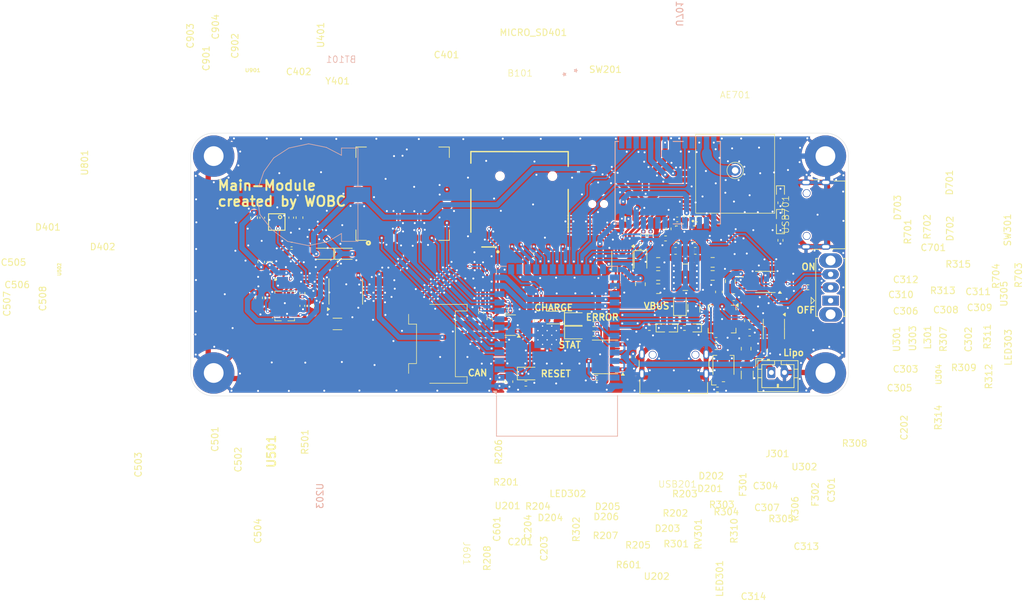
<source format=kicad_pcb>
(kicad_pcb (version 20240108) (generator "pcbnew") (generator_version "8.0")
  (layers (0 "F.Cu" signal) (31 "B.Cu" signal) (34 "B.Paste" user) (35 "F.Paste" user) (36 "B.SilkS" user "B.Silkscreen") (37 "F.SilkS" user "F.Silkscreen") (38 "B.Mask" user) (39 "F.Mask" user) (44 "Edge.Cuts" user))
  (net 0 "")
  (net 1 "GPSANT1")
  (net 2 "GND")
  (net 3 "VDD")
  (net 4 "Net-(LED301-A)")
  (net 5 "Net-(U301-V_{BAT_SENSE})")
  (net 6 "Net-(U302-Vin-)")
  (net 7 "Net-(U304-VAUX)")
  (net 8 "+BATT")
  (net 9 "Net-(U502-STEP)")
  (net 10 "Net-(U502-SETC)")
  (net 11 "Net-(U502-C1)")
  (net 12 "VBUS")
  (net 13 "/ESP32Core/USB_D+")
  (net 14 "/ESP32Core/USB_D-")
  (net 15 "Net-(D204-A)")
  (net 16 "RESET")
  (net 17 "Net-(D205-A)")
  (net 18 "Net-(D206-A)")
  (net 19 "Net-(D701-A2)")
  (net 20 "/GPS/USB_D+")
  (net 21 "/GPS/USB_D-")
  (net 22 "Net-(J301-Pin_1)")
  (net 23 "Net-(U303-Vbus)")
  (net 24 "/CANH")
  (net 25 "/CANL")
  (net 26 "Net-(U304-L1)")
  (net 27 "Net-(U304-L2)")
  (net 28 "Net-(LED301-K)")
  (net 29 "Net-(LED302-A)")
  (net 30 "Net-(LED303-K)")
  (net 32 "/SD_SS")
  (net 33 "/SD_DET")
  (net 34 "/SD_CLK")
  (net 36 "/SD_MISO")
  (net 37 "/SD_MOSI")
  (net 38 "Net-(U201-MR)")
  (net 39 "Net-(USB201-CC1)")
  (net 40 "Net-(USB201-CC2)")
  (net 41 "Net-(U203-MTDI{slash}GPIO41{slash}CLK_OUT1)")
  (net 42 "/I2C_SCL")
  (net 43 "Net-(U203-MTMS{slash}GPIO42)")
  (net 44 "/I2C_SDA")
  (net 45 "Net-(R303-Pad1)")
  (net 46 "Net-(U301-PROG3)")
  (net 47 "Net-(U301-THERM)")
  (net 48 "Net-(U301-CE)")
  (net 49 "Net-(SW301-B)")
  (net 50 "Net-(SW301-C)")
  (net 51 "Net-(U304-PG)")
  (net 52 "Net-(U304-FB)")
  (net 53 "Net-(U501-SDO1)")
  (net 54 "Net-(USB701-CC1)")
  (net 55 "Net-(USB701-CC2)")
  (net 56 "/RX")
  (net 57 "Net-(U701-RXD_{slash}_SPI_MOSI)")
  (net 58 "Net-(U701-TXD_{slash}_SPI_MISO)")
  (net 59 "/TX")
  (net 61 "/Power/PROG")
  (net 63 "/ESP32Core/WDI")
  (net 64 "/ESP32Core/CAN_RX")
  (net 65 "/ESP32Core/CAN_TX")
  (net 67 "/ESP32Core/GPIO2{slash}ADC1_CH1")
  (net 68 "/PG")
  (net 70 "/PRG")
  (net 71 "/TIMEPULSE")
  (net 72 "/STAT2")
  (net 74 "/STAT1")
  (net 76 "/ESP32Core/GPIO4{slash}ADC1_CH3")
  (net 77 "/SET")
  (net 79 "/ESP32Core/GPIO3{slash}ADC1_CH2")
  (net 80 "/ESP32Core/GPIO1{slash}ADC1_CH0")
  (net 81 "/TXD")
  (net 84 "/RST")
  (net 85 "/RXD")
  (net 86 "/RESET")
  (net 88 "Net-(U401-OSCO)")
  (net 90 "Net-(U401-OSCI)")
  (net 105 "VCCRF")
  (net 140 "Net-(U302-Vbus)")
  (net 141 "Net-(D401-A1)")
  (footprint "Resistor_SMD:R_0402_1005Metric" (layer "F.Cu") (at 164.15 95.99)
    (property "Reference" "R315")
    (property "Value" "1k")
  )
  (footprint "Capacitor_SMD:C_0402_1005Metric" (layer "F.Cu") (at 163.03 112.74 90)
    (property "Reference" "C202")
    (property "Value" "100nF")
  )
  (footprint "Resistor_SMD:R_0402_1005Metric" (layer "F.Cu") (at 165.7 94.17 90)
    (property "Reference" "R704")
    (property "Value" "33")
  )
  (footprint "Capacitor_SMD:C_0603_1608Metric" (layer "F.Cu") (at 169.485 96.59)
    (property "Reference" "C310")
    (property "Value" "10uF")
  )
  (footprint "Resistor_SMD:R_0402_1005Metric" (layer "F.Cu") (at 157.0675 109.19 180)
    (property "Reference" "R207")
    (property "Value" "470")
  )
  (footprint "Diode_SMD:D_SOD-882" (layer "F.Cu") (at 167.3425 108.32)
    (property "Reference" "D203")
    (property "Value" "5V")
  )
  (footprint "Package_SO:SOIC-8_3.9x4.9mm_P1.27mm" (layer "F.Cu") (at 119.355 102.77 90)
    (property "Reference" "U401")
    (property "Value" "PCF8563T")
  )
  (footprint "Diode_SMD:D_SOD-882D" (layer "F.Cu") (at 185.435 93.06 90)
    (property "Reference" "D703")
    (property "Value" "5V")
  )
  (footprint "Resistor_SMD:R_0402_1005Metric" (layer "F.Cu") (at 180.36 107.23 -90)
    (property "Reference" "R306")
    (property "Value" "100k")
  )
  (footprint "Resistor_SMD:R_0402_1005Metric" (layer "F.Cu") (at 157.0575 107.73 180)
    (property "Reference" "R205")
    (property "Value" "470")
  )
  (footprint "Resistor_SMD:R_0402_1005Metric" (layer "F.Cu") (at 170.84 108.32 180)
    (property "Reference" "R203")
    (property "Value" "5.1k")
  )
  (footprint "Capacitor_SMD:C_0603_1608Metric" (layer "F.Cu") (at 112.32 91.54 90)
    (property "Reference" "C904")
    (property "Value" "10μF")
  )
  (footprint "Resistor_SMD:R_0402_1005Metric" (layer "F.Cu") (at 112.75 103.05 90)
    (property "Reference" "R501")
    (property "Value" "4.7K")
  )
  (footprint "Capacitor_SMD:C_0402_1005Metric" (layer "F.Cu") (at 111.11 95.63)
    (property "Reference" "C505")
    (property "Value" "0.22μF")
  )
  (footprint "Capacitor_SMD:C_0402_1005Metric" (layer "F.Cu") (at 160.35 101.78)
    (property "Reference" "C314")
    (property "Value" "100nF")
  )
  (footprint "Capacitor_SMD:C_0402_1005Metric" (layer "F.Cu") (at 183.39 112.2)
    (property "Reference" "C307")
    (property "Value" "100nF")
  )
  (footprint "Capacitor_SMD:C_0402_1005Metric" (layer "F.Cu") (at 107.43 103.74 -90)
    (property "Reference" "C502")
    (property "Value" "100nF")
  )
  (footprint "LED_SMD:LED_0805_2012Metric" (layer "F.Cu") (at 154.2975 106.97)
    (property "Reference" "D205")
    (property "Value" "ERROR")
  )
  (footprint "Fuse:Fuse_1206_3216Metric" (layer "F.Cu") (at 172.27 105.33 90)
    (property "Reference" "F301")
    (property "Value" "Polyfuse")
  )
  (footprint "Capacitor_SMD:C_0603_1608Metric" (layer "F.Cu") (at 172.495 96.59 180)
    (property "Reference" "C308")
    (property "Value" "10uF")
  )
  (footprint "Capacitor_SMD:C_0603_1608Metric" (layer "F.Cu") (at 144.23 116.49 90)
    (property "Reference" "C203")
    (property "Value" "10uF")
  )
  (footprint "Capacitor_SMD:C_0805_2012Metric" (layer "F.Cu") (at 175.13 100.33 180)
    (property "Reference" "C305")
    (property "Value" "22uF")
  )
  (footprint "WOBCLibrary:Grove_4P_L_SMD" (layer "F.Cu") (at 134.11 110.74 -90)
    (property "Reference" "J601")
    (property "Value" "Conn_01x04_MountingPin")
  )
  (footprint "Package_SO:VSSOP-10_3x3mm_P0.5mm" (layer "F.Cu") (at 184.44 108.49 -90)
    (property "Reference" "U303")
    (property "Value" "INA226")
  )
  (footprint "Capacitor_SMD:C_0402_1005Metric" (layer "F.Cu") (at 143.7025 110.11 180)
    (property "Reference" "C201")
    (property "Value" "100nF")
  )
  (footprint "WOBCLibrary:BMI088" (layer "F.Cu") (at 110.07 104.985 90)
    (property "Reference" "U501")
    (property "Value" "BMI088" (hide yes))
  )
  (footprint "Capacitor_SMD:C_0805_2012Metric" (layer "F.Cu") (at 175.13 98.34 180)
    (property "Reference" "C306")
    (property "Value" "22uF")
  )
  (footprint "Capacitor_SMD:C_0603_1608Metric" (layer "F.Cu") (at 111.11 96.88)
    (property "Reference" "C506")
    (property "Value" "4.7μF")
  )
  (footprint "WOBCLibrary:_HMC5883L" (layer "F.Cu") (at 110.14 99.52 90)
    (property "Reference" "U502")
    (property "Value" "QMC5883L" (hide yes))
  )
  (footprint "Resistor_SMD:R_0402_1005Metric" (layer "F.Cu") (at 170.18 106.99)
    (property "Reference" "R301")
    (property "Value" "1k")
  )
  (footprint "Resistor_SMD:R_0402_1005Metric" (layer "F.Cu") (at 172.64 91.8)
    (property "Reference" "R309")
    (property "Value" "330k")
  )
  (footprint "Capacitor_SMD:C_0603_1608Metric" (layer "F.Cu") (at 180.76 109.03)
    (property "Reference" "C304")
    (property "Value" "10uF")
  )
  (footprint "Capacitor_SMD:C_0805_2012Metric" (layer "F.Cu") (at 166.85 102.35)
    (property "Reference" "C313")
    (property "Value" "22uF")
  )
  (footprint "Capacitor_SMD:C_0402_1005Metric" (layer "F.Cu") (at 161.85 91.73)
    (property "Reference" "C701")
    (property "Value" "100nF")
  )
  (footprint "Capacitor_SMD:C_0603_1608Metric" (layer "F.Cu") (at 105.415 91.55 -90)
    (property "Reference" "C901")
    (property "Value" "10μF")
  )
  (footprint "Diode_SMD:D_SOD-882" (layer "F.Cu") (at 169 108.32 180)
    (property "Reference" "D202")
    (property "Value" "5V")
  )
  (footprint "Resistor_SMD:R_0402_1005Metric" (layer "F.Cu") (at 141.21 106.92 90)
    (property "Reference" "R206")
    (property "Value" "10k")
  )
  (footprint "LED_SMD:LED_0805_2012Metric" (layer "F.Cu") (at 164.16 98.23 -90)
    (property "Reference" "LED303")
    (property "Value" "VDD")
  )
  (footprint "WOBCLibrary:BME280" (layer "F.Cu") (at 108.865 92.2)
    (property "Reference" "U901")
    (property "Value" "~")
  )
  (footprint "Diode_SMD:D_SOD-882" (layer "F.Cu") (at 172.62 108.32 180)
    (property "Reference" "D201")
    (property "Value" "5V")
  )
  (footprint "Package_SO:VSSOP-10_3x3mm_P0.5mm" (layer "F.Cu") (at 183.14 101.32 180)
    (property "Reference" "U302")
    (property "Value" "INA226")
  )
  (footprint "LED_SMD:LED_0805_2012Metric" (layer "F.Cu") (at 170.15 104.7425 90)
    (property "Reference" "LED301")
    (property "Value" "USB Power")
  )
  (footprint "Resistor_SMD:R_0402_1005Metric" (layer "F.Cu") (at 185.435 89.28 -90)
    (property "Reference" "R702")
    (property "Value" "5.1k")
  )
  (footprint "Diode_SMD:D_SOD-323" (layer "F.Cu") (at 115.9075 97.04 180)
    (property "Reference" "D402")
    (property "Value" "1N5819WS")
  )
  (footprint "WOBCLibrary:USB_C_TYPEC-301S-ACP16X7" (layer "F.Cu") (at 169.26 114.515)
    (property "Reference" "USB201")
    (property "Value" "USB_C_Receptacle_USB2.0")
  )
  (footprint "Resistor_SMD:R_0402_1005Metric" (layer "F.Cu") (at 143.88 105.69)
    (property "Reference" "R201")
    (property "Value" "10k")
  )
  (footprint "Potentiometer_SMD:Potentiometer_Bourns_TC33X_Vertical" (layer "F.Cu") (at 176.77 114.4 90)
    (property "Reference" "RV301")
    (property "Value" "10k")
  )
  (footprint "Capacitor_SMD:C_0402_1005Metric" (layer "F.Cu") (at 118.095 98.54 180)
    (property "Reference" "C402")
    (property "Value" "100nF")
  )
  (footprint "Package_SO:SOIC-8_3.9x4.9mm_P1.27mm" (layer "F.Cu") (at 158.775 112.725 180)
    (property "Reference" "U202")
    (property "Value" "SN65HVD230")
  )
  (footprint "WOBCLibrary:USB_C_TYPEC-301S-ACP16X7" (layer "F.Cu") (at 191.53 91.07 90)
    (property "Reference" "USB701")
    (property "Value" "USB_C_Receptacle_USB2.0")
  )
  (footprint "Capacitor_SMD:C_0805_2012Metric" (layer "F.Cu") (at 166.85 100.34)
    (property "Reference" "C312")
    (property "Value" "22uF")
  )
  (footprint "Resistor_SMD:R_0402_1005Metric" (layer "F.Cu") (at 148.41 107.21 90)
    (property "Reference" "R302")
    (property "Value" "1k")
  )
  (footprint "Capacitor_SMD:C_0402_1005Metric" (layer "F.Cu") (at 147.93 97.29)
    (property "Reference" "C401")
    (property "Value" "10uF")
  )
  (footprint "Capacitor_SMD:C_0603_1608Metric" (layer "F.Cu") (at 176.09 102.84 90)
    (property "Reference" "C301")
    (property "Value" "10uF")
  )
  (footprint "Resistor_SMD:R_0402_1005Metric" (layer "F.Cu") (at 164.6 94.17 90)
    (property "Reference" "R703")
    (property "Value" "33")
  )
  (footprint "Resistor_SMD:R_0402_1005Metric" (layer "F.Cu") (at 165.51 108.32 180)
    (property "Reference" "R202")
    (property "Value" "5.1k")
  )
  (footprint "Capacitor_SMD:C_0402_1005Metric" (layer "F.Cu") (at 107.79 98.29 90)
    (property "Reference" "C507")
    (property "Value" "100nF")
  )
  (footprint "Capacitor_SMD:C_0402_1005Metric" (layer "F.Cu") (at 106.655 91.55 -90)
    (property "Reference" "C902")
    (property "Value" "100nF")
  )
  (footprint "LED_SMD:LED_0805_2012Metric" (layer "F.Cu") (at 150.91 106.74 180)
    (property "Reference" "LED302")
    (property "Value" "CHARGE")
  )
  (footprint "Capacitor_SMD:C_0603_1608Metric" (layer "F.Cu") (at 106.5 98.29 90)
    (property "Reference" "C508")
    (property "Value" "10μF")
  )
  (footprint "WOBCLibrary:TVAF06-A020B-R" (layer "F.Cu") (at 157.72 89.46)
    (property "Reference" "SW201")
    (property "Value" "RESET_sw")
  )
  (footprint "Capacitor_SMD:C_0603_1608Metric" (layer "F.Cu") (at 114.04 104.96 -90)
    (property "Reference" "C503")
    (property "Value" "10μF")
  )
  (footprint "Resistor_SMD:R_0402_1005Metric" (layer "F.Cu") (at 157.52 115.92 180)
    (property "Reference" "R601")
    (property "Value" "120")
  )
  (footprint "Resistor_SMD:R_0402_1005Metric" (layer "F.Cu") (at 171.18 91.34 -90)
    (property "Reference" "R311")
    (property "Value" "100k")
  )
  (footprint "Capacitor_SMD:C_0402_1005Metric" (layer "F.Cu") (at 142.94 116.49 -90)
    (property "Reference" "C204")
    (property "Value" "100nF")
  )
  (footprint "Diode_SMD:D_SOD-882" (layer "F.Cu") (at 185.435 87.5 -90)
    (property "Reference" "D701")
    (property "Value" "5V")
  )
  (footprint "Package_TO_SOT_SMD:SOT-23-5" (layer "F.Cu") (at 144.36 107.9 180)
    (property "Reference" "U201")
    (property "Value" "TPS3820")
  )
  (footprint "Resistor_SMD:R_0402_1005Metric" (layer "F.Cu") (at 139.94 106.02 90)
    (property "Reference" "R208")
    (property "Value" "10k")
  )
  (footprint "WOBCLibrary:Board_1U_100x40" (layer "F.Cu") (at 145.775 98.675)
    (property "Reference" "B101")
    (property "Value" "~")
    (fp_line (start -50 16.5) (end -50 -16.5) (stroke (width 0.05)) (layer "Edge.Cuts"))
    (fp_line (start -46.5 -20) (end 46.5 -20) (stroke (width 0.05)) (layer "Edge.Cuts"))
    (fp_line (start 46.5 20) (end -46.5 20) (stroke (width 0.05)) (layer "Edge.Cuts"))
    (fp_line (start 50 -16.5) (end 50 16.5) (stroke (width 0.05)) (layer "Edge.Cuts"))
    (fp_arc (start -50 -16.5) (mid -48.974874 -18.974874) (end -46.5 -20) (stroke (width 0.05)) (layer "Edge.Cuts"))
    (fp_arc (start -46.5 20) (mid -48.974874 18.974874) (end -50 16.5) (stroke (width 0.05)) (layer "Edge.Cuts"))
    (fp_arc (start 46.5 -20) (mid 48.974874 -18.974874) (end 50 -16.5) (stroke (width 0.05)) (layer "Edge.Cuts"))
    (fp_arc (start 50 16.5) (mid 48.974874 18.974874) (end 46.5 20) (stroke (width 0.05)) (layer "Edge.Cuts"))
  )
  (footprint "Capacitor_SMD:C_0805_2012Metric" (layer "F.Cu") (at 166.85 98.35)
    (property "Reference" "C311")
    (property "Value" "22uF")
  )
  (footprint "WOBCLibrary:TF-01A" (layer "F.Cu") (at 145.77 88.75 180)
    (property "Reference" "MICRO_SD401")
    (property "Value" "TF-01A")
  )
  (footprint "Diode_SMD:D_SOD-882D" (layer "F.Cu") (at 185.435 91.21 -90)
    (property "Reference" "D702")
    (property "Value" "5V")
  )
  (footprint "WOBCLibrary:TWELITE-SMD" (layer "F.Cu") (at 127.995 87.895 90)
    (property "Reference" "U801")
    (property "Value" "TWE-L-WX")
  )
  (footprint "LED_SMD:LED_0805_2012Metric" (layer "F.Cu") (at 154.3075 109.02)
    (property "Reference" "D206")
    (property "Value" "STAT")
  )
  (footprint "Resistor_SMD:R_0805_2012Metric" (layer "F.Cu") (at 177.81 101.21 90)
    (property "Reference" "R307")
    (property "Value" "50mΩ")
  )
  (footprint "Resistor_SMD:R_0402_1005Metric" (layer "F.Cu") (at 175.64 111.23)
    (property "Reference" "R305")
    (property "Value" "10k")
  )
  (footprint "Resistor_SMD:R_0402_1005Metric" (layer "F.Cu") (at 189.61 102.14 180)
    (property "Reference" "R308")
    (property "Value" "10k")
  )
  (footprint "Fuse:Fuse_1206_3216Metric" (layer "F.Cu") (at 180.39 115.47 -90)
    (property "Reference" "F302")
    (property "Value" "Polyfuse")
  )
  (footprint "Capacitor_SMD:C_0402_1005Metric" (layer "F.Cu") (at 112.74 104.96 -90)
    (property "Reference" "C501")
    (property "Value" "100nF")
  )
  (footprint "WOBCLibrary:VREG_TPS63070RNMR" (layer "F.Cu") (at 170.975 94.055 -90)
    (property "Reference" "U304")
    (property "Value" "TPS63070RNMR")
  )
  (footprint "Resistor_SMD:R_0402_1005Metric" (layer "F.Cu") (at 167.97 94.7)
    (property "Reference" "R313")
    (property "Value" "47k")
  )
  (footprint "Resistor_SMD:R_0402_1005Metric" (layer "F.Cu") (at 175.86 117.69 180)
    (property "Reference" "R303")
    (property "Value" "1k")
  )
  (footprint "Resistor_SMD:R_0402_1005Metric" (layer "F.Cu") (at 175.64 110.16 180)
    (property "Reference" "R304")
    (property "Value" "100k")
  )
  (footprint "Capacitor_SMD:C_0402_1005Metric" (layer "F.Cu") (at 179.39 100.54 -90)
    (property "Reference" "C302")
    (property "Value" "100nF")
  )
  (footprint "Capacitor_SMD:C_0402_1005Metric" (layer "F.Cu") (at 169.74 91.81 180)
    (property "Reference" "C309")
    (property "Value" "100nF")
  )
  (footprint "Capacitor_SMD:C_0402_1005Metric" (layer "F.Cu") (at 140.24 108.84 -90)
    (property "Reference" "C601")
    (property "Value" "100nF")
  )
  (footprint "Diode_SMD:D_SOD-323" (layer "F.Cu") (at 119.29 97.04)
    (property "Reference" "D401")
    (property "Value" "1N5819WS")
  )
  (footprint "Capacitor_SMD:C_0603_1608Metric" (layer "F.Cu") (at 178.35 103.64)
    (property "Reference" "C303")
    (property "Value" "10uF")
  )
  (footprint "Button_Switch_THT:SW_Slide_SPDT_Straight_CK_OS102011MS2Q" (layer "F.Cu") (at 193.06 104.16 90)
    (property "Reference" "SW301")
    (property "Value" "Power Switch")
  )
  (footprint "WOBCLibrary:GNSS_Antenna_1212" (layer "F.Cu") (at 178.55 84.86)
    (property "Reference" "AE701")
    (property "Value" "Antenna")
  )
  (footprint "Inductor_SMD:L_Wuerth_WE-TPC-3816" (layer "F.Cu") (at 170.98 100.61 -90)
    (property "Reference" "L301")
    (property "Value" "L")
  )
  (footprint "Capacitor_SMD:C_0402_1005Metric" (layer "F.Cu") (at 111.06 91.54 90)
    (property "Reference" "C903")
    (property "Value" "100nF")
  )
  (footprint "Resistor_SMD:R_0805_2012Metric" (layer "F.Cu") (at 180.22 111.4775 -90)
    (property "Reference" "R310")
    (property "Value" "50mΩ")
  )
  (footprint "Package_DFN_QFN:QFN-20-1EP_4x4mm_P0.5mm_EP2.5x2.5mm" (layer "F.Cu") (at 176.5625 106.97 -90)
    (property "Reference" "U301")
    (property "Value" "MCP73871-1CC")
  )
  (footprint "Package_SO:VSSOP-10_3x3mm_P0.5mm" (layer "F.Cu") (at 161.4 98.1 -90)
    (property "Reference" "U305")
    (property "Value" "INA226")
  )
  (footprint "Resistor_SMD:R_0402_1005Metric" (layer "F.Cu") (at 185.435 94.99 -90)
    (property "Reference" "R701")
    (property "Value" "5.1k")
  )
  (footprint "Resistor_SMD:R_0805_2012Metric" (layer "F.Cu") (at 164.15 101.67 90)
    (property "Reference" "R314")
    (property "Value" "50mΩ")
  )
  (footprint "Crystal:Crystal_SMD_3215-2Pin_3.2x1.5mm" (layer "F.Cu") (at 118.085 107.71 180)
    (property "Reference" "Y401")
    (property "Value" "Crystal")
  )
  (footprint "LED_SMD:LED_0805_2012Metric" (layer "F.Cu") (at 147.12 115.26)
    (property "Reference" "D204")
    (property "Value" "RESET")
  )
  (footprint "Capacitor_SMD:C_0603_1608Metric" (layer "F.Cu") (at 106.17 103.74 -90)
    (property "Reference" "C504")
    (property "Value" "10μF")
  )
  (footprint "Resistor_SMD:R_0402_1005Metric" (layer "F.Cu") (at 146.73 116.79)
    (property "Reference" "R204")
    (property "Value" "470")
  )
  (footprint "Resistor_SMD:R_0402_1005Metric" (layer "F.Cu") (at 168.43 93.25 -90)
    (property "Reference" "R312")
    (property "Value" "15k")
  )
  (footprint "Connector_JST:JST_PH_B2B-PH-K_1x02_P2.00mm_Vertical" (layer "F.Cu") (at 184.05 115.1)
    (property "Reference" "J301")
    (property "Value" "LiPo")
  )
  (footprint "WOBCLibrary:cr1220" (layer "B.Cu") (at 113.7 88.05 180)
    (property "Reference" "BT101")
    (property "Value" "Battery_Cell")
  )
  (footprint "WOBCLibrary:ATGM332D-5N31" (layer "B.Cu") (at 168.9 86.22 90)
    (property "Reference" "U701")
    (property "Value" "NEO-M9N-00B")
  )
  (footprint "RF_Module:ESP32-S3-WROOM-1" (layer "B.Cu") (at 151.47 111.89)
    (property "Reference" "U203")
    (property "Value" "ESP32-S3-WROOM-1")
  )
  (gr_text "Lipo" (at 185.75 112.67 0) (layer "F.SilkS") (effects (font (size 1 1) (thickness 0.2) (bold yes)) (justify left bottom)))
  (gr_text "VBUS" (at 164.55 105.57 0) (layer "F.SilkS") (effects (font (size 1 1) (thickness 0.2) (bold yes)) (justify left bottom)))
  (gr_text "OFF" (at 187.79 106.19 0) (layer "F.SilkS") (effects (font (size 1 1) (thickness 0.2) (bold yes)) (justify left bottom)))
  (gr_text "CHARGE" (at 147.93 105.83 0) (layer "F.SilkS") (effects (font (size 1 1) (thickness 0.2) (bold yes)) (justify left bottom)))
  (gr_text "Main-Module\ncreated by WOBC" (at 99.73 89.94 0) (layer "F.SilkS") (effects (font (size 1.5 1.5) (thickness 0.3) (bold yes)) (justify left bottom)))
  (gr_text "ERROR" (at 155.74 107.28 0) (layer "F.SilkS") (effects (font (size 1 1) (thickness 0.2) (bold yes)) (justify left bottom)))
  (gr_text "ON" (at 188.53 99.61 0) (layer "F.SilkS") (effects (font (size 1 1) (thickness 0.2) (bold yes)) (justify left bottom)))
  (gr_text "CAN" (at 137.81 115.74 0) (layer "F.SilkS") (effects (font (size 1 1) (thickness 0.2) (bold yes)) (justify left bottom)))
  (gr_text "RESET" (at 148.89 115.87 0) (layer "F.SilkS") (effects (font (size 1 1) (thickness 0.2) (bold yes)) (justify left bottom)))
  (gr_text "STAT" (at 151.6 111.49 0) (layer "F.SilkS") (effects (font (size 1 1) (thickness 0.2) (bold yes)) (justify left bottom)))
  (segment (start 174.815787 83.235787) (end 175.207767 83.627767) (width 1.5) (layer "B.Cu") (net 1))
  (segment (start 174.2 81.71) (end 174.2 80.12) (width 0.8) (layer "B.Cu") (net 1))
  (segment (start 174.23 81.74) (end 174.2 81.71) (width 0.8) (layer "B.Cu") (net 1))
  (segment (start 176.975534 84.36) (end 178.55 84.36) (width 1.5) (layer "B.Cu") (net 1))
  (segment (start 174.23 81.74) (end 174.23 81.821573) (width 1.5) (layer "B.Cu") (net 1))
  (arc (start 175.207767 83.627767) (mid 176.018825 84.169699) (end 176.975534 84.36) (width 1.5) (layer "B.Cu") (net 1))
  (arc (start 174.815787 83.235787) (mid 174.382241 82.58694) (end 174.23 81.821573) (width 1.5) (layer "B.Cu") (net 1))
  (segment (start 188.04 86.12) (end 189.265 86.12) (width 0.8) (layer "F.Cu") (net 2))
  (segment (start 110.89 97.875) (end 111.885 96.88) (width 0.3) (layer "F.Cu") (net 2))
  (segment (start 105.55 106.775) (end 105.55 105.135) (width 0.8) (layer "F.Cu") (net 2))
  (segment (start 175.13 110.16) (end 174.445 110.845) (width 0.8) (layer "F.Cu") (net 2))
  (segment (start 156.3 114.63) (end 155.84 115.09) (width 0.8) (layer "F.Cu") (net 2))
  (segment (start 192.605 95.68) (end 192.605 86.75) (width 0.8) (layer "F.Cu") (net 2))
  (segment (start 174.18 101.05) (end 174.18 100.33) (width 0.8) (layer "F.Cu") (net 2))
  (segment (start 160.83 101.78) (end 160.83 102.08) (width 0.6) (layer "F.Cu") (net 2))
  (segment (start 161.25 113.36) (end 162.930001 113.36) (width 0.8) (layer "F.Cu") (net 2))
  (segment (start 108.905 104.985) (end 107.645001 104.985) (width 0.3) (layer "F.Cu") (net 2))
  (segment (start 121.26 89.8) (end 122.15 89.8) (width 0.8) (layer "F.Cu") (net 2))
  (segment (start 122.26 89.8) (end 123.645 88.415) (width 0.8) (layer "F.Cu") (net 2))
  (segment (start 170.825945 93.691937) (end 170.975 93.840992) (width 0.25) (layer "F.Cu") (net 2))
  (segment (start 117.535 111.01) (end 114.04 107.515) (width 0.8) (layer "F.Cu") (net 2))
  (segment (start 123.79 88.27) (end 123.79 87.26) (width 0.8) (layer "F.Cu") (net 2))
  (segment (start 179.39 101.02) (end 179.59 100.82) (width 0.3) (layer "F.Cu") (net 2))
  (segment (start 168.40967 92.50033) (end 168.40967 92.71967) (width 0.8) (layer "F.Cu") (net 2))
  (segment (start 170.73 96.05) (end 170.975 95.805) (width 0.4) (layer "F.Cu") (net 2))
  (segment (start 165.825 110.845) (end 165.91 110.845) (width 0.8) (layer "F.Cu") (net 2))
  (segment (start 142.26 107.85) (end 141.79 108.32) (width 0.8) (layer "F.Cu") (net 2))
  (segment (start 151.37 108.73) (end 149.97 108.73) (width 0.8) (layer "F.Cu") (net 2))
  (segment (start 187.956142 94.601142) (end 187.956142 94.37) (width 0.8) (layer "F.Cu") (net 2))
  (segment (start 170.825945 93.691937) (end 170.754008 93.62) (width 0.25) (layer "F.Cu") (net 2))
  (segment (start 176.0625 107.47) (end 176.5625 106.97) (width 0.3) (layer "F.Cu") (net 2))
  (segment (start 181.19 103.64) (end 179.125 103.64) (width 0.3) (layer "F.Cu") (net 2))
  (segment (start 172.61 110.845) (end 174.445 110.845) (width 0.8) (layer "F.Cu") (net 2))
  (segment (start 170.005 92.685) (end 169.26 91.94) (width 0.3) (layer "F.Cu") (net 2))
  (segment (start 169.62 97.71) (end 170.26 97.07) (width 0.8) (layer "F.Cu") (net 2))
  (segment (start 133.58 107.74) (end 130.31 111.01) (width 0.8) (layer "F.Cu") (net 2))
  (segment (start 109.695 103.985) (end 110.09 104.38) (width 0.3) (layer "F.Cu") (net 2))
  (segment (start 106.400001 92.325) (end 106.655 92.070001) (width 0.8) (layer "F.Cu") (net 2))
  (segment (start 153.13 106.74) (end 151.8475 106.74) (width 0.8) (layer "F.Cu") (net 2))
  (segment (start 167.8 98.35) (end 168.44 97.71) (width 0.8) (layer "F.Cu") (net 2))
  (segment (start 108.797918 108.29) (end 108.345418 107.8375) (width 0.8) (layer "F.Cu") (net 2))
  (segment (start 149.0402 95.9238) (end 149.0402 95.1698) (width 0.8) (layer "F.Cu") (net 2))
  (segment (start 153.37 109.02) (end 151.08 109.02) (width 0.8) (layer "F.Cu") (net 2))
  (segment (start 110.895 91.225) (end 111.06 91.06) (width 0.4) (layer "F.Cu") (net 2))
  (segment (start 175.13 109.840001) (end 174.315 109.025) (width 0.8) (layer "F.Cu") (net 2))
  (segment (start 167.8 102.35) (end 167.8 100.34) (width 0.8) (layer "F.Cu") (net 2))
  (segment (start 122.15 89.8) (end 122.26 89.8) (width 0.8) (layer "F.Cu") (net 2))
  (segment (start 175.195 102.065) (end 174.905 101.775) (width 0.8) (layer "F.Cu") (net 2))
  (segment (start 181.535 109.03) (end 181.7 108.865) (width 0.8) (layer "F.Cu") (net 2))
  (segment (start 119.34 94.245) (end 119.34 97.815001) (width 0.8) (layer "F.Cu") (net 2))
  (segment (start 141.79 108.32) (end 141.5 108.32) (width 0.8) (layer "F.Cu") (net 2))
  (segment (start 170.69 106.99) (end 170.69 107.616812) (width 0.8) (layer "F.Cu") (net 2))
  (segment (start 110.09 104.82) (end 110.09 104.55) (width 0.3) (layer "F.Cu") (net 2))
  (segment (start 107.250001 93.175) (end 106.400001 92.325) (width 0.4) (layer "F.Cu") (net 2))
  (segment (start 180.94 100.82) (end 181.975226 100.82) (width 0.3) (layer "F.Cu") (net 2))
  (segment (start 163.344214 113.36) (end 162.930001 113.36) (width 0.8) (layer "F.Cu") (net 2))
  (segment (start 192.2 115.1) (end 192.275 115.175) (width 0.8) (layer "F.Cu") (net 2))
  (segment (start 144.23 117.265) (end 142.835 117.265) (width 0.8) (layer "F.Cu") (net 2))
  (segment (start 103.6 93.13) (end 103.6 96.22) (width 0.8) (layer "F.Cu") (net 2))
  (segment (start 164.365 112.305) (end 164.365 112.339214) (width 0.8) (layer "F.Cu") (net 2))
  (segment (start 155.5436 87.235) (end 153.7586 85.45) (width 0.8) (layer "F.Cu") (net 2))
  (segment (start 160.9 100.3) (end 160.9 101.71) (width 0.3) (layer "F.Cu") (net 2))
  (segment (start 104.07 103.655) (end 104.07 99.26) (width 0.8) (layer "F.Cu") (net 2))
  (segment (start 123.645 88.415) (end 123.79 88.27) (width 0.8) (layer "F.Cu") (net 2))
  (segment (start 114.04 107.515) (end 113.265 108.29) (width 0.8) (layer "F.Cu") (net 2))
  (segment (start 182.515 101.359774) (end 182.515 102.315) (width 0.3) (layer "F.Cu") (net 2))
  (segment (start 172.61 110.845) (end 172.695 110.845) (width 0.8) (layer "F.Cu") (net 2))
  (segment (start 130.31 111.01) (end 130.31 116.04) (width 0.8) (layer "F.Cu") (net 2))
  (segment (start 174.155 112.305) (end 174.155 115.305) (width 0.8) (layer "F.Cu") (net 2))
  (segment (start 170.556776 93.62) (end 170.225 93.288224) (width 0.25) (layer "F.Cu") (net 2))
  (segment (start 121.26 89.8) (end 121.26 92.325) (width 0.8) (layer "F.Cu") (net 2))
  (segment (start 174.18 98.34) (end 173.505 97.665) (width 0.8) (layer "F.Cu") (net 2))
  (segment (start 167.482851 95.73) (end 166.73434 95.73) (width 0.3) (layer "F.Cu") (net 2))
  (segment (start 104.07 99.26) (end 105.815 97.515) (width 0.8) (layer "F.Cu") (net 2))
  (segment (start 155.84 115.09) (end 155.84 116.31) (width 0.8) (layer "F.Cu") (net 2))
  (segment (start 164.365 112.339214) (end 163.344214 113.36) (width 0.8) (layer "F.Cu") (net 2))
  (segment (start 106.6125 107.8375) (end 99.275 115.175) (width 0.8) (layer "F.Cu") (net 2))
  (segment (start 160.83 102.08) (end 161.69 102.94) (width 0.6) (layer "F.Cu") (net 2))
  (segment (start 149.0402 95.9238) (end 149.0402 96.699801) (width 0.8) (layer "F.Cu") (net 2))
  (segment (start 121.26 87.26) (end 115.825 87.26) (width 0.8) (layer "F.Cu") (net 2))
  (segment (start 167.8 100.34) (end 167.8 98.35) (width 0.8) (layer "F.Cu") (net 2))
  (segment (start 149.0402 95.1698) (end 149.63 94.58) (width 0.8) (layer "F.Cu") (net 2))
  (segment (start 160.53 89.245001) (end 160.53 90.89) (width 0.8) (layer "F.Cu") (net 2))
  (segment (start 175.35 117.69) (end 174.86 117.69) (width 0.8) (layer "F.Cu") (net 2))
  (segment (start 165 108.32) (end 165 109.935) (width 0.8) (layer "F.Cu") (net 2))
  (segment (start 174.445 110.845) (end 174.83 111.23) (width 0.8) (layer "F.Cu") (net 2))
  (segment (start 181.7 108.865) (end 185.965 108.865) (width 0.8) (layer "F.Cu") (net 2))
  (segment (start 107.535001 97.515) (end 107.79 97.769999) (width 0.8) (layer "F.Cu") (net 2))
  (segment (start 107.175001 104.515) (end 107.43 104.260001) (width 0.8) (layer "F.Cu") (net 2))
  (segment (start 175.13 110.16) (end 175.13 109.840001) (width 0.8) (layer "F.Cu") (net 2))
  (segment (start 107.74 93.175) (end 107.250001 93.175) (width 0.4) (layer "F.Cu") (net 2))
  (segment (start 173.15 91.8) (end 173.15 92.555) (width 0.6) (layer "F.Cu") (net 2))
  (segment (start 130.37 105.44) (end 130.18 105.44) (width 0.8) (layer "F.Cu") (net 2))
  (segment (start 171.72 96.55) (end 171.275 96.105) (width 0.6) (layer "F.Cu") (net 2))
  (segment (start 192.32 95.965) (end 192.605 95.68) (width 0.8) (layer "F.Cu") (net 2))
  (segment (start 142.835 117.265) (end 142.72 117.15) (width 0.8) (layer "F.Cu") (net 2))
  (segment (start 169.35 108.32) (end 169.4 108.32) (width 0.4) (layer "F.Cu") (net 2))
  (segment (start 185.435 95.5) (end 186.78 95.5) (width 0.8) (layer "F.Cu") (net 2))
  (segment (start 151.8475 106.74) (end 151.37 107.2175) (width 0.8) (layer "F.Cu") (net 2))
  (segment (start 109.89 98.195) (end 109.89 98.7) (width 0.3) (layer "F.Cu") (net 2))
  (segment (start 170.225 93.288224) (end 170.225 92.905) (width 0.25) (layer "F.Cu") (net 2))
  (segment (start 174.625 107.47) (end 176.0625 107.47) (width 0.3) (layer "F.Cu") (net 2))
  (segment (start 174.315 109.025) (end 174.5075 109.025) (width 0.8) (layer "F.Cu") (net 2))
  (segment (start 174.155 112.305) (end 174.155 112.205) (width 0.8) (layer "F.Cu") (net 2))
  (segment (start 173.68 115.78) (end 174.155 115.305) (width 0.8) (layer "F.Cu") (net 2))
  (segment (start 185.435 87.05) (end 186.365 86.12) (width 0.8) (layer "F.Cu") (net 2))
  (segment (start 143.636714 107.85) (end 142.26 107.85) (width 0.8) (layer "F.Cu") (net 2))
  (segment (start 174.18 100.33) (end 174.18 98.34) (width 0.8) (layer "F.Cu") (net 2))
  (segment (start 152.378001 84.069401) (end 139.314399 84.069401) (width 0.8) (layer "F.Cu") (net 2))
  (segment (start 169.26 91.94) (end 169.26 91.81) (width 0.3) (layer "F.Cu") (net 2))
  (segment (start 185.965 108.865) (end 192.275 115.175) (width 0.8) (layer "F.Cu") (net 2))
  (segment (start 106.17 104.515) (end 107.175001 104.515) (width 0.8) (layer "F.Cu") (net 2))
  (segment (start 181.975226 100.82) (end 182.515 101.359774) (width 0.3) (layer "F.Cu") (net 2))
  (segment (start 106.6125 107.8375) (end 105.55 106.775) (width 0.8) (layer "F.Cu") (net 2))
  (segment (start 107.665 103.985) (end 107.43 104.22) (width 0.3) (layer "F.Cu") (net 2))
  (segment (start 131.42 117.15) (end 142.72 117.15) (width 0.8) (layer "F.Cu") (net 2))
  (segment (start 153.36 109.01) (end 153.37 109.02) (width 0.8) (layer "F.Cu") (net 2))
  (segment (start 110.89 98.195) (end 110.89 97.875) (width 0.3) (layer "F.Cu") (net 2))
  (segment (start 185.435 95.5) (end 188.23 98.295) (width 0.8) (layer "F.Cu") (net 2))
  (segment (start 129.985 105.245) (end 121.26 105.245) (width 0.8) (layer "F.Cu") (net 2))
  (segment (start 172.695 110.845) (end 174.155 112.305) (width 0.8) (layer "F.Cu") (net 2))
  (segment (start 164.365 112.305) (end 164.365 115.305) (width 0.8) (layer "F.Cu") (net 2))
  (segment (start 170.225 92.905) (end 170.06 92.74) (width 0.3) (layer "F.Cu") (net 2))
  (segment (start 169.26 91.81) (end 169.1 91.81) (width 0.8) (layer "F.Cu") (net 2))
  (segment (start 174.155 112.305) (end 174.155 111.135) (width 0.8) (layer "F.Cu") (net 2))
  (segment (start 170.33 107.976812) (end 170.33 108.32) (width 0.8) (layer "F.Cu") (net 2))
  (segment (start 98.44 114.34) (end 99.275 115.175) (width 0.8) (layer "F.Cu") (net 2))
  (segment (start 112.85 105.48) (end 113.785 105.48) (width 0.8) (layer "F.Cu") (net 2))
  (segment (start 170.06 92.74) (end 168.43 92.74) (width 0.3) (layer "F.Cu") (net 2))
  (segment (start 106.81 91.875) (end 106.655 92.03) (width 0.4) (layer "F.Cu") (net 2))
  (segment (start 138.39 108.32) (end 137.81 107.74) (width 0.8) (layer "F.Cu") (net 2))
  (segment (start 115.825 87.26) (end 112.32 90.765) (width 0.8) (layer "F.Cu") (net 2))
  (segment (start 174.7 94.105) (end 173.15 92.555) (width 0.6) (layer "F.Cu") (net 2))
  (segment (start 170.33 108.32) (end 169.55 108.32) (width 0.8) (layer "F.Cu") (net 2))
  (segment (start 133.58 107.74) (end 132.67 107.74) (width 0.8) (layer "F.Cu") (net 2))
  (segment (start 188.23 98.295) (end 188.23 106.6) (width 0.8) (layer "F.Cu") (net 2))
  (segment (start 139.314399 84.069401) (end 137.9338 85.45) (width 0.8) (layer "F.Cu") (net 2))
  (segment (start 99.275 115.175) (end 100.12 116.02) (width 0.8) (layer "F.Cu") (net 2))
  (segment (start 151.37 107.2175) (end 151.37 108.73) (width 0.8) (layer "F.Cu") (net 2))
  (segment (start 108.905 104.985) (end 109.925 104.985) (width 0.3) (layer "F.Cu") (net 2))
  (segment (start 112.32 90.765) (end 111.355 90.765) (width 0.8) (layer "F.Cu") (net 2))
  (segment (start 111.355 90.765) (end 111.06 91.06) (width 0.8) (layer "F.Cu") (net 2))
  (segment (start 130.18 105.44) (end 129.985 105.245) (width 0.8) (layer "F.Cu") (net 2))
  (segment (start 186.78 95.5) (end 187.86 94.42) (width 0.8) (layer "F.Cu") (net 2))
  (segment (start 160.53 90.89) (end 161.33 91.69) (width 0.8) (layer "F.Cu") (net 2))
  (segment (start 107.74 91.875) (end 106.81 91.875) (width 0.4) (layer "F.Cu") (net 2))
  (segment (start 141.5 108.32) (end 138.39 108.32) (width 0.8) (layer "F.Cu") (net 2))
  (segment (start 169.1 91.81) (end 168.40967 92.50033) (width 0.8) (layer "F.Cu") (net 2))
  (segment (start 137.9338 94.375) (end 137.9338 85.45) (width 0.8) (layer "F.Cu") (net 2))
  (segment (start 182.515 102.315) (end 181.19 103.64) (width 0.3) (layer "F.Cu") (net 2))
  (segment (start 175.13 111.23) (end 175.13 110.16) (width 0.8) (layer "F.Cu") (net 2))
  (segment (start 153.1886 94.58) (end 153.7586 95.15) (width 0.8) (layer "F.Cu") (net 2))
  (segment (start 157.72 87.235) (end 158.519999 87.235) (width 0.8) (layer "F.Cu") (net 2))
  (segment (start 174.155 116.985) (end 174.155 115.305) (width 0.8) (layer "F.Cu") (net 2))
  (segment (start 164.73 96.06) (end 164.66 95.99) (width 0.3) (layer "F.Cu") (net 2))
  (segment (start 172.375 93.33) (end 172.55 93.155) (width 0.25) (layer "F.Cu") (net 2))
  (segment (start 174.625 107.47) (end 174.625 107.97) (width 0.3) (layer "F.Cu") (net 2))
  (segment (start 98.44 83.01) (end 98.44 114.34) (width 0.8) (layer "F.Cu") (net 2))
  (segment (start 189.32 95.965) (end 187.956142 94.601142) (width 0.8) (layer "F.Cu") (net 2))
  (segment (start 108.345418 107.8375) (end 106.6125 107.8375) (width 0.8) (layer "F.Cu") (net 2))
  (segment (start 174.905 101.775) (end 174.18 101.05) (width 0.8) (layer "F.Cu") (net 2))
  (segment (start 150.67 109.43) (end 149.97 108.73) (width 0.8) (layer "F.Cu") (net 2))
  (segment (start 164.365 115.305) (end 164.84 115.78) (width 0.8) (layer "F.Cu") (net 2))
  (segment (start 104.895 97.515) (end 105.815 97.515) (width 0.8) (layer "F.Cu") (net 2))
  (segment (start 183.94 110.69) (end 183.94 112.13) (width 0.3) (layer "F.Cu") (net 2))
  (segment (start 186.05 115.1) (end 192.2 115.1) (width 0.8) (layer "F.Cu") (net 2))
  (segment (start 103.6 96.22) (end 104.895 97.515) (width 0.8) (layer "F.Cu") (net 2))
  (segment (start 121.26 87.26) (end 123.79 87.26) (width 0.8) (layer "F.Cu") (net 2))
  (segment (start 174.5075 109.025) (end 176.5625 106.97) (width 0.8) (layer "F.Cu") (net 2))
  (segment (start 183.94 112.13) (end 183.87 112.2) (width 0.3) (layer "F.Cu") (net 2))
  (segment (start 168.44 97.71) (end 169.62 97.71) (width 0.8) (layer "F.Cu") (net 2))
  (segment (start 108.905 103.985) (end 109.695 103.985) (width 0.3) (layer "F.Cu") (net 2))
  (segment (start 171.72 96.59) (end 171.72 96.55) (width 0.4) (layer "F.Cu") (net 2))
  (segment (start 174.155 111.135) (end 174.445 110.845) (width 0.8) (layer "F.Cu") (net 2))
  (segment (start 174.315 109.025) (end 173.609999 108.32) (width 0.8) (layer "F.Cu") (net 2))
  (segment (start 170.975 94.655) (end 170.975 95.805) (width 0.25) (layer "F.Cu") (net 2))
  (segment (start 109.925 104.985) (end 110.09 104.82) (width 0.3) (layer "F.Cu") (net 2))
  (segment (start 165 109.935) (end 165.91 110.845) (width 0.8) (layer "F.Cu") (net 2))
  (segment (start 170.225 92.905) (end 170.005 92.685) (width 0.3) (layer "F.Cu") (net 2))
  (segment (start 151.08 109.02) (end 150.67 109.43) (width 0.8) (layer "F.Cu") (net 2))
  (segment (start 176.09 102.065) (end 175.195 102.065) (width 0.8) (layer "F.Cu") (net 2))
  (segment (start 106.5 97.515) (end 107.535001 97.515) (width 0.8) (layer "F.Cu") (net 2))
  (segment (start 188.23 106.6) (end 185.965 108.865) (width 0.8) (layer "F.Cu") (net 2))
  (segment (start 105.55 105.135) (end 106.17 104.515) (width 0.8) (layer "F.Cu") (net 2))
  (segment (start 189.32 86.175) (end 192.32 86.175) (width 0.8) (layer "F.Cu") (net 2))
  (segment (start 188.04 86.12) (end 188.04 87.54) (width 0.8) (layer "F.Cu") (net 2))
  (segment (start 105.55 105.135) (end 104.07 103.655) (width 0.8) (layer "F.Cu") (net 2))
  (segment (start 149.63 94.58) (end 153.1886 94.58) (width 0.8) (layer "F.Cu") (net 2))
  (segment (start 105.815 97.515) (end 106.5 97.515) (width 0.8) (layer "F.Cu") (net 2))
  (segment (start 174.7 94.32) (end 174.7 94.105) (width 0.6) (layer "F.Cu") (net 2))
  (segment (start 189.265 86.12) (end 189.32 86.175) (width 0.8) (layer "F.Cu") (net 2))
  (segment (start 105.415 92.325) (end 106.400001 92.325) (width 0.8) (layer "F.Cu") (net 2))
  (segment (start 145.4975 107.9) (end 143.686714 107.9) (width 0.8) (layer "F.Cu") (net 2))
  (segment (start 121.26 92.325) (end 121.245 92.34) (width 0.8) (layer "F.Cu") (net 2))
  (segment (start 153.36 106.97) (end 153.36 109.01) (width 0.8) (layer "F.Cu") (net 2))
  (segment (start 164.84 115.78) (end 173.68 115.78) (width 0.8) (layer "F.Cu") (net 2))
  (segment (start 110.09 104.38) (end 110.09 104.55) (width 0.3) (layer "F.Cu") (net 2))
  (segment (start 164.365 112.305) (end 165.825 110.845) (width 0.8) (layer "F.Cu") (net 2))
  (segment (start 130.31 111.01) (end 117.535 111.01) (width 0.8) (layer "F.Cu") (net 2))
  (segment (start 173.505 97.665) (end 172.315 97.665) (width 0.8) (layer "F.Cu") (net 2))
  (segment (start 137.81 107.74) (end 133.58 107.74) (width 0.8) (layer "F.Cu") (net 2))
  (segment (start 130.31 116.04) (end 131.42 117.15) (width 0.8) (layer "F.Cu") (net 2))
  (segment (start 153.7586 85.45) (end 152.378001 84.069401) (width 0.8) (layer "F.Cu") (net 2))
  (segment (start 138.7088 95.15) (end 137.9338 94.375) (width 0.8) (layer "F.Cu") (net 2))
  (segment (start 114.04 107.515) (end 114.04 105.735) (width 0.8) (layer "F.Cu") (net 2))
  (segment (start 113.785 105.48) (end 114.04 105.735) (width 0.8) (layer "F.Cu") (net 2))
  (segment (start 143.686714 107.9) (end 143.636714 107.85) (width 0.8) (layer "F.Cu") (net 2))
  (segment (start 179.59 100.82) (end 180.94 100.82) (width 0.3) (layer "F.Cu") (net 2))
  (segment (start 170.26 97.07) (end 170.26 96.59) (width 0.8) (layer "F.Cu") (net 2))
  (segment (start 170.26 96.52) (end 170.73 96.05) (width 0.6) (layer "F.Cu") (net 2))
  (segment (start 167.492851 95.74) (end 167.482851 95.73) (width 0.3) (layer "F.Cu") (net 2))
  (segment (start 166.9925 108.32) (end 166.9425 108.32) (width 0.4) (layer "F.Cu") (net 2))
  (segment (start 170.754008 93.62) (end 170.556776 93.62) (width 0.25) (layer "F.Cu") (net 2))
  (segment (start 170.975 93.840992) (end 170.975 94.655) (width 0.25) (layer "F.Cu") (net 2))
  (segment (start 110.895 91.225) (end 109.99 91.225) (width 0.4) (layer "F.Cu") (net 2))
  (segment (start 121.245 92.34) (end 119.34 94.245) (width 0.8) (layer "F.Cu") (net 2))
  (segment (start 174.625 107.97) (end 175.5625 107.97) (width 0.3) (layer "F.Cu") (net 2))
  (segment (start 188.04 87.54) (end 187.86 87.72) (width 0.8) (layer "F.Cu") (net 2))
  (segment (start 175.5625 108.9075) (end 175.5625 107.97) (width 0.3) (layer "F.Cu") (net 2))
  (segment (start 113.265 108.29) (end 108.797918 108.29) (width 0.8) (layer "F.Cu") (net 2))
  (segment (start 157.72 87.235) (end 155.5436 87.235) (width 0.8) (layer "F.Cu") (net 2))
  (segment (start 171.72 97.07) (end 171.72 96.59) (width 0.8) (layer "F.Cu") (net 2))
  (segment (start 173.15 92.555) (end 172.55 93.155) (width 0.6) (layer "F.Cu") (net 2))
  (segment (start 170.26 96.59) (end 170.26 96.52) (width 0.4) (layer "F.Cu") (net 2))
  (segment (start 166.73434 95.73) (end 166.40434 96.06) (width 0.3) (layer "F.Cu") (net 2))
  (segment (start 123.79 87.26) (end 125.41 85.64) (width 0.8) (layer "F.Cu") (net 2))
  (segment (start 132.67 107.74) (end 130.37 105.44) (width 0.8) (layer "F.Cu") (net 2))
  (segment (start 100.12 116.02) (end 130.29 116.02) (width 0.8) (layer "F.Cu") (net 2))
  (segment (start 130.29 116.02) (end 130.31 116.04) (width 0.8) (layer "F.Cu") (net 2))
  (segment (start 174.83 111.23) (end 175.13 111.23) (width 0.8) (layer "F.Cu") (net 2))
  (segment (start 186.365 86.12) (end 188.04 86.12) (width 0.8) (layer "F.Cu") (net 2))
  (segment (start 162.930001 113.36) (end 163.03 113.260001) (width 0.8) (layer "F.Cu") (net 2))
  (segment (start 172.315 97.665) (end 171.72 97.07) (width 0.8) (layer "F.Cu") (net 2))
  (segment (start 149.0402 96.699801) (end 148.450001 97.29) (width 0.8) (layer "F.Cu") (net 2))
  (segment (start 104.405 92.325) (end 103.6 93.13) (width 0.8) (layer "F.Cu") (net 2))
  (segment (start 174.86 117.69) (end 174.155 116.985) (width 0.8) (layer "F.Cu") (net 2))
  (segment (start 99.275 82.175) (end 98.44 83.01) (width 0.8) (layer "F.Cu") (net 2))
  (segment (start 153.36 106.97) (end 153.13 106.74) (width 0.8) (layer "F.Cu") (net 2))
  (segment (start 171.275 96.105) (end 170.975 95.805) (width 0.4) (layer "F.Cu") (net 2))
  (segment (start 105.415 92.325) (end 104.405 92.325) (width 0.8) (layer "F.Cu") (net 2))
  (segment (start 109.89 98.7) (end 110.25 99.06) (width 0.3) (layer "F.Cu") (net 2))
  (segment (start 158.519999 87.235) (end 160.53 89.245001) (width 0.8) (layer "F.Cu") (net 2))
  (segment (start 107.645001 104.985) (end 107.175001 104.515) (width 0.3) (layer "F.Cu") (net 2))
  (segment (start 174.155 112.205) (end 175.13 111.23) (width 0.8) (layer "F.Cu") (net 2))
  (segment (start 170.69 107.616812) (end 170.33 107.976812) (width 0.8) (layer "F.Cu") (net 2))
  (segment (start 173.609999 108.32) (end 173.07 108.32) (width 0.8) (layer "F.Cu") (net 2))
  (segment (start 187.956142 94.37) (end 187.86 94.37) (width 0.8) (layer "F.Cu") (net 2))
  (segment (start 166.40434 96.06) (end 164.73 96.06) (width 0.3) (layer "F.Cu") (net 2))
  (segment (start 108.905 103.985) (end 107.665 103.985) (width 0.3) (layer "F.Cu") (net 2))
  (segment (start 192.32 95.965) (end 189.32 95.965) (width 0.8) (layer "F.Cu") (net 2))
  (segment (start 119.34 97.815001) (end 118.615001 98.54) (width 0.8) (layer "F.Cu") (net 2))
  (segment (start 174.625 107.97) (end 175.5625 108.9075) (width 0.3) (layer "F.Cu") (net 2))
  (segment (start 175.5625 107.97) (end 176.5625 106.97) (width 0.3) (layer "F.Cu") (net 2))
  (via (at 126.51 93.21) (size 0.5) (drill 0.3) (layers "F.Cu" "B.Cu") (net 2))
  (via (at 154.84 111.77) (size 0.5) (drill 0.3) (layers "F.Cu" "B.Cu") (net 2))
  (via (at 134.12 99.11) (size 0.5) (drill 0.3) (layers "F.Cu" "B.Cu") (net 2))
  (via (at 148.34 85.02) (size 0.5) (drill 0.3) (layers "F.Cu" "B.Cu") (net 2))
  (via (at 145.77 105.48) (size 0.5) (drill 0.3) (layers "F.Cu" "B.Cu") (net 2))
  (via (at 158.88 97.38) (size 0.5) (drill 0.3) (layers "F.Cu" "B.Cu") (net 2))
  (via (at 172.59 105.02) (size 0.5) (drill 0.3) (layers "F.Cu" "B.Cu") (net 2))
  (via (at 123.31 100.57) (size 0.5) (drill 0.3) (layers "F.Cu" "B.Cu") (net 2))
  (via (at 112.97 98.32) (size 0.5) (drill 0.3) (layers "F.Cu" "B.Cu") (net 2))
  (via (at 138.29 110.77) (size 0.5) (drill 0.3) (layers "F.Cu" "B.Cu") (net 2))
  (via (at 109.05 101.88) (size 0.5) (drill 0.3) (layers "F.Cu" "B.Cu") (net 2))
  (via (at 185.38 112.37) (size 0.5) (drill 0.3) (layers "F.Cu" "B.Cu") (net 2))
  (via (at 126.73 101.06) (size 0.5) (drill 0.3) (layers "F.Cu" "B.Cu") (net 2))
  (via (at 96.58 101.03) (size 0.5) (drill 0.3) (layers "F.Cu" "B.Cu") (net 2))
  (via (at 168.95 105.01) (size 0.5) (drill 0.3) (layers "F.Cu" "B.Cu") (net 2))
  (via (at 163.93 86.03) (size 0.5) (drill 0.3) (layers "F.Cu" "B.Cu") (net 2))
  (via (at 141.5 108.32) (size 0.5) (drill 0.3) (layers "F.Cu" "B.Cu") (net 2))
  (via (at 130.46 79.58) (size 0.5) (drill 0.3) (layers "F.Cu" "B.Cu") (net 2))
  (via (at 155.86 92.12) (size 0.5) (drill 0.3) (layers "F.Cu" "B.Cu") (net 2))
  (via (at 177.4 109.81) (size 0.5) (drill 0.3) (layers "F.Cu" "B.Cu") (net 2))
  (via (at 170.99 97.77) (size 0.5) (drill 0.3) (layers "F.Cu" "B.Cu") (net 2))
  (via (at 99.36 111.18) (size 0.5) (drill 0.3) (layers "F.Cu" "B.Cu") (net 2))
  (via (at 159.43 96.14) (size 0.5) (drill 0.3) (layers "F.Cu" "B.Cu") (net 2))
  (via (at 144.1825 110.11) (size 0.5) (drill 0.3) (layers "F.Cu" "B.Cu") (net 2))
  (via (at 141.17 117.87) (size 0.5) (drill 0.3) (layers "F.Cu" "B.Cu") (net 2))
  (via (at 179.95 84.939899) (size 0.5) (drill 0.3) (layers "F.Cu" "B.Cu") (net 2))
  (via (at 118.76 113.5) (size 0.5) (drill 0.3) (layers "F.Cu" "B.Cu") (net 2))
  (via (at 164.78 81.6) (size 0.5) (drill 0.3) (layers "F.Cu" "B.Cu") (net 2))
  (via (at 185.435 90.81) (size 0.5) (drill 0.3) (layers "F.Cu" "B.Cu") (net 2))
  (via (at 165.58 114.77) (size 0.5) (drill 0.3) (layers "F.Cu" "B.Cu") (net 2))
  (via (at 155.29 98.21) (size 0.5) (drill 0.3) (layers "F.Cu" "B.Cu") (net 2))
  (via (at 159.350983 98.58) (size 0.5) (drill 0.3) (layers "F.Cu" "B.Cu") (net 2))
  (via (at 114.43 102.68) (size 0.5) (drill 0.3) (layers "F.Cu" "B.Cu") (net 2))
  (via (at 154.88 113.74) (size 0.5) (drill 0.3) (layers "F.Cu" "B.Cu") (net 2))
  (via (at 171.38 105.7) (size 0.5) (drill 0.3) (layers "F.Cu" "B.Cu") (net 2))
  (via (at 183.64 104.55) (size 0.5) (drill 0.3) (layers "F.Cu" "B.Cu") (net 2))
  (via (at 182.36 84.78) (size 0.5) (drill 0.3) (layers "F.Cu" "B.Cu") (net 2))
  (via (at 149.63 94.58) (size 0.5) (drill 0.3) (layers "F.Cu" "B.Cu") (net 2))
  (via (at 168.81 79.46) (size 0.5) (drill 0.3) (layers "F.Cu" "B.Cu") (net 2))
  (via (at 138.63 105.16) (size 0.5) (drill 0.3) (layers "F.Cu" "B.Cu") (net 2))
  (via (at 175.58524 81.13) (size 0.5) (drill 0.3) (layers "F.Cu" "B.Cu") (net 2))
  (via (at 128.06 93.64) (size 0.5) (drill 0.3) (layers "F.Cu" "B.Cu") (net 2))
  (via (at 137.9338 94.375) (size 0.5) (drill 0.3) (layers "F.Cu" "B.Cu") (net 2))
  (via (at 96.64 92.25) (size 0.5) (drill 0.3) (layers "F.Cu" "B.Cu") (net 2))
  (via (at 112.6 99.91) (size 0.5) (drill 0.3) (layers "F.Cu" "B.Cu") (net 2))
  (via (at 173.66 102.52) (size 0.5) (drill 0.3) (layers "F.Cu" "B.Cu") (net 2))
  (via (at 103.27 115.26) (size 0.5) (drill 0.3) (layers "F.Cu" "B.Cu") (net 2))
  (via (at 123.57 104.22) (size 0.5) (drill 0.3) (layers "F.Cu" "B.Cu") (net 2))
  (via (at 140.7 82.9) (size 0.5) (drill 0.3) (layers "F.Cu" "B.Cu") (net 2))
  (via (at 166.9 117.84) (size 0.5) (drill 0.3) (layers "F.Cu" "B.Cu") (net 2))
  (via (at 182.8 106.08) (size 0.5) (drill 0.3) (layers "F.Cu" "B.Cu") (net 2))
  (via (at 170.825945 93.691937) (size 0.5) (drill 0.3) (layers "F.Cu" "B.Cu") (net 2))
  (via (at 137.22 79.59) (size 0.5) (drill 0.3) (layers "F.Cu" "B.Cu") (net 2))
  (via (at 107.74 91.875) (size 0.5) (drill 0.3) (layers "F.Cu" "B.Cu") (net 2))
  (via (at 171.53 117.85) (size 0.5) (drill 0.3) (layers "F.Cu" "B.Cu") (net 2))
  (via (at 116.59 106.28) (size 0.5) (drill 0.3) (layers "F.Cu" "B.Cu") (net 2))
  (via (at 182.03 111.81) (size 0.5) (drill 0.3) (layers "F.Cu" "B.Cu") (net 2))
  (via (at 167.8 98.35) (size 0.5) (drill 0.3) (layers "F.Cu" "B.Cu") (net 2))
  (via (at 140.21 100.59) (size 0.5) (drill 0.3) (layers "F.Cu" "B.Cu") (net 2))
  (via (at 125.41 85.64) (size 0.5) (drill 0.3) (layers "F.Cu" "B.Cu") (net 2))
  (via (at 162.26 86.04) (size 0.5) (drill 0.3) (layers "F.Cu" "B.Cu") (net 2))
  (via (at 104.44 93.21) (size 0.5) (drill 0.3) (layers "F.Cu" "B.Cu") (net 2))
  (via (at 188.56 113.65) (size 0.5) (drill 0.3) (layers "F.Cu" "B.Cu") (net 2))
  (via (at 140.2 103.82) (size 0.5) (drill 0.3) (layers "F.Cu" "B.Cu") (net 2))
  (via (at 165.37 83.84) (size 0.5) (drill 0.3) (layers "F.Cu" "B.Cu") (net 2))
  (via (at 184.24 90.62) (size 0.5) (drill 0.3) (layers "F.Cu" "B.Cu") (net 2))
  (via (at 159.03 117.72) (size 0.5) (drill 0.3) (layers "F.Cu" "B.Cu") (net 2))
  (via (at 104.11 98.08) (size 0.5) (drill 0.3) (layers "F.Cu" "B.Cu") (net 2))
  (via (at 182.03 105.05) (size 0.5) (drill 0.3) (layers "F.Cu" "B.Cu") (net 2))
  (via (at 125.83 99.14) (size 0.5) (drill 0.3) (layers "F.Cu" "B.Cu") (net 2))
  (via (at 108.17 102.84) (size 0.5) (drill 0.3) (layers "F.Cu" "B.Cu") (net 2))
  (via (at 129.84 92.37) (size 0.5) (drill 0.3) (layers "F.Cu" "B.Cu") (net 2))
  (via (at 134.31 102.96) (size 0.5) (drill 0.3) (layers "F.Cu" "B.Cu") (net 2))
  (via (at 103.3 81.48) (size 0.5) (drill 0.3) (layers "F.Cu" "B.Cu") (net 2))
  (via (at 162.190351 110.081189) (size 0.5) (drill 0.3) (layers "F.Cu" "B.Cu") (net 2))
  (via (at 165 108.32) (size 0.5) (drill 0.3) (layers "F.Cu" "B.Cu") (net 2))
  (via (at 186.56 105.27) (size 0.5) (drill 0.3) (layers "F.Cu" "B.Cu") (net 2))
  (via (at 172.54 89.23) (size 0.5) (drill 0.3) (layers "F.Cu" "B.Cu") (net 2))
  (via (at 125.6 90.54) (size 0.5) (drill 0.3) (layers "F.Cu" "B.Cu") (net 2))
  (via (at 154.26 103.06) (size 0.5) (drill 0.3) (layers "F.Cu" "B.Cu") (net 2))
  (via (at 167.492851 95.74) (size 0.5) (drill 0.3) (layers "F.Cu" "B.Cu") (net 2))
  (via (at 185.435 95.5) (size 0.5) (drill 0.3) (layers "F.Cu" "B.Cu") (net 2))
  (via (at 177.43 111.69) (size 0.5) (drill 0.3) (layers "F.Cu" "B.Cu") (net 2))
  (via (at 171.51 112.97) (size 0.5) (drill 0.3) (layers "F.Cu" "B.Cu") (net 2))
  (via (at 120.96 98.02) (size 0.5) (drill 0.3) (layers "F.Cu" "B.Cu") (net 2))
  (via (at 170.98 100.61) (size 0.5) (drill 0.3) (layers "F.Cu" "B.Cu") (net 2))
  (via (at 159.79 83.82) (size 0.5) (drill 0.3) (layers "F.Cu" "B.Cu") (net 2))
  (via (at 189.52 79.47) (size 0.5) (drill 0.3) (layers "F.Cu" "B.Cu") (net 2))
  (via (at 141.49 102.54) (size 0.5) (drill 0.3) (layers "F.Cu" "B.Cu") (net 2))
  (via (at 130 102.41) (size 0.5) (drill 0.3) (layers "F.Cu" "B.Cu") (net 2))
  (via (at 177 99.33) (size 0.5) (drill 0.3) (layers "F.Cu" "B.Cu") (net 2))
  (via (at 109.69 95.08) (size 0.5) (drill 0.3) (layers "F.Cu" "B.Cu") (net 2))
  (via (at 153.97 92.1) (size 0.5) (drill 0.3) (layers "F.Cu" "B.Cu") (net 2))
  (via (at 131.26 103.61) (size 0.5) (drill 0.3) (layers "F.Cu" "B.Cu") (net 2))
  (via (at 102.57 96.58) (size 0.5) (drill 0.3) (layers "F.Cu" "B.Cu") (net 2))
  (via (at 180.75 88.13) (size 0.5) (drill 0.3) (layers "F.Cu" "B.Cu") (net 2))
  (via (at 137.53 100.79) (size 0.5) (drill 0.3) (layers "F.Cu" "B.Cu") (net 2))
  (via (at 118.615001 98.54) (size 0.5) (drill 0.3) (layers "F.Cu" "B.Cu") (net 2))
  (via (at 116.08 117.87) (size 0.5) (drill 0.3) (layers "F.Cu" "B.Cu") (net 2))
  (via (at 100.96 103.19) (size 0.5) (drill 0.3) (layers "F.Cu" "B.Cu") (net 2))
  (via (at 112.55 101.28) (size 0.5) (drill 0.3) (layers "F.Cu" "B.Cu") (net 2))
  (via (at 114.78 97.91) (size 0.5) (drill 0.3) (layers "F.Cu" "B.Cu") (net 2))
  (via (at 186.38 103.9) (size 0.5) (drill 0.3) (layers "F.Cu" "B.Cu") (net 2))
  (via (at 176.5625 106.97) (size 0.5) (drill 0.3) (layers "F.Cu" "B.Cu") (net 2))
  (via (at 125.33 102.96) (size 0.5) (drill 0.3) (layers "F.Cu" "B.Cu") (net 2))
  (via (at 181.535 109.03) (size 0.5) (drill 0.3) (layers "F.Cu" "B.Cu") (net 2))
  (via (at 178.06 112.94) (size 0.5) (drill 0.3) (layers "F.Cu" "B.Cu") (net 2))
  (via (at 170.21 83.88) (size 0.5) (drill 0.3) (layers "F.Cu" "B.Cu") (net 2))
  (via (at 161.69 102.94) (size 0.5) (drill 0.3) (layers "F.Cu" "B.Cu") (net 2))
  (via (at 131.31 101.8) (size 0.5) (drill 0.3) (layers "F.Cu" "B.Cu") (net 2))
  (via (at 175.43 114.76) (size 0.5) (drill 0.3) (layers "F.Cu" "B.Cu") (net 2))
  (via (at 163.53 108.89) (size 0.5) (drill 0.3) (layers "F.Cu" "B.Cu") (net 2))
  (via (at 112.55 79.54) (size 0.5) (drill 0.3) (layers "F.Cu" "B.Cu") (net 2))
  (via (at 141.78 93.65) (size 0.5) (drill 0.3) (layers "F.Cu" "B.Cu") (net 2))
  (via (at 125.32 104.42) (size 0.5) (drill 0.3) (layers "F.Cu" "B.Cu") (net 2))
  (via (at 182.04 110.7) (size 0.5) (drill 0.3) (layers "F.Cu" "B.Cu") (net 2))
  (via (at 141.49 103.82) (size 0.5) (drill 0.3) (layers "F.Cu" "B.Cu") (net 2))
  (via (at 126.6 110.31) (size 0.5) (drill 0.3) (layers "F.Cu" "B.Cu") (net 2))
  (via (at 170.27 81.48) (size 0.5) (drill 0.3) (layers "F.Cu" "B.Cu") (net 2))
  (via (at 116.6 96.15) (size 0.5) (drill 0.3) (layers "F.Cu" "B.Cu") (net 2))
  (via (at 141.9 88.63) (size 0.5) (drill 0.3) (layers "F.Cu" "B.Cu") (net 2))
  (via (at 177.11 85.82) (size 0.5) (drill 0.3) (layers "F.Cu" "B.Cu") (net 2))
  (via (at 191.7 101.15) (size 0.5) (drill 0.3) (layers "F.Cu" "B.Cu") (net 2))
  (via (at 176.41 94.92) (size 0.5) (drill 0.3) (layers "F.Cu" "B.Cu") (net 2))
  (via (at 182.18 80.88) (size 0.5) (drill 0.3) (layers "F.Cu" "B.Cu") (net 2))
  (via (at 183.16147 100.32) (size 0.5) (drill 0.3) (layers "F.Cu" "B.Cu") (net 2))
  (via (at 115.59 84.62) (size 0.5) (drill 0.3) (layers "F.Cu" "B.Cu") (net 2))
  (via (at 96.61 96.31) (size 0.5) (drill 0.3) (layers "F.Cu" "B.Cu") (net 2))
  (via (at 180.01 90.7) (size 0.5) (drill 0.3) (layers "F.Cu" "B.Cu") (net 2))
  (via (at 125.54 95.65) (size 0.5) (drill 0.3) (layers "F.Cu" "B.Cu") (net 2))
  (via (at 155.01 79.51) (size 0.5) (drill 0.3) (layers "F.Cu" "B.Cu") (net 2))
  (via (at 108.1 113.57) (size 0.5) (drill 0.3) (layers "F.Cu" "B.Cu") (net 2))
  (via (at 172.95 114.77) (size 0.5) (drill 0.3) (layers "F.Cu" "B.Cu") (net 2))
  (via (at 121.64 102.95) (size 0.5) (drill 0.3) (layers "F.Cu" "B.Cu") (net 2))
  (via (at 108.86 96.21) (size 0.5) (drill 0.3) (layers "F.Cu" "B.Cu") (net 2))
  (via (at 154.14 100.67) (size 0.5) (drill 0.3) (layers "F.Cu" "B.Cu") (net 2))
  (via (at 187.48 102.69) (size 0.5) (drill 0.3) (layers "F.Cu" "B.Cu") (net 2))
  (via (at 118.82 92.68) (size 0.5) (drill 0.3) (layers "F.Cu" "B.Cu") (net 2))
  (via (at 156.56 98.21) (size 0.5) (drill 0.3) (layers "F.Cu" "B.Cu") (net 2))
  (via (at 177.45 82.96) (size 0.5) (drill 0.3) (layers "F.Cu" "B.Cu") (net 2))
  (via (at 181.31 93.44) (size 0.5) (drill 0.3) (layers "F.Cu" "B.Cu") (net 2))
  (via (at 178.47 97.08) (size 0.5) (drill 0.3) (layers "F.Cu" "B.Cu") (net 2))
  (via (at 101.53 85.45) (size 0.5) (drill 0.3) (layers "F.Cu" "B.Cu") (net 2))
  (via (at 155.26 88) (size 0.5) (drill 0.3) (layers "F.Cu" "B.Cu") (net 2))
  (via (at 163.17 114.51) (size 0.5) (drill 0.3) (layers "F.Cu" "B.Cu") (net 2))
  (via (at 141.52 111.44) (size 0.5) (drill 0.3) (layers "F.Cu" "B.Cu") (net 2))
  (via (at 184.24 93.44) (size 0.5) (drill 0.3) (layers "F.Cu" "B.Cu") (net 2))
  (via (at 159.955981 94.874511) (size 0.5) (drill 0.3) (layers "F.Cu" "B.Cu") (net 2))
  (via (at 146.38 102.16) (size 0.5) (drill 0.3) (layers "F.Cu" "B.Cu") (net 2))
  (via (at 166.66 85.13) (size 0.5) (drill 0.3) (layers "F.Cu" "B.Cu") (net 2))
  (via (at 123.73 113.96) (size 0.5) (drill 0.3) (layers "F.Cu" "B.Cu") (net 2))
  (via (at 160.41 79.51) (size 0.5) (drill 0.3) (layers "F.Cu" "B.Cu") (net 2))
  (via (at 164.95 98.26) (size 0.5) (drill 0.3) (layers "F.Cu" "B.Cu") (net 2))
  (via (at 188.38 116.07) (size 0.5) (drill 0.3) (layers "F.Cu" "B.Cu") (net 2))
  (via (at 96.55 105.81) (size 0.5) (drill 0.3) (layers "F.Cu" "B.Cu") (net 2))
  (via (at 120.36 106.69) (size 0.5) (drill 0.3) (layers "F.Cu" "B.Cu") (net 2))
  (via (at 131.37 90.52) (size 0.5) (drill 0.3) (layers "F.Cu" "B.Cu") (net 2))
  (via (at 190.62 96.55) (size 0.5) (drill 0.3) (layers "F.Cu" "B.Cu") (net 2))
  (via (at 167.62 86.05) (size 0.5) (drill 0.3) (layers "F.Cu" "B.Cu") (net 2))
  (via (at 182.29 103.64) (size 0.5) (drill 0.3) (layers "F.Cu" "B.Cu") (net 2))
  (via (at 178.37 89.09) (size 0.5) (drill 0.3) (layers "F.Cu" "B.Cu") (net 2))
  (via (at 148.27 103.12) (size 0.5) (drill 0.3) (layers "F.Cu" "B.Cu") (net 2))
  (via (at 156.74 105.86) (size 0.5) (drill 0.3) (layers "F.Cu" "B.Cu") (net 2))
  (via (at 113.8 93.39) (size 0.5) (drill 0.3) (layers "F.Cu" "B.Cu") (net 2))
  (via (at 170.33 108.32) (size 0.5) (drill 0.3) (layers "F.Cu" "B.Cu") (net 2))
  (via (at 175.3 80.12) (size 0.5) (drill 0.3) (layers "F.Cu" "B.Cu") (net 2))
  (via (at 135.19 102.06) (size 0.5) (drill 0.3) (layers "F.Cu" "B.Cu") (net 2))
  (via (at 152.71 111.77) (size 0.5) (drill 0.3) (layers "F.Cu" "B.Cu") (net 2))
  (via (at 188.42 80.9) (size 0.5) (drill 0.3) (layers "F.Cu" "B.Cu") (net 2))
  (via (at 138.95 99.55) (size 0.5) (drill 0.3) (layers "F.Cu" "B.Cu") (net 2))
  (via (at 168.87 83.2) (size 0.5) (drill 0.3) (layers "F.Cu" "B.Cu") (net 2))
  (via (at 168.435 90.355) (size 0.5) (drill 0.3) (layers "F.Cu" "B.Cu") (net 2))
  (via (at 129.77 90.56) (size 0.5) (drill 0.3) (layers "F.Cu" "B.Cu") (net 2))
  (via (at 123.645 88.415) (size 0.5) (drill 0.3) (layers "F.Cu" "B.Cu") (net 2))
  (via (at 179.82 94.69) (size 0.5) (drill 0.3) (layers "F.Cu" "B.Cu") (net 2))
  (via (at 152.19 113.75) (size 0.5) (drill 0.3) (layers "F.Cu" "B.Cu") (net 2))
  (via (at 110.09 104.55) (size 0.5) (drill 0.3) (layers "F.Cu" "B.Cu") (net 2))
  (via (at 169.56 83.91) (size 0.5) (drill 0.3) (layers "F.Cu" "B.Cu") (net 2))
  (via (at 151.47 98.19) (size 0.5) (drill 0.3) (layers "F.Cu" "B.Cu") (net 2))
  (via (at 175.38 112.98) (size 0.5) (drill 0.3) (layers "F.Cu" "B.Cu") (net 2))
  (via (at 144.23 117.265) (size 0.5) (drill 0.3) (layers "F.Cu" "B.Cu") (net 2))
  (via (at 133.63 88.03) (size 0.5) (drill 0.3) (layers "F.Cu" "B.Cu") (net 2))
  (via (at 133.27 117.86) (size 0.5) (drill 0.3) (layers "F.Cu" "B.Cu") (net 2))
  (via (at 133.7 112.74) (size 0.5) (drill 0.3) (layers "F.Cu" "B.Cu") (net 2))
  (via (at 121.396624 101.72) (size 0.5) (drill 0.3) (layers "F.Cu" "B.Cu") (net 2))
  (via (at 106.38 106.26) (size 0.5) (drill 0.3) (layers "F.Cu" "B.Cu") (net 2))
  (via (at 179.47 79.5) (size 0.5) (drill 0.3) (layers "F.Cu" "B.Cu") (net 2))
  (via (at 135.43 98.27) (size 0.5) (drill 0.3) (layers "F.Cu" "B.Cu") (net 2))
  (via (at 193.9 85.78) (size 0.5) (drill 0.3) (layers "F.Cu" "B.Cu") (net 2))
  (via (at 184.47 84.66) (size 0.5) (drill 0.3) (layers "F.Cu" "B.Cu") (net 2))
  (via (at 123.5 107.09) (size 0.5) (drill 0.3) (layers "F.Cu" "B.Cu") (net 2))
  (via (at 160.805024 94.026495) (size 0.5) (drill 0.3) (layers "F.Cu" "B.Cu") (net 2))
  (via (at 174.103702 84.446298) (size 0.5) (drill 0.3) (layers "F.Cu" "B.Cu") (net 2))
  (via (at 142.72 117.15) (size 0.5) (drill 0.3) (layers "F.Cu" "B.Cu") (net 2))
  (via (at 167.2 102.95) (size 0.5) (drill 0.3) (layers "F.Cu" "B.Cu") (net 2))
  (via (at 115.86 104.57) (size 0.5) (drill 0.3) (layers "F.Cu" "B.Cu") (net 2))
  (via (at 148.01 113.74) (size 0.5) (drill 0.3) (layers "F.Cu" "B.Cu") (net 2))
  (via (at 166.33 106.36) (size 0.5) (drill 0.3) (layers "F.Cu" "B.Cu") (net 2))
  (via (at 161.33 91.69) (size 0.5) (drill 0.3) (layers "F.Cu" "B.Cu") (net 2))
  (via (at 156.79 103.03) (size 0.5) (drill 0.3) (layers "F.Cu" "B.Cu") (net 2))
  (via (at 138.91 96.81) (size 0.5) (drill 0.3) (layers "F.Cu" "B.Cu") (net 2))
  (via (at 131.36 93.38) (size 0.5) (drill 0.3) (layers "F.Cu" "B.Cu") (net 2))
  (via (at 102.15 108.34) (size 0.5) (drill 0.3) (layers "F.Cu" "B.Cu") (net 2))
  (via (at 140.03 113.75) (size 0.5) (drill 0.3) (layers "F.Cu" "B.Cu") (net 2))
  (via (at 136.12 101.17) (size 0.5) (drill 0.3) (layers "F.Cu" "B.Cu") (net 2))
  (via (at 162.510345 94.721126) (size 0.5) (drill 0.3) (layers "F.Cu" "B.Cu") (net 2))
  (via (at 113.9 100.01) (size 0.5) (drill 0.3) (layers "F.Cu" "B.Cu") (net 2))
  (via (at 173.59 88.32) (size 0.5) (drill 0.3) (layers "F.Cu" "B.Cu") (net 2))
  (via (at 166.9425 108.32) (size 0.5) (drill 0.3) (layers "F.Cu" "B.Cu") (net 2))
  (via (at 171.93 86.79) (size 0.5) (drill 0.3) (layers "F.Cu" "B.Cu") (net 2))
  (via (at 176.52 79.5) (size 0.5) (drill 0.3) (layers "F.Cu" "B.Cu") (net 2))
  (via (at 194.85 112.11) (size 0.5) (drill 0.3) (layers "F.Cu" "B.Cu") (net 2))
  (via (at 175.35 117.69) (size 0.5) (drill 0.3) (layers "F.Cu" "B.Cu") (net 2))
  (via (at 154.02 98.22) (size 0.5) (drill 0.3) (layers "F.Cu" "B.Cu") (net 2))
  (via (at 141.53 110.19) (size 0.5) (drill 0.3) (layers "F.Cu" "B.Cu") (net 2))
  (via (at 162.92 98.69) (size 0.5) (drill 0.3) (layers "F.Cu" "B.Cu") (net 2))
  (via (at 129.76 93.43) (size 0.5) (drill 0.3) (layers "F.Cu" "B.Cu") (net 2))
  (via (at 173.48 105.89) (size 0.5) (drill 0.3) (layers "F.Cu" "B.Cu") (net 2))
  (via (at 151.34 116.77) (size 0.5) (drill 0.3) (layers "F.Cu" "B.Cu") (net 2))
  (via (at 134.2 101.07) (size 0.5) (drill 0.3) (layers "F.Cu" "B.Cu") (net 2))
  (via (at 194.87 107.56) (size 0.5) (drill 0.3) (layers "F.Cu" "B.Cu") (net 2))
  (via (at 173.1 80.12) (size 0.5) (drill 0.3) (layers "F.Cu" "B.Cu") (net 2))
  (via (at 102.35 79.49) (size 0.5) (drill 0.3) (layers "F.Cu" "B.Cu") (net 2))
  (via (at 157.51 116.59) (size 0.5) (drill 0.3) (layers "F.Cu" "B.Cu") (net 2))
  (via (at 151.42 103.07) (size 0.5) (drill 0.3) (layers "F.Cu" "B.Cu") (net 2))
  (via (at 112.06 88.16) (size 0.5) (drill 0.3) (layers "F.Cu" "B.Cu") (net 2))
  (via (at 102.62 92.28) (size 0.5) (drill 0.3) (layers "F.Cu" "B.Cu") (net 2))
  (via (at 125.38 106.34) (size 0.5) (drill 0.3) (layers "F.Cu" "B.Cu") (net 2))
  (via (at 122.15 89.8) (size 0.5) (drill 0.3) (layers "F.Cu" "B.Cu") (net 2))
  (via (at 133.29 101.94) (size 0.5) (drill 0.3) (layers "F.Cu" "B.Cu") (net 2))
  (via (at 148.02 116.67) (size 0.5) (drill 0.3) (layers "F.Cu" "B.Cu") (net 2))
  (via (at 149 79.55) (size 0.5) (drill 0.3) (layers "F.Cu" "B.Cu") (net 2))
  (via (at 176.16 90.93) (size 0.5) (drill 0.3) (layers "F.Cu" "B.Cu") (net 2))
  (via (at 159.11 92.28) (size 0.5) (drill 0.3) (layers "F.Cu" "B.Cu") (net 2))
  (via (at 116.36 93.45) (size 0.5) (drill 0.3) (layers "F.Cu" "B.Cu") (net 2))
  (via (at 158.88 103.07) (size 0.5) (drill 0.3) (layers "F.Cu" "B.Cu") (net 2))
  (via (at 141.33 116.07) (size 0.5) (drill 0.3) (layers "F.Cu" "B.Cu") (net 2))
  (via (at 190.41 108.69) (size 0.5) (drill 0.3) (layers "F.Cu" "B.Cu") (net 2))
  (via (at 182 90.71) (size 0.5) (drill 0.3) (layers "F.Cu" "B.Cu") (net 2))
  (via (at 171.54 81.51) (size 0.5) (drill 0.3) (layers "F.Cu" "B.Cu") (net 2))
  (via (at 185.435 87.15) (size 0.5) (drill 0.3) (layers "F.Cu" "B.Cu") (net 2))
  (via (at 149.97 111.76) (size 0.5) (drill 0.3) (layers "F.Cu" "B.Cu") (net 2))
  (via (at 110.990002 98.195) (size 0.5) (drill 0.3) (layers "F.Cu" "B.Cu") (net 2))
  (via (at 158.02 112.34) (size 0.5) (drill 0.3) (layers "F.Cu" "B.Cu") (net 2))
  (via (at 112.31 93.24) (size 0.5) (drill 0.3) (layers "F.Cu" "B.Cu") (net 2))
  (via (at 163.02 99.61) (size 0.5) (drill 0.3) (layers "F.Cu" "B.Cu") (net 2))
  (via (at 152.75 92.11) (size 0.5) (drill 0.3) (layers "F.Cu" "B.Cu") (net 2))
  (via (at 106.02 117.9) (size 0.5) (drill 0.3) (layers "F.Cu" "B.Cu") (net 2))
  (via (at 136.238527 99.55) (size 0.5) (drill 0.3) (layers "F.Cu" "B.Cu") (net 2))
  (via (at 192.86 111.2) (size 0.5) (drill 0.3) (layers "F.Cu" "B.Cu") (net 2))
  (via (at 184.8 97.87) (size 0.5) (drill 0.3) (layers "F.Cu" "B.Cu") (net 2))
  (via (at 157.7 90.69) (size 0.5) (drill 0.3) (layers "F.Cu" "B.Cu") (net 2))
  (via (at 145.55 117.72) (size 0.5) (drill 0.3) (layers "F.Cu" "B.Cu") (net 2))
  (via (at 128.19 90.54) (size 0.5) (drill 0.3) (layers "F.Cu" "B.Cu") (net 2))
  (via (at 141.52 101.27) (size 0.5) (drill 0.3) (layers "F.Cu" "B.Cu") (net 2))
  (via (at 99.84 90.14) (size 0.5) (drill 0.3) (layers "F.Cu" "B.Cu") (net 2))
  (via (at 161.41 106.35) (size 0.5) (drill 0.3) (layers "F.Cu" "B.Cu") (net 2))
  (via (at 96.6 88.75) (size 0.5) (drill 0.3) (layers "F.Cu" "B.Cu") (net 2))
  (via (at 181.2 99.69) (size 0.5) (drill 0.3) (layers "F.Cu" "B.Cu") (net 2))
  (via (at 159.68 86.29) (size 0.5) (drill 0.3) (layers "F.Cu" "B.Cu") (net 2))
  (via (at 163.26 117.84) (size 0.5) (drill 0.3) (layers "F.Cu" "B.Cu") (net 2))
  (via (at 145.903528 100.589999) (size 0.5) (drill 0.3) (layers "F.Cu" "B.Cu") (net 2))
  (via (at 137.9338 85.45) (size 0.5) (drill 0.3) (layers "F.Cu" "B.Cu") (net 2))
  (via (at 180.32 97) (size 0.5) (drill 0.3) (layers "F.Cu" "B.Cu") (net 2))
  (via (at 179.95 83.79) (size 0.5) (drill 0.3) (layers "F.Cu" "B.Cu") (net 2))
  (via (at 189.36 117.83) (size 0.5) (drill 0.3) (layers "F.Cu" "B.Cu") (net 2))
  (via (at 128.04 92.37) (size 0.5) (drill 0.3) (layers "F.Cu" "B.Cu") (net 2))
  (via (at 191.23 85.99) (size 0.5) (drill 0.3) (layers "F.Cu" "B.Cu") (net 2))
  (via (at 114.79 99.06) (size 0.5) (drill 0.3) (layers "F.Cu" "B.Cu") (net 2))
  (via (at 157.72 86.19) (size 0.5) (drill 0.3) (layers "F.Cu" "B.Cu") (net 2))
  (via (at 179.39 101.02) (size 0.5) (drill 0.3) (layers "F.Cu" "B.Cu") (net 2))
  (via (at 150.19 98.17) (size 0.5) (drill 0.3) (layers "F.Cu" "B.Cu") (net 2))
  (via (at 195.01 85.09) (size 0.5) (drill 0.3) (layers "F.Cu" "B.Cu") (net 2))
  (via (at 106.07 101.99) (size 0.5) (drill 0.3) (layers "F.Cu" "B.Cu") (net 2))
  (via (at 109.99 91.225) (size 0.5) (drill 0.3) (layers "F.Cu" "B.Cu") (net 2))
  (via (at 175.6 86.32) (size 0.5) (drill 0.3) (layers "F.Cu" "B.Cu") (net 2))
  (via (at 101.98 117.87) (size 0.5) (drill 0.3) (layers "F.Cu" "B.Cu") (net 2))
  (via (at 162.07 81.51) (size 0.5) (drill 0.3) (layers "F.Cu" "B.Cu") (net 2))
  (via (at 117.91 79.56) (size 0.5) (drill 0.3) (layers "F.Cu" "B.Cu") (net 2))
  (via (at 157.76 100.73) (size 0.5) (drill 0.3) (layers "F.Cu" "B.Cu") (net 2))
  (via (at 107.34 79.51) (size 0.5) (drill 0.3) (layers "F.Cu" "B.Cu") (net 2))
  (via (at 106.57 95.07) (size 0.5) (drill 0.3) (layers "F.Cu" "B.Cu") (net 2))
  (via (at 110.43 106.17) (size 0.5) (drill 0.3) (layers "F.Cu" "B.Cu") (net 2))
  (via (at 151.85 105.85) (size 0.5) (drill 0.3) (layers "F.Cu" "B.Cu") (net 2))
  (via (at 148.21 105.89) (size 0.5) (drill 0.3) (layers "F.Cu" "B.Cu") (net 2))
  (via (at 174.22 90.88) (size 0.5) (drill 0.3) (layers "F.Cu" "B.Cu") (net 2))
  (via (at 127.06 117.83) (size 0.5) (drill 0.3) (layers "F.Cu" "B.Cu") (net 2))
  (via (at 124.9 99.14) (size 0.5) (drill 0.3) (layers "F.Cu" "B.Cu") (net 2))
  (via (at 166.99 112.97) (size 0.5) (drill 0.3) (layers "F.Cu" "B.Cu") (net 2))
  (via (at 185.435 89.79) (size 0.5) (drill 0.3) (layers "F.Cu" "B.Cu") (net 2))
  (via (at 158.39 84.95) (size 0.5) (drill 0.3) (layers "F.Cu" "B.Cu") (net 2))
  (via (at 164.72 83.03) (size 0.5) (drill 0.3) (layers "F.Cu" "B.Cu") (net 2))
  (via (at 169.26 91.81) (size 0.5) (drill 0.3) (layers "F.Cu" "B.Cu") (net 2))
  (via (at 171.1 103.04) (size 0.5) (drill 0.3) (layers "F.Cu" "B.Cu") (net 2))
  (via (at 185.27 102.95) (size 0.5) (drill 0.3) (layers "F.Cu" "B.Cu") (net 2))
  (via (at 164.07 110.81) (size 0.5) (drill 0.3) (layers "F.Cu" "B.Cu") (net 2))
  (via (at 135.95 106.45) (size 0.5) (drill 0.3) (layers "F.Cu" "B.Cu") (net 2))
  (via (at 111.01 93.82) (size 0.5) (drill 0.3) (layers "F.Cu" "B.Cu") (net 2))
  (via (at 178.63 93.29) (size 0.5) (drill 0.3) (layers "F.Cu" "B.Cu") (net 2))
  (via (at 122.3 104.22) (size 0.5) (drill 0.3) (layers "F.Cu" "B.Cu") (net 2))
  (via (at 140.49 94.88) (size 0.5) (drill 0.3) (layers "F.Cu" "B.Cu") (net 2))
  (via (at 135.63 108.86) (size 0.5) (drill 0.3) (layers "F.Cu" "B.Cu") (net 2))
  (via (at 114.62 101.28) (size 0.5) (drill 0.3) (layers "F.Cu" "B.Cu") (net 2))
  (via (at 148.94 98.18) (size 0.5) (drill 0.3) (layers "F.Cu" "B.Cu") (net 2))
  (via (at 104.53 95.77) (size 0.5) (drill 0.3) (layers "F.Cu" "B.Cu") (net 2))
  (via (at 189.41 85.01) (size 0.5) (drill 0.3) (layers "F.Cu" "B.Cu") (net 2))
  (via (at 103.02 83.6) (size 0.5) (drill 0.3) (layers "F.Cu" "B.Cu") (net 2))
  (via (at 118.54 95.52) (size 0.5) (drill 0.3) (layers "F.Cu" "B.Cu") (net 2))
  (via (at 146.65 113.73) (size 0.5) (drill 0.3) (layers "F.Cu" "B.Cu") (net 2))
  (via (at 188.35 83.09) (size 0.5) (drill 0.3) (layers "F.Cu" "B.Cu") (net 2))
  (via (at 141.45 113.76) (size 0.5) (drill 0.3) (layers "F.Cu" "B.Cu") (net 2))
  (via (at 141.49 105.08) (size 0.5) (drill 0.3) (layers "F.Cu" "B.Cu") (net 2))
  (via (at 184.99 99.67) (size 0.5) (drill 0.3) (layers "F.Cu" "B.Cu") (net 2))
  (via (at 127.9 108.76) (size 0.5) (drill 0.3) (layers "F.Cu" "B.Cu") (net 2))
  (via (at 158.98 105.88) (size 0.5) (drill 0.3) (layers "F.Cu" "B.Cu") (net 2))
  (via (at 140.22 98.33) (size 0.5) (drill 0.3) (layers "F.Cu" "B.Cu") (net 2))
  (via (at 163.85 81.54) (size 0.5) (drill 0.3) (layers "F.Cu" "B.Cu") (net 2))
  (via (at 138.92 98.27) (size 0.5) (drill 0.3) (layers "F.Cu" "B.Cu") (net 2))
  (via (at 146.73 111.75) (size 0.5) (drill 0.3) (layers "F.Cu" "B.Cu") (net 2))
  (via (at 140.21 102.55) (size 0.5) (drill 0.3) (layers "F.Cu" "B.Cu") (net 2))
  (via (at 181.47 115.96) (size 0.5) (drill 0.3) (layers "F.Cu" "B.Cu") (net 2))
  (via (at 190.47 111.6) (size 0.5) (drill 0.3) (layers "F.Cu" "B.Cu") (net 2))
  (via (at 176.180002 82.439998) (size 0.5) (drill 0.3) (layers "F.Cu" "B.Cu") (net 2))
  (via (at 170.15 89.11) (size 0.5) (drill 0.3) (layers "F.Cu" "B.Cu") (net 2))
  (via (at 174.7 94.32) (size 0.5) (drill 0.3) (layers "F.Cu" "B.Cu") (net 2))
  (via (at 170.04 79.48) (size 0.5) (drill 0.3) (layers "F.Cu" "B.Cu") (net 2))
  (via (at 115.1 92.15) (size 0.5) (drill 0.3) (layers "F.Cu" "B.Cu") (net 2))
  (via (at 107.88 100.13) (size 0.5) (drill 0.3) (layers "F.Cu" "B.Cu") (net 2))
  (via (at 139.97 110.43) (size 0.5) (drill 0.3) (layers "F.Cu" "B.Cu") (net 2))
  (via (at 195.01 92.03) (size 0.5) (drill 0.3) (layers "F.Cu" "B.Cu") (net 2))
  (via (at 138.96 102.23) (size 0.5) (drill 0.3) (layers "F.Cu" "B.Cu") (net 2))
  (via (at 131.86 95.69) (size 0.5) (drill 0.3) (layers "F.Cu" "B.Cu") (net 2))
  (via (at 143.94 103.59) (size 0.5) (drill 0.3) (layers "F.Cu" "B.Cu") (net 2))
  (via (at 147.83 89.53) (size 0.5) (drill 0.3) (layers "F.Cu" "B.Cu") (net 2))
  (via (at 120.08 89.76) (size 0.5) (drill 0.3) (layers "F.Cu" "B.Cu") (net 2))
  (via (at 133.62 86.57) (size 0.5) (drill 0.3) (layers "F.Cu" "B.Cu") (net 2))
  (via (at 110.25 99.06) (size 0.5) (drill 0.3) (layers "F.Cu" "B.Cu") (net 2))
  (via (at 148.9 100.73) (size 0.5) (drill 0.3) (layers "F.Cu" "B.Cu") (net 2))
  (via (at 172.97 108.32) (size 0.5) (drill 0.3) (layers "F.Cu" "B.Cu") (net 2))
  (via (at 179.159949 82.990051) (size 0.5) (drill 0.3) (layers "F.Cu" "B.Cu") (net 2))
  (via (at 113.55 94.47) (size 0.5) (drill 0.3) (layers "F.Cu" "B.Cu") (net 2))
  (via (at 174.905 101.775) (size 0.5) (drill 0.3) (layers "F.Cu" "B.Cu") (net 2))
  (via (at 119.43 101.68) (size 0.5) (drill 0.3) (layers "F.Cu" "B.Cu") (net 2))
  (via (at 155.84 116.31) (size 0.5) (drill 0.3) (layers "F.Cu" "B.Cu") (net 2))
  (via (at 177.06 87.75) (size 0.5) (drill 0.3) (layers "F.Cu" "B.Cu") (net 2))
  (via (at 178.57 95.22) (size 0.5) (drill 0.3) (layers "F.Cu" "B.Cu") (net 2))
  (via (at 195 102.14) (size 0.5) (drill 0.3) (layers "F.Cu" "B.Cu") (net 2))
  (via (at 143.22 79.52) (size 0.5) (drill 0.3) (layers "F.Cu" "B.Cu") (net 2))
  (via (at 118.994998 87.9) (size 0.5) (drill 0.3) (layers "F.Cu" "B.Cu") (net 2))
  (via (at 132.29 100.91) (size 0.5) (drill 0.3) (layers "F.Cu" "B.Cu") (net 2))
  (via (at 154.47 105.88) (size 0.5) (drill 0.3) (layers "F.Cu" "B.Cu") (net 2))
  (via (at 152.75 98.21) (size 0.5) (drill 0.3) (layers "F.Cu" "B.Cu") (net 2))
  (via (at 164.74 90.05) (size 0.5) (drill 0.3) (layers "F.Cu" "B.Cu") (net 2))
  (via (at 141.52 97.42) (size 0.5) (drill 0.3) (layers "F.Cu" "B.Cu") (net 2))
  (via (at 143.5 99.45) (size 0.5) (drill 0.3) (layers "F.Cu" "B.Cu") (net 2))
  (via (at 161.05 87.68) (size 0.5) (drill 0.3) (layers "F.Cu" "B.Cu") (net 2))
  (via (at 167.8 102.35) (size 0.5) (drill 0.3) (layers "F.Cu" "B.Cu") (net 2))
  (via (at 169.4 108.32) (size 0.5) (drill 0.3) (layers "F.Cu" "B.Cu") (net 2))
  (via (at 135.08 100.14) (size 0.5) (drill 0.3) (layers "F.Cu" "B.Cu") (net 2))
  (via (at 138.75 100.8) (size 0.5) (drill 0.3) (layers "F.Cu" "B.Cu") (net 2))
  (via (at 108.789998 98.169998) (size 0.5) (drill 0.3) (layers "F.Cu" "B.Cu") (net 2))
  (via (at 160.68 84.72) (size 0.5) (drill 0.3) (layers "F.Cu" "B.Cu") (net 2))
  (via (at 104.609134 90.166943) (size 0.5) (drill 0.3) (layers "F.Cu" "B.Cu") (net 2))
  (via (at 147.12 115.3) (size 0.5) (drill 0.3) (layers "F.Cu" "B.Cu") (net 2))
  (via (at 183.01 97.89) (size 0.5) (drill 0.3) (layers "F.Cu" "B.Cu") (net 2))
  (via (at 183.87 112.2) (size 0.5) (drill 0.3) (layers "F.Cu" "B.Cu") (net 2))
  (via (at 194.97 87.57) (size 0.5) (drill 0.3) (layers "F.Cu" "B.Cu") (net 2))
  (via (at 106.03 100.55) (size 0.5) (drill 0.3) (layers "F.Cu" "B.Cu") (net 2))
  (via (at 127.98 82.12) (size 0.5) (drill 0.3) (layers "F.Cu" "B.Cu") (net 2))
  (via (at 148.04 83) (size 0.5) (drill 0.3) (layers "F.Cu" "B.Cu") (net 2))
  (via (at 161.385001 107.636003) (size 0.5) (drill 0.3) (layers "F.Cu" "B.Cu") (net 2))
  (via (at 163.73 107.62) (size 0.5) (drill 0.3) (layers "F.Cu" "B.Cu") (net 2))
  (via (at 166.06 109.46) (size 0.5) (drill 0.3) (layers "F.Cu" "B.Cu") (net 2))
  (via (at 187.39 100.07) (size 0.5) (drill 0.3) (layers "F.Cu" "B.Cu") (net 2))
  (via (at 128.63 81.16) (size 0.5) (drill 0.3) (layers "F.Cu" "B.Cu") (net 2))
  (via (at 123.56 102.95) (size 0.5) (drill 0.3) (layers "F.Cu" "B.Cu") (net 2))
  (via (at 177.58 94.29) (size 0.5) (drill 0.3) (layers "F.Cu" "B.Cu") (net 2))
  (via (at 172.99 109.39) (size 0.5) (drill 0.3) (layers "F.Cu" "B.Cu") (net 2))
  (via (at 185.44 79.49) (size 0.5) (drill 0.3) (layers "F.Cu" "B.Cu") (net 2))
  (via (at 135.81 90.53) (size 0.5) (drill 0.3) (layers "F.Cu" "B.Cu") (net 2))
  (via (at 116.48 100.62) (size 0.5) (drill 0.3) (layers "F.Cu" "B.Cu") (net 2))
  (via (at 126.69 82.17) (size 0.5) (drill 0.3) (layers "F.Cu" "B.Cu") (net 2))
  (via (at 127.76 95.77) (size 0.5) (drill 0.3) (layers "F.Cu" "B.Cu") (net 2))
  (via (at 172.691958 81.56) (size 0.5) (drill 0.3) (layers "F.Cu" "B.Cu") (net 2))
  (via (at 194.99 96.92) (size 0.5) (drill 0.3) (layers "F.Cu" "B.Cu") (net 2))
  (via (at 186.58 84.29) (size 0.5) (drill 0.3) (layers "F.Cu" "B.Cu") (net 2))
  (via (at 96.55 85.18) (size 0.5) (drill 0.3) (layers "F.Cu" "B.Cu") (net 2))
  (via (at 149.92 113.74) (size 0.5) (drill 0.3) (layers "F.Cu" "B.Cu") (net 2))
  (via (at 127.29 97.82) (size 0.5) (drill 0.3) (layers "F.Cu" "B.Cu") (net 2))
  (via (at 137.83 106.48) (size 0.5) (drill 0.3) (layers "F.Cu" "B.Cu") (net 2))
  (via (at 126.8 102.35) (size 0.5) (drill 0.3) (layers "F.Cu" "B.Cu") (net 2))
  (via (at 133.6 91.51) (size 0.5) (drill 0.3) (layers "F.Cu" "B.Cu") (net 2))
  (via (at 171.64 83.9) (size 0.5) (drill 0.3) (layers "F.Cu" "B.Cu") (net 2))
  (via (at 151.33 100.67) (size 0.5) (drill 0.3) (layers "F.Cu" "B.Cu") (net 2))
  (via (at 191.35 99.43) (size 0.5) (drill 0.3) (layers "F.Cu" "B.Cu") (net 2))
  (via (at 177.17 117.87) (size 0.5) (drill 0.3) (layers "F.Cu" "B.Cu") (net 2))
  (via (at 96.54 112.37) (size 0.5) (drill 0.3) (layers "F.Cu" "B.Cu") (net 2))
  (via (at 145.4975 107.9) (size 0.5) (drill 0.3) (layers "F.Cu" "B.Cu") (net 2))
  (via (at 99.29 86.15) (size 0.5) (drill 0.3) (layers "F.Cu" "B.Cu") (net 2))
  (via (at 122.96 101.69) (size 0.5) (drill 0.3) (layers "F.Cu" "B.Cu") (net 2))
  (via (at 153.7586 85.45) (size 0.5) (drill 0.3) (layers "F.Cu" "B.Cu") (net 2))
  (via (at 137.85 112.74) (size 0.5) (drill 0.3) (layers "F.Cu" "B.Cu") (net 2))
  (via (at 185.435 93.46) (size 0.5) (drill 0.3) (layers "F.Cu" "B.Cu") (net 2))
  (via (at 169.23 114.78) (size 0.5) (drill 0.3) (layers "F.Cu" "B.Cu") (net 2))
  (via (at 113.2 113.6) (size 0.5) (drill 0.3) (layers "F.Cu" "B.Cu") (net 2))
  (via (at 191.08 91.09) (size 0.5) (drill 0.3) (layers "F.Cu" "B.Cu") (net 2))
  (via (at 179.069899 85.82) (size 0.5) (drill 0.3) (layers "F.Cu" "B.Cu") (net 2))
  (via (at 132.95 105.4) (size 0.5) (drill 0.3) (layers "F.Cu" "B.Cu") (net 2))
  (via (at 182.86 117.87) (size 0.5) (drill 0.3) (layers "F.Cu" "B.Cu") (net 2))
  (via (at 131.29 92.36) (size 0.5) (drill 0.3) (layers "F.Cu" "B.Cu") (net 2))
  (via (at 128.67 99.23) (size 0.5) (drill 0.3) (layers "F.Cu" "B.Cu") (net 2))
  (via (at 132.36 102.88) (size 0.5) (drill 0.3) (layers "F.Cu" "B.Cu") (net 2))
  (via (at 179.125 103.64) (size 0.5) (drill 0.3) (layers "F.Cu" "B.Cu") (net 2))
  (via (at 129.53 95.82) (size 0.5) (drill 0.3) (layers "F.Cu" "B.Cu") (net 2))
  (via (at 142.93 90.5) (size 0.5) (drill 0.3) (layers "F.Cu" "B.Cu") (net 2))
  (via (at 133.36 103.87) (size 0.5) (drill 0.3) (layers "F.Cu" "B.Cu") (net 2))
  (via (at 138.88 103.81) (size 0.5) (drill 0.3) (layers "F.Cu" "B.Cu") (net 2))
  (via (at 115.318959 94.821041) (size 0.5) (drill 0.3) (layers "F.Cu" "B.Cu") (net 2))
  (via (at 126.31 103.6) (size 0.5) (drill 0.3) (layers "F.Cu" "B.Cu") (net 2))
  (via (at 109.25 84.77) (size 0.5) (drill 0.3) (layers "F.Cu" "B.Cu") (net 2))
  (via (at 143.93 113.72) (size 0.5) (drill 0.3) (layers "F.Cu" "B.Cu") (net 2))
  (via (at 116.47 90.49) (size 0.5) (drill 0.3) (layers "F.Cu" "B.Cu") (net 2))
  (via (at 182.15 98.82) (size 0.5) (drill 0.3) (layers "F.Cu" "B.Cu") (net 2))
  (via (at 101.4 111.74) (size 0.5) (drill 0.3) (layers "F.Cu" "B.Cu") (net 2))
  (via (at 178.09 81) (size 0.5) (drill 0.3) (layers "F.Cu" "B.Cu") (net 2))
  (via (at 129.75 86.85) (size 0.5) (drill 0.3) (layers "F.Cu" "B.Cu") (net 2))
  (via (at 108.94 89.98) (size 0.5) (drill 0.3) (layers "F.Cu" "B.Cu") (net 2))
  (via (at 179.17 109.9) (size 0.5) (drill 0.3) (layers "F.Cu" "B.Cu") (net 2))
  (via (at 121.26 105.245) (size 0.5) (drill 0.3) (layers "F.Cu" "B.Cu") (net 2))
  (via (at 116.85 102.92) (size 0.5) (drill 0.3) (layers "F.Cu" "B.Cu") (net 2))
  (via (at 126.61 90.53) (size 0.5) (drill 0.3) (layers "F.Cu" "B.Cu") (net 2))
  (via (at 157.10348 97.572991) (size 0.5) (drill 0.3) (layers "F.Cu" "B.Cu") (net 2))
  (via (at 124 79.54) (size 0.5) (drill 0.3) (layers "F.Cu" "B.Cu") (net 2))
  (via (at 133.18 100.04) (size 0.5) (drill 0.3) (layers "F.Cu" "B.Cu") (net 2))
  (via (at 121.43 117.85) (size 0.5) (drill 0.3) (layers "F.Cu" "B.Cu") (net 2))
  (via (at 96.51 109.31) (size 0.5) (drill 0.3) (layers "F.Cu" "B.Cu") (net 2))
  (via (at 112.85 105.48) (size 0.5) (drill 0.3) (layers "F.Cu" "B.Cu") (net 2))
  (via (at 110.7 117.9) (size 0.5) (drill 0.3) (layers "F.Cu" "B.Cu") (net 2))
  (segment (start 179.95 83.79) (end 179.95 83.780101) (width 0.8) (layer "B.Cu") (net 2))
  (segment (start 167.14 89.06) (end 169.26 91.18) (width 0.8) (layer "B.Cu") (net 2))
  (segment (start 149.97 109.43) (end 149.97 110.44) (width 0.8) (layer "B.Cu") (net 2))
  (segment (start 185.435 90.81) (end 185.435 89.79) (width 0.8) (layer "B.Cu") (net 2))
  (segment (start 155.84 117.04) (end 156.51 117.71) (width 0.8) (layer "B.Cu") (net 2))
  (segment (start 179.95 84.939899) (end 179.95 83.79) (width 0.8) (layer "B.Cu") (net 2))
  (segment (start 169.9 93.82) (end 169.26 93.18) (width 0.8) (layer "B.Cu") (net 2))
  (segment (start 145.4975 107.9) (end 148.44 107.9) (width 0.8) (layer "B.Cu") (net 2))
  (segment (start 138.822918 94.375) (end 141.21 91.987918) (width 0.8) (layer "B.Cu") (net 2))
  (segment (start 175.3 93.72) (end 175.3 92.32) (width 0.8) (layer "B.Cu") (net 2))
  (segment (start 148.44 107.9) (end 149.97 109.43) (width 0.8) (layer "B.Cu") (net 2))
  (segment (start 173.542699 83.885295) (end 174.103702 84.446298) (width 0.8) (layer "B.Cu") (net 2))
  (segment (start 175.73 93.29) (end 174.7 94.32) (width 0.8) (layer "B.Cu") (net 2))
  (segment (start 169.4 108.32) (end 170.33 108.32) (width 0.8) (layer "B.Cu") (net 2))
  (segment (start 105.805 88.05) (end 105.15 88.05) (width 0.8) (layer "B.Cu") (net 2))
  (segment (start 186.05 114.339999) (end 183.910001 112.2) (width 0.8) (layer "B.Cu") (net 2))
  (segment (start 179.300176 100.930176) (end 179.39 101.02) (width 0.6) (layer "B.Cu") (net 2))
  (segment (start 145.4975 107.9) (end 145.245418 107.9) (width 0.8) (layer "B.Cu") (net 2))
  (segment (start 144.1825 108.962918) (end 144.1825 110.11) (width 0.8) (layer "B.Cu") (net 2))
  (segment (start 110.67 99.06) (end 110.990002 98.739998) (width 0.3) (layer "B.Cu") (net 2))
  (segment (start 163.16 89.06) (end 167.14 89.06) (width 0.8) (layer "B.Cu") (net 2))
  (segment (start 169.26 91.18) (end 169.26 91.81) (width 0.8) (layer "B.Cu") (net 2))
  (segment (start 160.22 117.15) (end 162.52 117.15) (width 0.8) (layer "B.Cu") (net 2))
  (segment (start 183.87 108.385) (end 183.87 112.2) (width 0.6) (layer "B.Cu") (net 2))
  (segment (start 174.905 101.775) (end 175.7125 102.5825) (width 0.8) (layer "B.Cu") (net 2))
  (segment (start 174.7 94.32) (end 171.454008 94.32) (width 0.8) (layer "B.Cu") (net 2))
  (segment (start 175.967767 82.227767) (end 175.962514 82.222514) (width 0.8) (layer "B.Cu") (net 2))
  (segment (start 145.245418 107.9) (end 144.1825 108.962918) (width 0.8) (layer "B.Cu") (net 2))
  (segment (start 160.22 117.15) (end 159.65 117.72) (width 0.8) (layer "B.Cu") (net 2))
  (segment (start 128.64 81.17) (end 128.63 81.16) (width 0.8) (layer "B.Cu") (net 2))
  (segment (start 171.454008 94.32) (end 170.954008 93.82) (width 0.8) (layer "B.Cu") (net 2))
  (segment (start 176.267128 82.527122) (end 176.180002 82.439998) (width 0.8) (layer "B.Cu") (net 2))
  (segment (start 192.32 86.175) (end 192.605 85.89) (width 0.8) (layer "B.Cu") (net 2))
  (segment (start 169.26 93.18) (end 169.26 91.81) (width 0.8) (layer "B.Cu") (net 2))
  (segment (start 173.1 81.14) (end 173.1 80.12) (width 0.6) (layer "B.Cu") (net 2))
  (segment (start 179.125 103.64) (end 178.187944 102.702944) (width 0.6) (layer "B.Cu") (net 2))
  (segment (start 179.159949 82.990051) (end 179.159949 82.99005) (width 0.8) (layer "B.Cu") (net 2))
  (segment (start 167.492851 95.74) (end 167.61 95.74) (width 0.3) (layer "B.Cu") (net 2))
  (segment (start 108.39 91.225) (end 107.74 91.875) (width 0.8) (layer "B.Cu") (net 2))
  (segment (start 149.63 88.27) (end 152.45 85.45) (width 0.8) (layer "B.Cu") (net 2))
  (segment (start 155.84 116.31) (end 155.84 117.04) (width 0.8) (layer "B.Cu") (net 2))
  (segment (start 99.275 82.175) (end 101.03 80.42) (width 0.8) (layer "B.Cu") (net 2))
  (segment (start 181.535 109.03) (end 178.6225 109.03) (width 0.8) (layer "B.Cu") (net 2))
  (segment (start 192.275 82.175) (end 179.914899 82.175) (width 0.8) (layer "B.Cu") (net 2))
  (segment (start 167.8 95.93) (end 167.8 98.35) (width 0.3) (layer "B.Cu") (net 2))
  (segment (start 172.69 81.55) (end 173.1 81.14) (width 0.6) (layer "B.Cu") (net 2))
  (segment (start 179.069899 85.82) (end 179.95 84.939899) (width 0.8) (layer "B.Cu") (net 2))
  (segment (start 162.52 117.15) (end 164.365 115.305) (width 0.8) (layer "B.Cu") (net 2))
  (segment (start 175.58524 81.311693) (end 175.58524 81.13) (width 0.8) (layer "B.Cu") (net 2))
  (segment (start 105.15 88.05) (end 99.275 82.175) (width 0.8) (layer "B.Cu") (net 2))
  (segment (start 101.03 80.42) (end 127.89 80.42) (width 0.8) (layer "B.Cu") (net 2))
  (segment (start 185.435 93.46) (end 185.265 93.29) (width 0.8) (layer "B.Cu") (net 2))
  (segment (start 161.33 91.69) (end 161.33 90.89) (width 0.8) (layer "B.Cu") (net 2))
  (segment (start 174.36 88.549281) (end 177.089281 85.82) (width 0.8) (layer "B.Cu") (net 2))
  (segment (start 167.8 102.35) (end 167.2 102.95) (width 0.8) (layer "B.Cu") (net 2))
  (segment (start 159.65 117.72) (end 159.03 117.72) (width 0.8) (layer "B.Cu") (net 2))
  (segment (start 185.265 93.29) (end 175.73 93.29) (width 0.8) (layer "B.Cu") (net 2))
  (segment (start 156.51 117.72) (end 155.16 117.72) (width 0.8) (layer "B.Cu") (net 2))
  (segment (start 179.914899 82.175) (end 179.129899 82.96) (width 0.8) (layer "B.Cu") (net 2))
  (segment (start 178.6225 109.03) (end 176.5625 106.97) (width 0.8) (layer "B.Cu") (net 2))
  (segment (start 145.55 117.72) (end 144.685 117.72) (width 0.8) (layer "B.Cu") (net 2))
  (segment (start 105.805 88.05) (end 105.805 88.64) (width 0.8) (layer "B.Cu") (net 2))
  (segment (start 147.037918 91.987918) (end 149.63 94.58) (width 0.8) (layer "B.Cu") (net 2))
  (segment (start 178.187944 102.702944) (end 178.187944 101.369515) (width 0.6) (layer "B.Cu") (net 2))
  (segment (start 172.69 81.55) (end 172.691958 81.551958) (width 0.8) (layer "B.Cu") (net 2))
  (segment (start 192.605 82.505) (end 192.275 82.175) (width 0.8) (layer "B.Cu") (net 2))
  (segment (start 186.05 115.1) (end 186.05 114.339999) (width 0.8) (layer "B.Cu") (net 2))
  (segment (start 175.3 90.2) (end 174.36 89.26) (width 0.8) (layer "B.Cu") (net 2))
  (segment (start 118.615001 98.54) (end 118.615001 102.600001) (width 0.8) (layer "B.Cu") (net 2))
  (segment (start 175.58524 81.13) (end 175.58524 80.40524) (width 0.8) (layer "B.Cu") (net 2))
  (segment (start 161.3 92.32) (end 161.3 91.72) (width 0.8) (layer "B.Cu") (net 2))
  (segment (start 179.125 103.64) (end 183.87 108.385) (width 0.6) (layer "B.Cu") (net 2))
  (segment (start 179.15995 82.990051) (end 179.159949 82.990051) (width 0.8) (layer "B.Cu") (net 2))
  (segment (start 131.68 85.45) (end 128.64 82.41) (width 0.8) (layer "B.Cu") (net 2))
  (segment (start 192.605 85.89) (end 192.605 82.505) (width 0.8) (layer "B.Cu") (net 2))
  (segment (start 178.187944 101.369515) (end 178.627283 100.930176) (width 0.6) (layer "B.Cu") (net 2))
  (segment (start 179.129899 82.96) (end 177.45 82.96) (width 0.8) (layer "B.Cu") (net 2))
  (segment (start 174.103702 84.446298) (end 174.337634 84.68023) (width 0.8) (layer "B.Cu") (net 2))
  (segment (start 185.435 93.46) (end 185.435 90.81) (width 0.8) (layer "B.Cu") (net 2))
  (segment (start 127.89 80.42) (end 128.63 81.16) (width 0.8) (layer "B.Cu") (net 2))
  (segment (start 155.84 117.04) (end 155.16 117.72) (width 0.8) (layer "B.Cu") (net 2))
  (segment (start 167.2 102.95) (end 161.7 102.95) (width 0.8) (layer "B.Cu") (net 2))
  (segment (start 144.685 117.72) (end 144.23 117.265) (width 0.8) (layer "B.Cu") (net 2))
  (segment (start 177.089281 85.82) (end 177.11 85.82) (width 0.8) (layer "B.Cu") (net 2))
  (segment (start 182.160101 87.15) (end 179.95 84.939899) (width 0.8) (layer "B.Cu") (net 2))
  (segment (start 149.97 110.44) (end 155.84 116.31) (width 0.8) (layer "B.Cu") (net 2))
  (segment (start 172.691958 81.56) (end 172.691958 81.993123) (width 0.8) (layer "B.Cu") (net 2))
  (segment (start 125.41 85.64) (end 128.64 82.41) (width 0.8) (layer "B.Cu") (net 2))
  (segment (start 152.45 85.45) (end 153.7586 85.45) (width 0.8) (layer "B.Cu") (net 2))
  (segment (start 128.64 82.41) (end 128.64 81.17) (width 0.8) (layer "B.Cu") (net 2))
  (segment (start 185.435 89.79) (end 185.435 87.15) (width 0.8) (layer "B.Cu") (net 2))
  (segment (start 166.9425 108.32) (end 169.4 108.32) (width 0.8) (layer "B.Cu") (net 2))
  (segment (start 175.58524 80.40524) (end 175.3 80.12) (width 0.8) (layer "B.Cu") (net 2))
  (segment (start 176.180002 82.439998) (end 175.967767 82.227767) (width 0.8) (layer "B.Cu") (net 2))
  (segment (start 159.03 117.72) (end 156.51 117.72) (width 0.8) (layer "B.Cu") (net 2))
  (segment (start 161.7 102.95) (end 161.69 102.94) (width 0.8) (layer "B.Cu") (net 2))
  (segment (start 174.36 89.26) (end 174.36 88.549281) (width 0.8) (layer "B.Cu") (net 2))
  (segment (start 175.3 92.32) (end 175.3 90.2) (width 0.8) (layer "B.Cu") (net 2))
  (segment (start 172.691958 81.551958) (end 172.691958 81.56) (width 0.8) (layer "B.Cu") (net 2))
  (segment (start 177.11 85.82) (end 179.069899 85.82) (width 0.8) (layer "B.Cu") (net 2))
  (segment (start 149.63 94.58) (end 149.63 88.27) (width 0.8) (layer "B.Cu") (net 2))
  (segment (start 167.61 95.74) (end 167.8 95.93) (width 0.3) (layer "B.Cu") (net 2))
  (segment (start 175.7125 102.5825) (end 175.7125 106.12) (width 0.8) (layer "B.Cu") (net 2))
  (segment (start 155.16 117.72) (end 145.55 117.72) (width 0.8) (layer "B.Cu") (net 2))
  (segment (start 110.990002 98.739998) (end 110.990002 98.195) (width 0.3) (layer "B.Cu") (net 2))
  (segment (start 175.7125 106.12) (end 176.5625 106.97) (width 0.8) (layer "B.Cu") (net 2))
  (segment (start 161.3 91.72) (end 161.33 91.69) (width 0.8) (layer "B.Cu") (net 2))
  (segment (start 177.45 82.96) (end 177.312201 82.96) (width 0.8) (layer "B.Cu") (net 2))
  (segment (start 137.9338 94.375) (end 138.822918 94.375) (width 0.8) (layer "B.Cu") (net 2))
  (segment (start 161.33 90.89) (end 163.16 89.06) (width 0.8) (layer "B.Cu") (net 2))
  (segment (start 111.02 105.48) (end 110.09 104.55) (width 0.8) (layer "B.Cu") (net 2))
  (segment (start 185.435 95.5) (end 185.435 93.46) (width 0.8) (layer "B.Cu") (net 2))
  (segment (start 179.95 83.780101) (end 179.15995 82.990051) (width 0.8) (layer "B.Cu") (net 2))
  (segment (start 110.25 99.06) (end 110.67 99.06) (width 0.3) (layer "B.Cu") (net 2))
  (segment (start 109.99 91.225) (end 108.39 91.225) (width 0.8) (layer "B.Cu") (net 2))
  (segment (start 118.615001 102.600001) (end 121.26 105.245) (width 0.8) (layer "B.Cu") (net 2))
  (segment (start 170.954008 93.82) (end 169.9 93.82) (width 0.8) (layer "B.Cu") (net 2))
  (segment (start 170.33 108.32) (end 172.97 108.32) (width 0.8) (layer "B.Cu") (net 2))
  (segment (start 179.159949 82.99005) (end 179.129899 82.96) (width 0.8) (layer "B.Cu") (net 2))
  (segment (start 137.9338 85.45) (end 131.68 85.45) (width 0.8) (layer "B.Cu") (net 2))
  (segment (start 156.51 117.71) (end 156.51 117.72) (width 0.8) (layer "B.Cu") (net 2))
  (segment (start 105.805 88.64) (end 108.39 91.225) (width 0.8) (layer "B.Cu") (net 2))
  (segment (start 112.85 105.48) (end 111.02 105.48) (width 0.8) (layer "B.Cu") (net 2))
  (segment (start 141.21 91.987918) (end 147.037918 91.987918) (width 0.8) (layer "B.Cu") (net 2))
  (segment (start 174.7 94.32) (end 175.3 93.72) (width 0.8) (layer "B.Cu") (net 2))
  (segment (start 178.627283 100.930176) (end 179.300176 100.930176) (width 0.6) (layer "B.Cu") (net 2))
  (segment (start 165 108.32) (end 166.9425 108.32) (width 0.8) (layer "B.Cu") (net 2))
  (segment (start 185.435 87.15) (end 182.160101 87.15) (width 0.8) (layer "B.Cu") (net 2))
  (arc (start 177.312201 82.96) (mid 176.746613 82.847499) (end 176.267128 82.527122) (width 0.8) (layer "B.Cu") (net 2))
  (arc (start 175.962514 82.222514) (mid 175.68329 81.804626) (end 175.58524 81.311693) (width 0.8) (layer "B.Cu") (net 2))
  (arc (start 174.337634 84.68023) (mid 175.6001 85.523783) (end 177.089281 85.82) (width 0.8) (layer "B.Cu") (net 2))
  (arc (start 172.691958 81.993123) (mid 172.94378 83.017272) (end 173.542699 83.885295) (width 0.8) (layer "B.Cu") (net 2))
  (segment (start 109.99 91.875) (end 110.915 91.875) (width 0.4) (layer "F.Cu") (net 3))
  (segment (start 114.04 103.34) (end 114.04 104.185) (width 0.3) (layer "F.Cu") (net 3))
  (segment (start 110.89 100.845) (end 110.968116 100.845) (width 0.3) (layer "F.Cu") (net 3))
  (segment (start 145.01 105.94) (end 145.01 105.300366) (width 0.3) (layer "F.Cu") (net 3))
  (segment (start 107.74 92.525) (end 108.415 92.525) (width 0.4) (layer "F.Cu") (net 3))
  (segment (start 162.6525 102.5825) (end 164.15 102.5825) (width 0.3) (layer "F.Cu") (net 3))
  (segment (start 182.31 100.13) (end 181.608529 100.13) (width 0.3) (layer "F.Cu") (net 3))
  (segment (start 147.45 97.29) (end 146.76 97.98) (width 0.8) (layer "F.Cu") (net 3))
  (segment (start 164.1575 102.59) (end 164.15 102.5825) (width 0.8) (layer "F.Cu") (net 3))
  (segment (start 157.99 98.47) (end 157.99 95.49) (width 0.8) (layer "F.Cu") (net 3))
  (segment (start 106.5 99.065) (end 107.495 99.065) (width 0.8) (layer "F.Cu") (net 3))
  (segment (start 147.34 109.67) (end 145.98 111.03) (width 0.8) (layer "F.Cu") (net 3))
  (segment (start 107.495 99.065) (end 107.79 98.77) (width 0.8) (layer "F.Cu") (net 3))
  (segment (start 158.71 101.72) (end 157.79 102.64) (width 0.8) (layer "F.Cu") (net 3))
  (segment (start 159.68 102.03) (end 159.93 101.78) (width 0.8) (layer "F.Cu") (net 3))
  (segment (start 161.4 101.33) (end 162.6525 102.5825) (width 0.3) (layer "F.Cu") (net 3))
  (segment (start 182.91 111.75) (end 182.91 112.2) (width 0.3) (layer "F.Cu") (net 3))
  (segment (start 183.88 101.66) (end 184.04 101.82) (width 0.3) (layer "F.Cu") (net 3))
  (segment (start 143.742102 111.03) (end 143.2225 110.510398) (width 0.8) (layer "F.Cu") (net 3))
  (segment (start 106.36 90.775) (end 106.655 91.07) (width 0.8) (layer "F.Cu") (net 3))
  (segment (start 168.71 96.59) (end 166.935 96.59) (width 0.8) (layer "F.Cu") (net 3))
  (segment (start 107.74 91.225) (end 106.81 91.225) (width 0.4) (layer "F.Cu") (net 3))
  (segment (start 165.9 97.625) (end 165.9 98.35) (width 0.8) (layer "F.Cu") (net 3))
  (segment (start 162.33 92.130398) (end 161.770397 92.690001) (width 0.8) (layer "F.Cu") (net 3))
  (segment (start 146.796812 117.71) (end 146.22 117.133188) (width 0.8) (layer "F.Cu") (net 3))
  (segment (start 146.76 99.95) (end 148.46 101.65) (width 0.8) (layer "F.Cu") (net 3))
  (segment (start 108.64 92.3) (end 108.64 91.45) (width 0.4) (layer "F.Cu") (net 3))
  (segment (start 146.76 97.98) (end 146.76 99.95) (width 0.8) (layer "F.Cu") (net 3))
  (segment (start 169.575 94.58) (end 168.71 95.445) (width 0.8) (layer "F.Cu") (net 3))
  (segment (start 168.48 95.215) (end 168.71 95.445) (width 0.8) (layer "F.Cu") (net 3))
  (segment (start 159.93 100.77) (end 160.4 100.3) (width 0.3) (layer "F.Cu") (net 3))
  (segment (start 108.415 91.225) (end 107.74 91.225) (width 0.4) (layer "F.Cu") (net 3))
  (segment (start 105.465 102.965) (end 106.17 102.965) (width 0.8) (layer "F.Cu") (net 3))
  (segment (start 162.2 99.03) (end 162.4 99.23) (width 0.3) (layer "F.Cu") (net 3))
  (segment (start 163.13 109.7) (end 163.13 112.16) (width 0.8) (layer "F.Cu") (net 3))
  (segment (start 145.98 111.03) (end 143.742102 111.03) (width 0.8) (layer "F.Cu") (net 3))
  (segment (start 145.01 105.300366) (end 144.629634 104.92) (width 0.3) (layer "F.Cu") (net 3))
  (segment (start 164.94 85.58) (end 167.9 82.62) (width 0.8) (layer "F.Cu") (net 3))
  (segment (start 161.25 112.09) (end 162.86 112.09) (width 0.8) (layer "F.Cu") (net 3))
  (segment (start 147.45 97.29) (end 146.8402 96.6802) (width 0.8) (layer "F.Cu") (net 3))
  (segment (start 163.13 112.16) (end 163.03 112.26) (width 0.8) (layer "F.Cu") (net 3))
  (segment (start 184.04 101.82) (end 185.34 101.82) (width 0.3) (layer "F.Cu") (net 3))
  (segment (start 165.9 102.35) (end 165.66 102.59) (width 0.8) (layer "F.Cu") (net 3))
  (segment (start 121.325 97.04) (end 120.34 97.04) (width 0.8) (layer "F.Cu") (net 3))
  (segment (start 164.94 87.9) (end 164.94 85.58) (width 0.8) (layer "F.Cu") (net 3))
  (segment (start 162.95 101.43) (end 163.6225 100.7575) (width 0.3) (layer "F.Cu") (net 3))
  (segment (start 142.4325 109.32) (end 140.24 109.32) (width 0.8) (layer "F.Cu") (net 3))
  (segment (start 147.34 106.3) (end 145.37 106.3) (width 0.3) (layer "F.Cu") (net 3))
  (segment (start 161.4 100.3) (end 161.4 101.33) (width 0.3) (layer "F.Cu") (net 3))
  (segment (start 159.02 102.03) (end 159.68 102.03) (width 0.8) (layer "F.Cu") (net 3))
  (segment (start 112.735 104.485) (end 112.74 104.48) (width 0.3) (layer "F.Cu") (net 3))
  (segment (start 114.045 104.18) (end 114.04 104.185) (width 0.8) (layer "F.Cu") (net 3))
  (segment (start 166.935 96.59) (end 165.9 97.625) (width 0.8) (layer "F.Cu") (net 3))
  (segment (start 113.745 104.48) (end 112.74 104.48) (width 0.8) (layer "F.Cu") (net 3))
  (segment (start 163.6225 100.7575) (end 164.15 100.7575) (width 0.3) (layer "F.Cu") (net 3))
  (segment (start 128.63 97.85) (end 128.63 94.63) (width 0.8) (layer "F.Cu") (net 3))
  (segment (start 147.34 102.77) (end 148.46 101.65) (width 0.8) (layer "F.Cu") (net 3))
  (segment (start 158.64 101.65) (end 158.71 101.72) (width 0.8) (layer "F.Cu") (net 3))
  (segment (start 107.43 103.26) (end 107.655 103.485) (width 0.3) (layer "F.Cu") (net 3))
  (segment (start 106.17 102.965) (end 107.135 102.965) (width 0.8) (layer "F.Cu") (net 3))
  (segment (start 159.6 99.43) (end 158.95 99.43) (width 0.8) (layer "F.Cu") (net 3))
  (segment (start 114.92 104.18) (end 114.045 104.18) (width 0.8) (layer "F.Cu") (net 3))
  (segment (start 114.04 104.185) (end 113.745 104.48) (width 0.8) (layer "F.Cu") (net 3))
  (segment (start 108.2175 105.51) (end 108.88 105.51) (width 0.3) (layer "F.Cu") (net 3))
  (segment (start 168.48 94.7) (end 168.48 95.215) (width 0.8) (layer "F.Cu") (net 3))
  (segment (start 143.2225 110.11) (end 143.2225 108.85) (width 0.8) (layer "F.Cu") (net 3))
  (segment (start 124.44 100.155) (end 126.325 100.155) (width 0.8) (layer "F.Cu") (net 3))
  (segment (start 106.5 99.065) (end 106.155 99.065) (width 0.8) (layer "F.Cu") (net 3))
  (segment (start 161.9 100.3) (end 161.9 101.14) (width 0.3) (layer "F.Cu") (net 3))
  (segment (start 146.8402 96.6802) (end 146.8402 95.9238) (width 0.8) (layer "F.Cu") (net 3))
  (segment (start 148.46 101.65) (end 158.64 101.65) (width 0.8) (layer "F.Cu") (net 3))
  (segment (start 158.9 108.26) (end 159.660092 109.020092) (width 0.8) (layer "F.Cu") (net 3))
  (segment (start 162.33 91.73) (end 162.33 92.130398) (width 0.8) (layer "F.Cu") (net 3))
  (segment (start 107.9475 105.78) (end 108.2175 105.51) (width 0.3) (layer "F.Cu") (net 3))
  (segment (start 141.21 107.43) (end 140.84 107.43) (width 0.3) (layer "F.Cu") (net 3))
  (segment (start 162.450092 109.020092) (end 163.13 109.7) (width 0.8) (layer "F.Cu") (net 3))
  (segment (start 159.93 101.78) (end 159.93 100.77) (width 0.3) (layer "F.Cu") (net 3))
  (segment (start 158.9 116.413188) (end 157.603188 117.71) (width 0.8) (layer "F.Cu") (net 3))
  (segment (start 162.86 112.09) (end 163.03 112.26) (width 0.8) (layer "F.Cu") (net 3))
  (segment (start 161.4 99.23) (end 161.6 99.03) (width 0.3) (layer "F.Cu") (net 3))
  (segment (start 147.34 106.3) (end 147.34 102.77) (width 0.8) (layer "F.Cu") (net 3))
  (segment (start 106.81 91.225) (end 106.655 91.07) (width 0.4) (layer "F.Cu") (net 3))
  (segment (start 107.135 102.965) (end 107.43 103.26) (width 0.8) (layer "F.Cu") (net 3))
  (segment (start 183.44 110.69) (end 183.44 111.22) (width 0.3) (layer "F.Cu") (net 3))
  (segment (start 165.66 102.59) (end 164.1575 102.59) (width 0.8) (layer "F.Cu") (net 3))
  (segment (start 181.608529 100.13) (end 181.418529 100.32) (width 0.3) (layer "F.Cu") (net 3))
  (segment (start 157.79 106.21) (end 158.89 107.31) (width 0.8) (layer "F.Cu") (net 3))
  (segment (start 111.235 104.485) (end 112.735 104.485) (width 0.3) (layer "F.Cu") (net 3))
  (segment (start 157.603188 117.71) (end 146.796812 117.71) (width 0.8) (layer "F.Cu") (net 3))
  (segment (start 116.49 94.79) (end 114.015 92.315) (width 0.8) (layer "F.Cu") (net 3))
  (segment (start 157.79 102.64) (end 157.79 106.21) (width 0.8) (layer "F.Cu") (net 3))
  (segment (start 180.94 100.32) (end 179.65 100.32) (width 0.3) (layer "F.Cu") (net 3))
  (segment (start 142.95 105.69) (end 141.21 107.43) (width 0.3) (layer "F.Cu") (net 3))
  (segment (start 162.33 91.73) (end 162.33 91.275786) (width 0.8) (layer "F.Cu") (net 3))
  (segment (start 111.314999 92.315) (end 111.06 92.060001) (width 0.8) (layer "F.Cu") (net 3))
  (segment (start 140.24 109.32) (end 138.23 109.32) (width 0.8) (layer "F.Cu") (net 3))
  (segment (start 181.418529 100.32) (end 180.94 100.32) (width 0.3) (layer "F.Cu") (net 3))
  (segment (start 107.655 103.485) (end 108.905 103.485) (width 0.3) (layer "F.Cu") (net 3))
  (segment (start 112.32 92.315) (end 111.314999 92.315) (width 0.8) (layer "F.Cu") (net 3))
  (segment (start 110.915 91.875) (end 111.06 92.02) (width 0.4) (layer "F.Cu") (net 3))
  (segment (start 144.705 115.715) (end 145.78 116.79) (width 0.8) (layer "F.Cu") (net 3))
  (segment (start 105.07 100.15) (end 105.07 102.57) (width 0.8) (layer "F.Cu") (net 3))
  (segment (start 144.14 104.92) (end 143.37 105.69) (width 0.3) (layer "F.Cu") (net 3))
  (segment (start 158.71 100.32) (end 158.71 101.72) (width 0.8) (layer "F.Cu") (net 3))
  (segment (start 145.37 106.3) (end 145.01 105.94) (width 0.3) (layer "F.Cu") (net 3))
  (segment (start 110.968116 100.845) (end 110.990001 100.823115) (width 0.3) (layer "F.Cu") (net 3))
  (segment (start 161.4 100.3) (end 161.4 99.23) (width 0.3) (layer "F.Cu") (net 3))
  (segment (start 143.2225 110.510398) (end 143.2225 110.11) (width 0.8) (layer "F.Cu") (net 3))
  (segment (start 105.415 90.775) (end 106.36 90.775) (width 0.8) (layer "F.Cu") (net 3))
  (segment (start 165.9 100.34) (end 165.9 102.35) (width 0.8) (layer "F.Cu") (net 3))
  (segment (start 159.6 99.43) (end 158.71 100.32) (width 0.8) (layer "F.Cu") (net 3))
  (segment (start 146.22 117.133188) (end 146.22 116.79) (width 0.8) (layer "F.Cu") (net 3))
  (segment (start 138.23 109.32) (end 137.81 109.74) (width 0.8) (layer "F.Cu") (net 3))
  (segment (start 162.4 99.23) (end 162.4 100.3) (width 0.3) (layer "F.Cu") (net 3))
  (segment (start 183.44 111.22) (end 182.91 111.75) (width 0.3) (layer "F.Cu") (net 3))
  (segment (start 161.9 101.14) (end 162.19 101.43) (width 0.3) (layer "F.Cu") (net 3))
  (segment (start 137.81 109.74) (end 134.02 109.74) (width 0.8) (layer "F.Cu") (net 3))
  (segment (start 161.6 99.03) (end 162.2 99.03) (width 0.3) (layer "F.Cu") (net 3))
  (segment (start 140.84 107.43) (end 139.94 106.53) (width 0.3) (layer "F.Cu") (net 3))
  (segment (start 165.9 98.35) (end 165.9 100.34) (width 0.8) (layer "F.Cu") (net 3))
  (segment (start 158.71 101.72) (end 159.02 102.03) (width 0.8) (layer "F.Cu") (net 3))
  (segment (start 145.78 116.79) (end 146.22 116.79) (width 0.8) (layer "F.Cu") (net 3))
  (segment (start 105.07 102.57) (end 105.465 102.965) (width 0.8) (layer "F.Cu") (net 3))
  (segment (start 147.34 106.3) (end 147.34 109.67) (width 0.8) (layer "F.Cu") (net 3))
  (segment (start 108.815 98.77) (end 107.79 98.77) (width 0.3) (layer "F.Cu") (net 3))
  (segment (start 161.770397 92.690001) (end 160.370001 92.690001) (width 0.8) (layer "F.Cu") (net 3))
  (segment (start 143.37 105.69) (end 142.95 105.69) (width 0.3) (layer "F.Cu") (net 3))
  (segment (start 158.89 108.25) (end 158.9 108.26) (width 0.8) (layer "F.Cu") (net 3))
  (segment (start 158.9 108.26) (end 158.9 116.413188) (width 0.8) (layer "F.Cu") (net 3))
  (segment (start 162.19 101.43) (end 162.95 101.43) (width 0.3) (layer "F.Cu") (net 3))
  (segment (start 108.64 91.45) (end 108.415 91.225) (width 0.4) (layer "F.Cu") (net 3))
  (segment (start 109.89 100.36) (end 110.31 99.94) (width 0.3) (layer "F.Cu") (net 3))
  (segment (start 109.89 100.845) (end 109.89 100.36) (width 0.3) (layer "F.Cu") (net 3))
  (segment (start 158.95 99.43) (end 157.99 98.47) (width 0.8) (layer "F.Cu") (net 3))
  (segment (start 164.15 99.1775) (end 164.16 99.1675) (width 0.8) (layer "F.Cu") (net 3))
  (segment (start 164.15 100.7575) (end 164.15 99.1775) (width 0.8) (layer "F.Cu") (net 3))
  (segment (start 168.71 95.445) (end 168.71 96.59) (width 0.8) (layer "F.Cu") (net 3))
  (segment (start 144.23 115.715) (end 142.885 115.715) (width 0.8) (layer "F.Cu") (net 3))
  (segment (start 112.75 102.54) (end 113.24 102.54) (width 0.3) (layer "F.Cu") (net 3))
  (segment (start 113.24 102.54) (end 114.04 103.34) (width 0.3) (layer "F.Cu") (net 3))
  (segment (start 158.89 107.31) (end 158.89 108.25) (width 0.8) (layer "F.Cu") (net 3))
  (segment (start 114.015 92.315) (end 112.32 92.315) (width 0.8) (layer "F.Cu") (net 3))
  (segment (start 182.37 100.19) (end 182.31 100.13) (width 0.3) (layer "F.Cu") (net 3))
  (segment (start 162.33 91.275786) (end 161.53 90.475786) (width 0.8) (layer "F.Cu") (net 3))
  (segment (start 144.629634 104.92) (end 144.14 104.92) (width 0.3) (layer "F.Cu") (net 3))
  (segment (start 106.155 99.065) (end 105.07 100.15) (width 0.8) (layer "F.Cu") (net 3))
  (segment (start 160.370001 92.690001) (end 160.18 92.5) (width 0.8) (layer "F.Cu") (net 3))
  (segment (start 143.2225 110.11) (end 142.4325 109.32) (width 0.8) (layer "F.Cu") (net 3))
  (segment (start 107.49 105.78) (end 107.9475 105.78) (width 0.3) (layer "F.Cu") (net 3))
  (segment (start 167.9 82.62) (end 167.9 80.12) (width 0.8) (layer "F.Cu") (net 3))
  (segment (start 108.88 105.51) (end 108.905 105.485) (width 0.3) (layer "F.Cu") (net 3))
  (segment (start 144.23 115.715) (end 144.705 115.715) (width 0.8) (layer "F.Cu") (net 3))
  (segment (start 108.415 92.525) (end 108.64 92.3) (width 0.4) (layer "F.Cu") (net 3))
  (segment (start 179.65 100.32) (end 179.39 100.06) (width 0.3) (layer "F.Cu") (net 3))
  (segment (start 159.660092 109.020092) (end 162.450092 109.020092) (width 0.8) (layer "F.Cu") (net 3))
  (segment (start 161.53 90.475786) (end 161.53 89.1) (width 0.8) (layer "F.Cu") (net 3))
  (segment (start 142.885 115.715) (end 142.72 115.88) (width 0.8) (layer "F.Cu") (net 3))
  (segment (start 126.325 100.155) (end 128.63 97.85) (width 0.8) (layer "F.Cu") (net 3))
  (segment (start 124.44 100.155) (end 121.325 97.04) (width 0.8) (layer "F.Cu") (net 3))
  (via (at 142.72 115.88) (size 0.5) (drill 0.3) (layers "F.Cu" "B.Cu") (net 3))
  (via (at 163.03 112.26) (size 0.5) (drill 0.3) (layers "F.Cu" "B.Cu") (net 3))
  (via (at 160.18 92.5) (size 0.5) (drill 0.3) (layers "F.Cu" "B.Cu") (net 3))
  (via (at 134.02 109.74) (size 0.5) (drill 0.3) (layers "F.Cu" "B.Cu") (net 3))
  (via (at 164.94 87.9) (size 0.5) (drill 0.3) (layers "F.Cu" "B.Cu") (net 3))
  (via (at 106.5 99.065) (size 0.5) (drill 0.3) (layers "F.Cu" "B.Cu") (net 3))
  (via (at 107.43 103.26) (size 0.5) (drill 0.3) (layers "F.Cu" "B.Cu") (net 3))
  (via (at 105.465 102.965) (size 0.5) (drill 0.3) (layers "F.Cu" "B.Cu") (net 3))
  (via (at 157.99 95.49) (size 0.5) (drill 0.3) (layers "F.Cu" "B.Cu") (net 3))
  (via (at 159.6 99.43) (size 0.5) (drill 0.3) (layers "F.Cu" "B.Cu") (net 3))
  (via (at 107.79 98.77) (size 0.5) (drill 0.3) (layers "F.Cu" "B.Cu") (net 3))
  (via (at 110.31 99.94) (size 0.5) (drill 0.3) (layers "F.Cu" "B.Cu") (net 3))
  (via (at 171.18 90.83) (size 0.5) (drill 0.3) (layers "F.Cu" "B.Cu") (net 3))
  (via (at 183.88 101.66) (size 0.5) (drill 0.3) (layers "F.Cu" "B.Cu") (net 3))
  (via (at 110.990001 100.823115) (size 0.5) (drill 0.3) (layers "F.Cu" "B.Cu") (net 3))
  (via (at 182.37 100.19) (size 0.5) (drill 0.3) (layers "F.Cu" "B.Cu") (net 3))
  (via (at 179.39 100.06) (size 0.5) (drill 0.3) (layers "F.Cu" "B.Cu") (net 3))
  (via (at 120.34 97.04) (size 0.5) (drill 0.3) (layers "F.Cu" "B.Cu") (net 3))
  (via (at 182.91 112.2) (size 0.5) (drill 0.3) (layers "F.Cu" "B.Cu") (net 3))
  (via (at 167.9 80.12) (size 0.5) (drill 0.3) (layers "F.Cu" "B.Cu") (net 3))
  (via (at 116.49 94.79) (size 0.5) (drill 0.3) (layers "F.Cu" "B.Cu") (net 3))
  (via (at 164.15 100.7575) (size 0.5) (drill 0.3) (layers "F.Cu" "B.Cu") (net 3))
  (via (at 114.92 104.18) (size 0.5) (drill 0.3) (layers "F.Cu" "B.Cu") (net 3))
  (via (at 161.53 89.1) (size 0.5) (drill 0.3) (layers "F.Cu" "B.Cu") (net 3))
  (via (at 105.415 90.775) (size 0.5) (drill 0.3) (layers "F.Cu" "B.Cu") (net 3))
  (via (at 162.33 91.73) (size 0.5) (drill 0.3) (layers "F.Cu" "B.Cu") (net 3))
  (via (at 124.44 100.155) (size 0.5) (drill 0.3) (layers "F.Cu" "B.Cu") (net 3))
  (via (at 107.49 105.78) (size 0.5) (drill 0.3) (layers "F.Cu" "B.Cu") (net 3))
  (segment (start 163.82 113.83) (end 181.28 113.83) (width 0.8) (layer "B.Cu") (net 3))
  (segment (start 114.92 105.72066) (end 113.45066 107.19) (width 0.8) (layer "B.Cu") (net 3))
  (segment (start 110.990001 100.823115) (end 110.990001 100.240001) (width 0.3) (layer "B.Cu") (net 3))
  (segment (start 162.35 87.9) (end 164.94 87.9) (width 0.8) (layer "B.Cu") (net 3))
  (segment (start 162.33 91.73) (end 162.33 92.25) (width 0.8) (layer "B.Cu") (net 3))
  (segment (start 181.28 113.83) (end 182.91 112.2) (width 0.8) (layer "B.Cu") (net 3))
  (segment (start 116.49 94.79) (end 118.700787 97.000787) (width 0.8) (layer "B.Cu") (net 3))
  (segment (start 159.6 99.43) (end 161.59 99.43) (width 0.8) (layer "B.Cu") (net 3))
  (segment (start 107.43 104.19) (end 107.43 103.26) (width 0.3) (layer "B.Cu") (net 3))
  (segment (start 162.9175 100.7575) (end 164.15 100.7575) (width 0.8) (layer "B.Cu") (net 3))
  (segment (start 104.4 104.03) (end 105.465 102.965) (width 0.8) (layer "B.Cu") (net 3))
  (segment (start 118.700787 97.000787) (end 118.700787 97.04) (width 0.8) (layer "B.Cu") (net 3))
  (segment (start 177.287944 103.075736) (end 177.287944 100.996723) (width 0.8) (layer "B.Cu") (net 3))
  (segment (start 182.77 101.66) (end 183.88 101.66) (width 0.3) (layer "B.Cu") (net 3))
  (segment (start 120.34 97.04) (end 118.700787 97.04) (width 0.8) (layer "B.Cu") (net 3))
  (segment (start 124.44 100.155) (end 124.44 106.72) (width 0.8) (layer "B.Cu") (net 3))
  (segment (start 170.77 87.9) (end 171.18 88.31) (width 0.8) (layer "B.Cu") (net 3))
  (segment (start 178.254491 100.030176) (end 179.39 100.030176) (width 0.8) (layer "B.Cu") (net 3))
  (segment (start 162.33 92.25) (end 162.4 92.32) (width 0.8) (layer "B.Cu") (net 3))
  (segment (start 114.92 104.18) (end 114.92 105.72066) (width 0.8) (layer "B.Cu") (net 3))
  (segment (start 161.59 99.43) (end 162.9175 100.7575) (width 0.8) (layer "B.Cu") (net 3))
  (segment (start 104.4 105.69) (end 104.4 104.03) (width 0.8) (layer "B.Cu") (net 3))
  (segment (start 177.287944 100.996723) (end 178.254491 100.030176) (width 0.8) (layer "B.Cu") (net 3))
  (segment (start 108.96 99.94) (end 110.31 99.94) (width 0.8) (layer "B.Cu") (net 3))
  (segment (start 103.58 92.61) (end 105.415 90.775) (width 0.8) (layer "B.Cu") (net 3))
  (segment (start 171.18 88.31) (end 171.18 90.82) (width 0.8) (layer "B.Cu") (net 3))
  (segment (start 107.22 105.51) (end 107.22 104.4) (width 0.3) (layer "B.Cu") (net 3))
  (segment (start 161.53 88.72) (end 162.35 87.9) (width 0.8) (layer "B.Cu") (net 3))
  (segment (start 103.58 96.145) (end 103.58 92.61) (width 0.8) (layer "B.Cu") (net 3))
  (segment (start 164.94 87.9) (end 170.77 87.9) (width 0.8) (layer "B.Cu") (net 3))
  (segment (start 182.37 100.19) (end 182.56147 100.38147) (width 0.3) (layer "B.Cu") (net 3))
  (segment (start 107.49 105.78) (end 107.22 105.51) (width 0.3) (layer "B.Cu") (net 3))
  (segment (start 157.99 94.69) (end 157.99 95.49) (width 0.8) (layer "B.Cu") (net 3))
  (segment (start 182.91 108.697792) (end 177.287944 103.075736) (width 0.8) (layer "B.Cu") (net 3))
  (segment (start 182.91 112.2) (end 182.91 108.697792) (width 0.8) (layer "B.Cu") (net 3))
  (segment (start 113.45066 107.19) (end 105.9 107.19) (width 0.8) (layer "B.Cu") (net 3))
  (segment (start 127.46 109.74) (end 134.02 109.74) (width 0.8) (layer "B.Cu") (net 3))
  (segment (start 107.79 98.77) (end 108.96 99.94) (width 0.8) (layer "B.Cu") (net 3))
  (segment (start 110.69 99.94) (end 110.31 99.94) (width 0.3) (layer "B.Cu") (net 3))
  (segment (start 160.18 92.5) (end 157.99 94.69) (width 0.8) (layer "B.Cu") (net 3))
  (segment (start 105.9 107.19) (end 104.4 105.69) (width 0.8) (layer "B.Cu") (net 3))
  (segment (start 124.44 106.72) (end 127.46 109.74) (width 0.8) (layer "B.Cu") (net 3))
  (segment (start 163.03 113.04) (end 163.82 113.83) (width 0.8) (layer "B.Cu") (net 3))
  (segment (start 114.92 104.18) (end 115.51 103.59) (width 0.8) (layer "B.Cu") (net 3))
  (segment (start 106.5 99.065) (end 103.58 96.145) (width 0.8) (layer "B.Cu") (net 3))
  (segment (start 182.56147 101.45147) (end 182.77 101.66) (width 0.3) (layer "B.Cu") (net 3))
  (segment (start 107.22 104.4) (end 107.43 104.19) (width 0.3) (layer "B.Cu") (net 3))
  (segment (start 161.53 89.1) (end 161.53 88.72) (width 0.8) (layer "B.Cu") (net 3))
  (segment (start 163.03 112.26) (end 163.03 113.04) (width 0.8) (layer "B.Cu") (net 3))
  (segment (start 115.51 100.230787) (end 118.700787 97.04) (width 0.8) (layer "B.Cu") (net 3))
  (segment (start 182.56147 100.38147) (end 182.56147 101.45147) (width 0.3) (layer "B.Cu") (net 3))
  (segment (start 110.990001 100.240001) (end 110.69 99.94) (width 0.3) (layer "B.Cu") (net 3))
  (segment (start 115.51 103.59) (end 115.51 100.230787) (width 0.8) (layer "B.Cu") (net 3))
  (segment (start 180.36 106.72) (end 179.45 106.72) (width 0.3) (layer "F.Cu") (net 4))
  (segment (start 176.09 104.065) (end 176.5625 104.5375) (width 0.8) (layer "F.Cu") (net 4))
  (segment (start 176.09 103.615) (end 176.09 104.065) (width 0.8) (layer "F.Cu") (net 4))
  (segment (start 176.5625 105.0325) (end 177.0625 105.0325) (width 0.3) (layer "F.Cu") (net 4))
  (segment (start 170.15 103.805) (end 172.145 103.805) (width 0.3) (layer "F.Cu") (net 4))
  (segment (start 172.82 103.38) (end 175.855 103.38) (width 0.8) (layer "F.Cu") (net 4))
  (segment (start 178.75 106.72) (end 178.5 106.47) (width 0.3) (layer "F.Cu") (net 4))
  (segment (start 172.27 103.93) (end 172.82 103.38) (width 0.8) (layer "F.Cu") (net 4))
  (segment (start 176.0625 105.0325) (end 176.5625 105.0325) (width 0.3) (layer "F.Cu") (net 4))
  (segment (start 179.45 106.72) (end 178.75 106.72) (width 0.3) (layer "F.Cu") (net 4))
  (segment (start 178.5 106.97) (end 178.5 106.47) (width 0.3) (layer "F.Cu") (net 4))
  (segment (start 176.5625 104.5375) (end 176.5625 105.0325) (width 0.8) (layer "F.Cu") (net 4))
  (segment (start 175.855 103.38) (end 176.09 103.615) (width 0.8) (layer "F.Cu") (net 4))
  (segment (start 172.145 103.805) (end 172.27 103.93) (width 0.3) (layer "F.Cu") (net 4))
  (via (at 176.5625 105.0325) (size 0.5) (drill 0.3) (layers "F.Cu" "B.Cu") (net 4))
  (via (at 179.45 106.72) (size 0.5) (drill 0.3) (layers "F.Cu" "B.Cu") (net 4))
  (segment (start 176.5625 105.6525) (end 177.63 106.72) (width 0.3) (layer "B.Cu") (net 4))
  (segment (start 176.5625 105.0325) (end 176.5625 105.6525) (width 0.3) (layer "B.Cu") (net 4))
  (segment (start 177.63 106.72) (end 179.45 106.72) (width 0.3) (layer "B.Cu") (net 4))
  (segment (start 178.64 109.03) (end 178.5 108.89) (width 0.8) (layer "F.Cu") (net 5))
  (segment (start 177.5625 108.9075) (end 177.825 108.9075) (width 0.3) (layer "F.Cu") (net 5))
  (segment (start 177.825 108.9075) (end 178.5 108.2325) (width 0.3) (layer "F.Cu") (net 5))
  (segment (start 177.8425 108.89) (end 177.825 108.9075) (width 0.8) (layer "F.Cu") (net 5))
  (segment (start 184.94 109.86188) (end 184.69312 109.615) (width 0.3) (layer "F.Cu") (net 5))
  (segment (start 180.22 110.565) (end 180.22 109.265) (width 0.8) (layer "F.Cu") (net 5))
  (segment (start 181.305 110.565) (end 180.22 110.565) (width 0.3) (layer "F.Cu") (net 5))
  (segment (start 178.5 108.2325) (end 178.5 107.97) (width 0.3) (layer "F.Cu") (net 5))
  (segment (start 177.0625 108.9075) (end 177.5625 108.9075) (width 0.3) (layer "F.Cu") (net 5))
  (segment (start 182.255 109.615) (end 181.305 110.565) (width 0.3) (layer "F.Cu") (net 5))
  (segment (start 179.985 109.03) (end 178.64 109.03) (width 0.8) (layer "F.Cu") (net 5))
  (segment (start 184.69312 109.615) (end 182.255 109.615) (width 0.3) (layer "F.Cu") (net 5))
  (segment (start 178.5 108.89) (end 177.8425 108.89) (width 0.8) (layer "F.Cu") (net 5))
  (segment (start 180.22 109.265) (end 179.985 109.03) (width 0.8) (layer "F.Cu") (net 5))
  (segment (start 178.5 108.89) (end 178.5 108.2325) (width 0.8) (layer "F.Cu") (net 5))
  (segment (start 184.94 110.69) (end 184.94 109.86188) (width 0.3) (layer "F.Cu") (net 5))
  (segment (start 176.08 98.34) (end 176.08 97.615) (width 0.8) (layer "F.Cu") (net 6))
  (segment (start 177.81 100.2975) (end 176.1125 100.2975) (width 0.8) (layer "F.Cu") (net 6))
  (segment (start 176.08 97.615) (end 175.055 96.59) (width 0.8) (layer "F.Cu") (net 6))
  (segment (start 176.1125 100.2975) (end 176.08 100.33) (width 0.8) (layer "F.Cu") (net 6))
  (segment (start 173.27 96.59) (end 173.27 95.475) (width 0.8) (layer "F.Cu") (net 6))
  (segment (start 176.08 100.33) (end 176.08 98.34) (width 0.8) (layer "F.Cu") (net 6))
  (segment (start 173.27 95.475) (end 172.375 94.58) (width 0.8) (layer "F.Cu") (net 6))
  (segment (start 177.81 100.552232) (end 177.81 100.2975) (width 0.3) (layer "F.Cu") (net 6))
  (segment (start 179.077768 101.82) (end 180.94 101.82) (width 0.3) (layer "F.Cu") (net 6))
  (segment (start 178.937944 101.680176) (end 177.81 100.552232) (width 0.3) (layer "F.Cu") (net 6))
  (segment (start 175.055 96.59) (end 173.27 96.59) (width 0.8) (layer "F.Cu") (net 6))
  (segment (start 178.937944 101.680176) (end 179.077768 101.82) (width 0.3) (layer "F.Cu") (net 6))
  (via (at 178.937944 101.680176) (size 0.5) (drill 0.3) (layers "F.Cu" "B.Cu") (net 6))
  (via (at 189.1 102.14) (size 0.5) (drill 0.3) (layers "F.Cu" "B.Cu") (net 6))
  (segment (start 180.207768 102.95) (end 183.41 102.95) (width 0.3) (layer "B.Cu") (net 6))
  (segment (start 183.41 102.95) (end 185.02 104.56) (width 0.3) (layer "B.Cu") (net 6))
  (segment (start 186.68 104.56) (end 189.1 102.14) (width 0.3) (layer "B.Cu") (net 6))
  (segment (start 178.937944 101.680176) (end 180.207768 102.95) (width 0.3) (layer "B.Cu") (net 6))
  (segment (start 185.02 104.56) (end 186.68 104.56) (width 0.3) (layer "B.Cu") (net 6))
  (segment (start 170.725 92.404634) (end 170.22 91.899634) (width 0.3) (layer "F.Cu") (net 7))
  (segment (start 170.22 91.899634) (end 170.22 91.81) (width 0.3) (layer "F.Cu") (net 7))
  (segment (start 170.725 92.905) (end 170.725 92.404634) (width 0.3) (layer "F.Cu") (net 7))
  (segment (start 163.61 90.16) (end 163.88 89.89) (width 0.8) (layer "F.Cu") (net 8))
  (segment (start 163.88 89.122082) (end 158.827319 84.069401) (width 0.8) (layer "F.Cu") (net 8))
  (segment (start 158.827319 84.069401) (end 156.989401 84.069401) (width 0.8) (layer "F.Cu") (net 8))
  (segment (start 163.88 89.89) (end 163.88 89.122082) (width 0.8) (layer "F.Cu") (net 8))
  (via (at 114.8575 97.04) (size 0.5) (drill 0.3) (layers "F.Cu" "B.Cu") (net 8))
  (via (at 163.61 90.16) (size 0.5) (drill 0.3) (layers "F.Cu" "B.Cu") (net 8))
  (via (at 156.989401 84.069401) (size 0.5) (drill 0.3) (layers "F.Cu" "B.Cu") (net 8))
  (segment (start 121.275 88.05) (end 120.46 88.05) (width 0.8) (layer "B.Cu") (net 8))
  (segment (start 125.16 91.46) (end 121.75 88.05) (width 0.8) (layer "B.Cu") (net 8))
  (segment (start 147.870599 84.069401) (end 142.36 89.58) (width 0.8) (layer "B.Cu") (net 8))
  (segment (start 114.45 96.6325) (end 114.8575 97.04) (width 0.8) (layer "B.Cu") (net 8))
  (segment (start 163.61 90.16) (end 163.5 90.27) (width 0.8) (layer "B.Cu") (net 8))
  (segment (start 132.01 91.46) (end 125.16 91.46) (width 0.8) (layer "B.Cu") (net 8))
  (segment (start 121.75 88.05) (end 121.275 88.05) (width 0.8) (layer "B.Cu") (net 8))
  (segment (start 120.46 88.05) (end 114.45 94.06) (width 0.8) (layer "B.Cu") (net 8))
  (segment (start 133.93 89.58) (end 132.03 91.48) (width 0.8) (layer "B.Cu") (net 8))
  (segment (start 163.5 90.27) (end 163.5 92.32) (width 0.8) (layer "B.Cu") (net 8))
  (segment (start 142.36 89.58) (end 133.93 89.58) (width 0.8) (layer "B.Cu") (net 8))
  (segment (start 156.989401 84.069401) (end 147.870599 84.069401) (width 0.8) (layer "B.Cu") (net 8))
  (segment (start 114.45 94.06) (end 114.45 96.6325) (width 0.8) (layer "B.Cu") (net 8))
  (segment (start 132.03 91.48) (end 132.01 91.46) (width 0.8) (layer "B.Cu") (net 8))
  (segment (start 112.685 97.55) (end 111.465 98.77) (width 0.3) (layer "F.Cu") (net 9))
  (segment (start 111.929408 95.63) (end 112.685 96.385592) (width 0.3) (layer "F.Cu") (net 9))
  (segment (start 111.59 95.63) (end 111.929408 95.63) (width 0.3) (layer "F.Cu") (net 9))
  (segment (start 112.685 96.385592) (end 112.685 97.55) (width 0.3) (layer "F.Cu") (net 9))
  (segment (start 110.290592 95.63) (end 110.63 95.63) (width 0.3) (layer "F.Cu") (net 10))
  (segment (start 109.39 96.530592) (end 110.290592 95.63) (width 0.3) (layer "F.Cu") (net 10))
  (segment (start 109.39 98.195) (end 109.39 96.530592) (width 0.3) (layer "F.Cu") (net 10))
  (segment (start 110.39 98.195) (end 110.39 96.935) (width 0.3) (layer "F.Cu") (net 11))
  (segment (start 110.39 96.935) (end 110.335 96.88) (width 0.3) (layer "F.Cu") (net 11))
  (segment (start 172.04 107.9) (end 172.27 107.67) (width 0.3) (layer "F.Cu") (net 12))
  (segment (start 170.68 112.89) (end 171.81 111.76) (width 0.3) (layer "F.Cu") (net 12))
  (segment (start 171.53 109.52) (end 172.04 109.01) (width 0.3) (layer "F.Cu") (net 12))
  (segment (start 167.96 112.7) (end 170.55 112.7) (width 0.3) (layer "F.Cu") (net 12))
  (segment (start 172.27 108.32) (end 172.27 107.67) (width 0.3) (layer "F.Cu") (net 12))
  (segment (start 172.27 106.73) (end 172.27 107.67) (width 0.8) (layer "F.Cu") (net 12))
  (segment (start 172.04 108.55) (end 172.04 107.9) (width 0.3) (layer "F.Cu") (net 12))
  (segment (start 166.71 111.761497) (end 166.96 112.011497) (width 0.3) (layer "F.Cu") (net 12))
  (segment (start 167.01 110.845) (end 166.99 110.865) (width 0.3) (layer "F.Cu") (net 12))
  (segment (start 166.71 110.845) (end 166.71 111.761497) (width 0.3) (layer "F.Cu") (net 12))
  (segment (start 171.52 111.73) (end 171.52 110.855) (width 0.3) (layer "F.Cu") (net 12))
  (segment (start 166.99 110.865) (end 166.99 111.73) (width 0.3) (layer "F.Cu") (net 12))
  (segment (start 172.27 109.16) (end 172.27 108.32) (width 0.3) (layer "F.Cu") (net 12))
  (segment (start 172.04 108.55) (end 172.27 108.32) (width 0.3) (layer "F.Cu") (net 12))
  (segment (start 167.83 112.89) (end 170.68 112.89) (width 0.3) (layer "F.Cu") (net 12))
  (segment (start 170.55 112.7) (end 171.52 111.73) (width 0.3) (layer "F.Cu") (net 12))
  (segment (start 171.52 110.855) (end 171.51 110.845) (width 0.3) (layer "F.Cu") (net 12))
  (segment (start 166.96 112.02) (end 167.83 112.89) (width 0.3) (layer "F.Cu") (net 12))
  (segment (start 172.04 109.01) (end 172.04 108.55) (width 0.3) (layer "F.Cu") (net 12))
  (segment (start 171.51 110.845) (end 171.53 110.825) (width 0.3) (layer "F.Cu") (net 12))
  (segment (start 171.81 111.76) (end 171.81 110.845) (width 0.3) (layer "F.Cu") (net 12))
  (segment (start 171.81 109.62) (end 172.27 109.16) (width 0.3) (layer "F.Cu") (net 12))
  (segment (start 171.53 110.825) (end 171.53 109.52) (width 0.3) (layer "F.Cu") (net 12))
  (segment (start 166.99 111.73) (end 167.96 112.7) (width 0.3) (layer "F.Cu") (net 12))
  (segment (start 166.96 112.011497) (end 166.96 112.02) (width 0.3) (layer "F.Cu") (net 12))
  (segment (start 171.81 110.845) (end 171.81 109.62) (width 0.3) (layer "F.Cu") (net 12))
  (segment (start 169.22 109.48) (end 169.01 109.27) (width 0.3) (layer "F.Cu") (net 13))
  (segment (start 168.65 107.33) (end 168.65 108.32) (width 0.6) (layer "F.Cu") (net 13))
  (segment (start 168.68 107.3) (end 168.65 107.33) (width 0.6) (layer "F.Cu") (net 13))
  (segment (start 169.01 110.845) (end 169.01 109.45) (width 0.3) (layer "F.Cu") (net 13))
  (segment (start 169.01 109.45) (end 169.01 108.997072) (width 0.3) (layer "F.Cu") (net 13))
  (segment (start 169.78 109.48) (end 169.22 109.48) (width 0.3) (layer "F.Cu") (net 13))
  (segment (start 170.01 110.845) (end 170.01 109.71) (width 0.3) (layer "F.Cu") (net 13))
  (segment (start 168.68 105.99) (end 168.68 107.3) (width 0.8) (layer "F.Cu") (net 13))
  (segment (start 170.01 109.71) (end 169.78 109.48) (width 0.3) (layer "F.Cu") (net 13))
  (segment (start 158.86 103.98) (end 166.67 103.98) (width 0.8) (layer "F.Cu") (net 13))
  (segment (start 166.67 103.98) (end 168.68 105.99) (width 0.8) (layer "F.Cu") (net 13))
  (segment (start 168.65 108.637072) (end 168.65 108.32) (width 0.3) (layer "F.Cu") (net 13))
  (segment (start 169.01 108.997072) (end 168.65 108.637072) (width 0.3) (layer "F.Cu") (net 13))
  (via (at 158.86 103.98) (size 0.5) (drill 0.3) (layers "F.Cu" "B.Cu") (net 13))
  (segment (start 143.644214 100.64) (end 142.72 100.64) (width 0.8) (layer "B.Cu") (net 13))
  (segment (start 146.984214 103.98) (end 143.644214 100.64) (width 0.8) (layer "B.Cu") (net 13))
  (segment (start 158.86 103.98) (end 146.984214 103.98) (width 0.8) (layer "B.Cu") (net 13))
  (segment (start 168.765 112.2) (end 169.255 112.2) (width 0.3) (layer "F.Cu") (net 14))
  (segment (start 168.27 109.07) (end 167.86 109.07) (width 0.3) (layer "F.Cu") (net 14))
  (segment (start 166.22 104.98) (end 167.68 106.44) (width 0.8) (layer "F.Cu") (net 14))
  (segment (start 167.86 109.07) (end 167.6925 108.9025) (width 0.3) (layer "F.Cu") (net 14))
  (segment (start 169.255 112.2) (end 169.51 111.945) (width 0.3) (layer "F.Cu") (net 14))
  (segment (start 168.51 110.845) (end 168.51 111.945) (width 0.3) (layer "F.Cu") (net 14))
  (segment (start 167.68 107.23) (end 167.6925 107.2425) (width 0.6) (layer "F.Cu") (net 14))
  (segment (start 158.79 104.98) (end 166.22 104.98) (width 0.8) (layer "F.Cu") (net 14))
  (segment (start 169.51 111.945) (end 169.51 110.845) (width 0.3) (layer "F.Cu") (net 14))
  (segment (start 168.51 111.945) (end 168.765 112.2) (width 0.3) (layer "F.Cu") (net 14))
  (segment (start 167.6925 108.9025) (end 167.6925 108.32) (width 0.3) (layer "F.Cu") (net 14))
  (segment (start 167.68 106.44) (end 167.68 107.23) (width 0.8) (layer "F.Cu") (net 14))
  (segment (start 167.6925 107.2425) (end 167.6925 108.32) (width 0.6) (layer "F.Cu") (net 14))
  (segment (start 168.51 109.31) (end 168.27 109.07) (width 0.3) (layer "F.Cu") (net 14))
  (segment (start 168.51 110.845) (end 168.51 109.31) (width 0.3) (layer "F.Cu") (net 14))
  (via (at 158.79 104.98) (size 0.5) (drill 0.3) (layers "F.Cu" "B.Cu") (net 14))
  (segment (start 146.57 104.98) (end 143.5 101.91) (width 0.8) (layer "B.Cu") (net 14))
  (segment (start 143.5 101.91) (end 142.72 101.91) (width 0.8) (layer "B.Cu") (net 14))
  (segment (start 158.79 104.98) (end 146.57 104.98) (width 0.8) (layer "B.Cu") (net 14))
  (segment (start 147.24 116.79) (end 147.24 116.0775) (width 0.3) (layer "F.Cu") (net 15))
  (segment (start 147.24 116.0775) (end 148.0575 115.26) (width 0.3) (layer "F.Cu") (net 15))
  (via (at 146.1825 115.26) (size 0.5) (drill 0.3) (layers "F.Cu" "B.Cu") (net 16))
  (via (at 145.4975 108.85) (size 0.5) (drill 0.3) (layers "F.Cu" "B.Cu") (net 16))
  (segment (start 146.1825 115.26) (end 145.44 115.26) (width 0.3) (layer "B.Cu") (net 16))
  (segment (start 144.79 114.61) (end 142.72 114.61) (width 0.3) (layer "B.Cu") (net 16))
  (segment (start 147.36 114.0825) (end 146.1825 115.26) (width 0.3) (layer "B.Cu") (net 16))
  (segment (start 147.36 110.7125) (end 147.36 114.0825) (width 0.3) (layer "B.Cu") (net 16))
  (segment (start 145.44 115.26) (end 144.79 114.61) (width 0.3) (layer "B.Cu") (net 16))
  (segment (start 145.4975 108.85) (end 147.36 110.7125) (width 0.3) (layer "B.Cu") (net 16))
  (segment (start 155.995 107.73) (end 155.235 106.97) (width 0.3) (layer "F.Cu") (net 17))
  (segment (start 156.5475 107.73) (end 155.995 107.73) (width 0.3) (layer "F.Cu") (net 17))
  (segment (start 156.5575 109.19) (end 155.415 109.19) (width 0.3) (layer "F.Cu") (net 18))
  (segment (start 155.415 109.19) (end 155.245 109.02) (width 0.3) (layer "F.Cu") (net 18))
  (segment (start 186.265 87.85) (end 185.435 87.85) (width 0.3) (layer "F.Cu") (net 19))
  (segment (start 188.776497 93.62) (end 187.86 93.62) (width 0.3) (layer "F.Cu") (net 19))
  (segment (start 186.18 88.06) (end 185.645 88.06) (width 0.3) (layer "F.Cu") (net 19))
  (segment (start 189.63 89.69) (end 188.76 88.82) (width 0.3) (layer "F.Cu") (net 19))
  (segment (start 188.76 88.82) (end 187.86 88.82) (width 0.3) (layer "F.Cu") (net 19))
  (segment (start 189.82 89.57) (end 189.82 92.58) (width 0.3) (layer "F.Cu") (net 19))
  (segment (start 189.63 92.46) (end 189.63 89.69) (width 0.3) (layer "F.Cu") (net 19))
  (segment (start 189.82 92.58) (end 189.03 93.37) (width 0.3) (layer "F.Cu") (net 19))
  (segment (start 187.86 93.32) (end 188.77 93.32) (width 0.3) (layer "F.Cu") (net 19))
  (segment (start 187.86 88.82) (end 186.94 88.82) (width 0.3) (layer "F.Cu") (net 19))
  (segment (start 188.77 93.32) (end 189.63 92.46) (width 0.3) (layer "F.Cu") (net 19))
  (segment (start 188.77 88.52) (end 189.82 89.57) (width 0.3) (layer "F.Cu") (net 19))
  (segment (start 189.026497 93.37) (end 188.776497 93.62) (width 0.3) (layer "F.Cu") (net 19))
  (segment (start 187.86 88.52) (end 188.77 88.52) (width 0.3) (layer "F.Cu") (net 19))
  (segment (start 185.645 88.06) (end 185.435 87.85) (width 0.3) (layer "F.Cu") (net 19))
  (segment (start 189.03 93.37) (end 189.026497 93.37) (width 0.3) (layer "F.Cu") (net 19))
  (segment (start 186.94 88.82) (end 186.18 88.06) (width 0.3) (layer "F.Cu") (net 19))
  (segment (start 187.86 88.52) (end 186.935 88.52) (width 0.3) (layer "F.Cu") (net 19))
  (segment (start 186.935 88.52) (end 186.265 87.85) (width 0.3) (layer "F.Cu") (net 19))
  (segment (start 184.66 91.61) (end 185.435 91.61) (width 0.6) (layer "F.Cu") (net 20))
  (segment (start 186.54 90.32) (end 186.4 90.46) (width 0.3) (layer "F.Cu") (net 20))
  (segment (start 169.11 84.81) (end 172.8 84.81) (width 0.8) (layer "F.Cu") (net 20))
  (segment (start 184.64 91.59) (end 184.66 91.61) (width 0.6) (layer "F.Cu") (net 20))
  (segment (start 172.8 84.81) (end 179.58 91.59) (width 0.8) (layer "F.Cu") (net 20))
  (segment (start 186.4 90.46) (end 186.4 91.05) (width 0.3) (layer "F.Cu") (net 20))
  (segment (start 187.86 90.32) (end 186.54 90.32) (width 0.3) (layer "F.Cu") (net 20))
  (segment (start 187.86 91.32) (end 185.950216 91.32) (width 0.3) (layer "F.Cu") (net 20))
  (segment (start 186.13 91.32) (end 185.950216 91.32) (width 0.3) (layer "F.Cu") (net 20))
  (segment (start 179.58 91.59) (end 184.64 91.59) (width 0.8) (layer "F.Cu") (net 20))
  (segment (start 185.950216 91.32) (end 185.660216 91.61) (width 0.3) (layer "F.Cu") (net 20))
  (segment (start 186.4 91.05) (end 186.13 91.32) (width 0.3) (layer "F.Cu") (net 20))
  (via (at 169.11 84.81) (size 0.5) (drill 0.3) (layers "F.Cu" "B.Cu") (net 20))
  (segment (start 169.11 84.81) (end 166.8 82.5) (width 0.8) (layer "B.Cu") (net 20))
  (segment (start 166.8 82.5) (end 166.8 80.12) (width 0.8) (layer "B.Cu") (net 20))
  (segment (start 184.61 92.66) (end 184.59 92.64) (width 0.6) (layer "F.Cu") (net 21))
  (segment (start 189.1 90.96) (end 188.96 90.82) (width 0.3) (layer "F.Cu") (net 21))
  (segment (start 189.1 91.68) (end 189.1 90.96) (width 0.3) (layer "F.Cu") (net 21))
  (segment (start 185.435 92.66) (end 184.61 92.66) (width 0.6) (layer "F.Cu") (net 21))
  (segment (start 187.86 91.82) (end 188.96 91.82) (width 0.3) (layer "F.Cu") (net 21))
  (segment (start 179.165786 92.59) (end 184.54 92.59) (width 0.8) (layer "F.Cu") (net 21))
  (segment (start 167.897893 85.012107) (end 168.695786 85.81) (width 0.8) (layer "F.Cu") (net 21))
  (segment (start 186.275 91.82) (end 185.435 92.66) (width 0.3) (layer "F.Cu") (net 21))
  (segment (start 172.385786 85.81) (end 179.165786 92.59) (width 0.8) (layer "F.Cu") (net 21))
  (segment (start 188.96 90.82) (end 187.86 90.82) (width 0.3) (layer "F.Cu") (net 21))
  (segment (start 168.695786 85.81) (end 172.385786 85.81) (width 0.8) (layer "F.Cu") (net 21))
  (segment (start 187.86 91.82) (end 186.275 91.82) (width 0.3) (layer "F.Cu") (net 21))
  (segment (start 188.96 91.82) (end 189.1 91.68) (width 0.3) (layer "F.Cu") (net 21))
  (via (at 167.897893 85.012107) (size 0.5) (drill 0.3) (layers "F.Cu" "B.Cu") (net 21))
  (segment (start 165.7 82.814214) (end 165.7 80.12) (width 0.8) (layer "B.Cu") (net 21))
  (segment (start 167.897893 85.012107) (end 165.7 82.814214) (width 0.8) (layer "B.Cu") (net 21))
  (segment (start 182.8 114.12) (end 182.38 114.54) (width 0.8) (layer "F.Cu") (net 22))
  (segment (start 183.64 114.12) (end 182.8 114.12) (width 0.8) (layer "F.Cu") (net 22))
  (segment (start 184.05 115.1) (end 184.05 114.53) (width 0.8) (layer "F.Cu") (net 22))
  (segment (start 181.76 117.29) (end 180.81 117.29) (width 0.8) (layer "F.Cu") (net 22))
  (segment (start 184.05 114.53) (end 183.64 114.12) (width 0.8) (layer "F.Cu") (net 22))
  (segment (start 182.38 116.67) (end 181.76 117.29) (width 0.8) (layer "F.Cu") (net 22))
  (segment (start 182.38 114.54) (end 182.38 116.67) (width 0.8) (layer "F.Cu") (net 22))
  (segment (start 180.81 117.29) (end 180.39 116.87) (width 0.8) (layer "F.Cu") (net 22))
  (segment (start 180.39 114.07) (end 180.39 112.56) (width 0.8) (layer "F.Cu") (net 23))
  (segment (start 185.19312 111.765) (end 185.44 111.51812) (width 0.3) (layer "F.Cu") (net 23))
  (segment (start 184.44 111.51812) (end 184.68688 111.765) (width 0.3) (layer "F.Cu") (net 23))
  (segment (start 185.44 111.51812) (end 185.44 110.69) (width 0.3) (layer "F.Cu") (net 23))
  (segment (start 184.68688 111.765) (end 184.68688 112.389966) (width 0.3) (layer "F.Cu") (net 23))
  (segment (start 184.196846 112.88) (end 180.71 112.88) (width 0.3) (layer "F.Cu") (net 23))
  (segment (start 180.39 112.56) (end 180.22 112.39) (width 0.8) (layer "F.Cu") (net 23))
  (segment (start 184.68688 112.389966) (end 184.196846 112.88) (width 0.3) (layer "F.Cu") (net 23))
  (segment (start 180.71 112.88) (end 180.22 112.39) (width 0.3) (layer "F.Cu") (net 23))
  (segment (start 184.44 110.69) (end 184.44 111.51812) (width 0.3) (layer "F.Cu") (net 23))
  (segment (start 184.68688 111.765) (end 185.19312 111.765) (width 0.3) (layer "F.Cu") (net 23))
  (segment (start 137.81 113.74) (end 138.51 113.04) (width 0.4) (layer "F.Cu") (net 24))
  (segment (start 155.98 113.04) (end 156.3 113.36) (width 0.4) (layer "F.Cu") (net 24))
  (segment (start 138.51 113.04) (end 155.98 113.04) (width 0.4) (layer "F.Cu") (net 24))
  (via (at 157.01 115.92) (size 0.5) (drill 0.3) (layers "F.Cu" "B.Cu") (net 24))
  (via (at 156.3 113.36) (size 0.5) (drill 0.3) (layers "F.Cu" "B.Cu") (net 24))
  (segment (start 156.3 113.36) (end 156.3 115.21) (width 0.4) (layer "B.Cu") (net 24))
  (segment (start 156.3 115.21) (end 157.01 115.92) (width 0.4) (layer "B.Cu") (net 24))
  (segment (start 138.51 112.44) (end 155.95 112.44) (width 0.4) (layer "F.Cu") (net 25))
  (segment (start 156.786974 112.09) (end 158.03 113.333026) (width 0.4) (layer "F.Cu") (net 25))
  (segment (start 158.03 113.333026) (end 158.03 115.92) (width 0.4) (layer "F.Cu") (net 25))
  (segment (start 155.95 112.44) (end 156.3 112.09) (width 0.4) (layer "F.Cu") (net 25))
  (segment (start 156.3 112.09) (end 156.786974 112.09) (width 0.4) (layer "F.Cu") (net 25))
  (segment (start 137.81 111.74) (end 138.51 112.44) (width 0.4) (layer "F.Cu") (net 25))
  (segment (start 171.55 95.087872) (end 171.55 94.83) (width 0.4) (layer "F.Cu") (net 26))
  (segment (start 171.917083 95.454955) (end 171.55 95.087872) (width 0.4) (layer "F.Cu") (net 26))
  (segment (start 172.031226 95.454955) (end 171.917083 95.454955) (width 0.4) (layer "F.Cu") (net 26))
  (via (at 172.031226 95.454955) (size 0.5) (drill 0.3) (layers "F.Cu" "B.Cu") (net 26))
  (via (at 172.73 102.36) (size 0.5) (drill 0.3) (layers "F.Cu" "B.Cu") (net 26))
  (via (at 172.73 98.83) (size 0.5) (drill 0.3) (layers "F.Cu" "B.Cu") (net 26))
  (via (at 172.73 101.5) (size 0.5) (drill 0.3) (layers "F.Cu" "B.Cu") (net 26))
  (via (at 172.73 100.61) (size 0.5) (drill 0.3) (layers "F.Cu" "B.Cu") (net 26))
  (via (at 172.73 99.69) (size 0.5) (drill 0.3) (layers "F.Cu" "B.Cu") (net 26))
  (segment (start 172.73 101.5) (end 172.73 102.36) (width 0.8) (layer "B.Cu") (net 26))
  (segment (start 171.94 95.546181) (end 172.031226 95.454955) (width 0.8) (layer "B.Cu") (net 26))
  (segment (start 171.94 101.57) (end 171.94 95.546181) (width 0.8) (layer "B.Cu") (net 26))
  (segment (start 172.73 100.61) (end 172.73 101.5) (width 0.8) (layer "B.Cu") (net 26))
  (segment (start 172.73 96.153729) (end 172.73 98.83) (width 0.8) (layer "B.Cu") (net 26))
  (segment (start 172.73 102.36) (end 171.94 101.57) (width 0.8) (layer "B.Cu") (net 26))
  (segment (start 172.73 98.83) (end 172.73 99.69) (width 0.8) (layer "B.Cu") (net 26))
  (segment (start 172.73 99.69) (end 172.73 100.61) (width 0.8) (layer "B.Cu") (net 26))
  (segment (start 172.73 96.153729) (end 172.031226 95.454955) (width 0.8) (layer "B.Cu") (net 26))
  (segment (start 170.4 95.087872) (end 170.4 94.83) (width 0.4) (layer "F.Cu") (net 27))
  (segment (start 170.03455 95.453322) (end 170.4 95.087872) (width 0.4) (layer "F.Cu") (net 27))
  (segment (start 169.951198 95.453322) (end 170.03455 95.453322) (width 0.4) (layer "F.Cu") (net 27))
  (via (at 169.23 98.85) (size 0.5) (drill 0.3) (layers "F.Cu" "B.Cu") (net 27))
  (via (at 169.23 101.49) (size 0.5) (drill 0.3) (layers "F.Cu" "B.Cu") (net 27))
  (via (at 169.23 100.61) (size 0.5) (drill 0.3) (layers "F.Cu" "B.Cu") (net 27))
  (via (at 169.23 99.69) (size 0.5) (drill 0.3) (layers "F.Cu" "B.Cu") (net 27))
  (via (at 169.951198 95.453322) (size 0.5) (drill 0.3) (layers "F.Cu" "B.Cu") (net 27))
  (via (at 169.23 102.36) (size 0.5) (drill 0.3) (layers "F.Cu" "B.Cu") (net 27))
  (segment (start 169.23 96.17452) (end 169.23 98.85) (width 0.8) (layer "B.Cu") (net 27))
  (segment (start 169.23 98.85) (end 169.23 99.69) (width 0.8) (layer "B.Cu") (net 27))
  (segment (start 169.23 101.49) (end 169.23 102.36) (width 0.8) (layer "B.Cu") (net 27))
  (segment (start 169.23 100.61) (end 169.23 101.49) (width 0.8) (layer "B.Cu") (net 27))
  (segment (start 170.02 101.57) (end 170.02 95.522124) (width 0.8) (layer "B.Cu") (net 27))
  (segment (start 169.23 96.17452) (end 169.951198 95.453322) (width 0.8) (layer "B.Cu") (net 27))
  (segment (start 169.23 102.36) (end 170.02 101.57) (width 0.8) (layer "B.Cu") (net 27))
  (segment (start 169.23 99.69) (end 169.23 100.61) (width 0.8) (layer "B.Cu") (net 27))
  (segment (start 170.02 95.522124) (end 169.951198 95.453322) (width 0.8) (layer "B.Cu") (net 27))
  (segment (start 169.67 106.16) (end 169.67 106.99) (width 0.3) (layer "F.Cu") (net 28))
  (segment (start 170.15 105.68) (end 169.67 106.16) (width 0.3) (layer "F.Cu") (net 28))
  (segment (start 149.39 106.74) (end 148.41 107.72) (width 0.3) (layer "F.Cu") (net 29))
  (segment (start 149.9725 106.74) (end 149.39 106.74) (width 0.3) (layer "F.Cu") (net 29))
  (segment (start 164.16 97.2925) (end 164.16 96.86) (width 0.3) (layer "F.Cu") (net 30))
  (segment (start 163.64 96.34) (end 163.64 95.99) (width 0.3) (layer "F.Cu") (net 30))
  (segment (start 164.16 96.86) (end 163.64 96.34) (width 0.3) (layer "F.Cu") (net 30))
  (via (at 144.6402 95.9238) (size 0.5) (drill 0.3) (layers "F.Cu" "B.Cu") (net 32))
  (segment (start 147.025 99.39) (end 147.025 98.3086) (width 0.3) (layer "B.Cu") (net 32))
  (segment (start 147.025 98.3086) (end 144.6402 95.9238) (width 0.3) (layer "B.Cu") (net 32))
  (via (at 152.3402 95.9238) (size 0.5) (drill 0.3) (layers "F.Cu" "B.Cu") (net 33))
  (segment (start 152.105 99.39) (end 152.105 96.159) (width 0.3) (layer "B.Cu") (net 33))
  (segment (start 152.105 96.159) (end 152.3402 95.9238) (width 0.3) (layer "B.Cu") (net 33))
  (via (at 147.9402 95.9238) (size 0.5) (drill 0.3) (layers "F.Cu" "B.Cu") (net 34))
  (segment (start 149.565 99.39) (end 149.565 97.5486) (width 0.3) (layer "B.Cu") (net 34))
  (segment (start 149.565 97.5486) (end 147.9402 95.9238) (width 0.3) (layer "B.Cu") (net 34))
  (via (at 150.1402 95.9238) (size 0.5) (drill 0.3) (layers "F.Cu" "B.Cu") (net 36))
  (segment (start 150.835 96.6186) (end 150.1402 95.9238) (width 0.3) (layer "B.Cu") (net 36))
  (segment (start 150.835 99.39) (end 150.835 96.6186) (width 0.3) (layer "B.Cu") (net 36))
  (segment (start 146.035995 95.648562) (end 145.760757 95.9238) (width 0.3) (layer "F.Cu") (net 37))
  (segment (start 145.760757 95.9238) (end 145.7402 95.9238) (width 0.3) (layer "F.Cu") (net 37))
  (via (at 146.035995 95.648562) (size 0.5) (drill 0.3) (layers "F.Cu" "B.Cu") (net 37))
  (segment (start 146.12 95.732567) (end 146.12 95.75) (width 0.3) (layer "B.Cu") (net 37))
  (segment (start 148.295 97.925) (end 148.295 99.39) (width 0.3) (layer "B.Cu") (net 37))
  (segment (start 146.035995 95.648562) (end 146.12 95.732567) (width 0.3) (layer "B.Cu") (net 37))
  (segment (start 146.12 95.75) (end 148.295 97.925) (width 0.3) (layer "B.Cu") (net 37))
  (segment (start 144.39 106.2) (end 145.14 106.95) (width 0.3) (layer "F.Cu") (net 38))
  (segment (start 143.68 104.32) (end 143.994026 104.32) (width 0.3) (layer "F.Cu") (net 38))
  (segment (start 144.39 105.69) (end 144.39 106.2) (width 0.3) (layer "F.Cu") (net 38))
  (segment (start 141.14 93.26) (end 142.92 91.48) (width 0.3) (layer "F.Cu") (net 38))
  (segment (start 157.515 91.48) (end 157.72 91.685) (width 0.3) (layer "F.Cu") (net 38))
  (segment (start 142.46 98.98) (end 142.46 103.1) (width 0.3) (layer "F.Cu") (net 38))
  (segment (start 145.14 106.95) (end 145.4975 106.95) (width 0.3) (layer "F.Cu") (net 38))
  (segment (start 142.46 103.1) (end 143.68 104.32) (width 0.3) (layer "F.Cu") (net 38))
  (segment (start 142.45 98.97) (end 142.46 98.98) (width 0.3) (layer "F.Cu") (net 38))
  (segment (start 142.92 91.48) (end 157.515 91.48) (width 0.3) (layer "F.Cu") (net 38))
  (via (at 141.14 93.26) (size 0.5) (drill 0.3) (layers "F.Cu" "B.Cu") (net 38))
  (via (at 142.45 98.97) (size 0.5) (drill 0.3) (layers "F.Cu" "B.Cu") (net 38))
  (via (at 143.994026 104.32) (size 0.5) (drill 0.3) (layers "F.Cu" "B.Cu") (net 38))
  (via (at 144.39 105.69) (size 0.5) (drill 0.3) (layers "F.Cu" "B.Cu") (net 38))
  (segment (start 142.45 98.97) (end 142.45 96.01) (width 0.3) (layer "B.Cu") (net 38))
  (segment (start 143.994026 104.32) (end 144.39 104.715974) (width 0.3) (layer "B.Cu") (net 38))
  (segment (start 141.14 94.7) (end 141.14 93.26) (width 0.3) (layer "B.Cu") (net 38))
  (segment (start 142.45 96.01) (end 141.14 94.7) (width 0.3) (layer "B.Cu") (net 38))
  (segment (start 144.39 104.715974) (end 144.39 105.69) (width 0.3) (layer "B.Cu") (net 38))
  (segment (start 168.01 110.845) (end 168.01 109.927106) (width 0.3) (layer "F.Cu") (net 39))
  (segment (start 166.02 108.52) (end 166.02 108.32) (width 0.3) (layer "F.Cu") (net 39))
  (segment (start 166.547106 109.047106) (end 166.02 108.52) (width 0.3) (layer "F.Cu") (net 39))
  (segment (start 168.01 109.927106) (end 167.13 109.047106) (width 0.3) (layer "F.Cu") (net 39))
  (segment (start 167.13 109.047106) (end 166.547106 109.047106) (width 0.3) (layer "F.Cu") (net 39))
  (segment (start 171.01 110.845) (end 171.01 108.66) (width 0.3) (layer "F.Cu") (net 40))
  (segment (start 171.01 108.66) (end 171.35 108.32) (width 0.3) (layer "F.Cu") (net 40))
  (via (at 157.5675 107.73) (size 0.5) (drill 0.3) (layers "F.Cu" "B.Cu") (net 41))
  (segment (start 160.22 109.53) (end 159.3675 109.53) (width 0.3) (layer "B.Cu") (net 41))
  (segment (start 159.3675 109.53) (end 157.5675 107.73) (width 0.3) (layer "B.Cu") (net 41))
  (segment (start 109.39 101.33) (end 109.725 101.665) (width 0.3) (layer "F.Cu") (net 42))
  (segment (start 138.21 98.95) (end 135.2 98.95) (width 0.3) (layer "F.Cu") (net 42))
  (segment (start 109.39 100.845) (end 109.39 101.33) (width 0.3) (layer "F.Cu") (net 42))
  (segment (start 115.67 100.86) (end 114.14 99.33) (width 0.3) (layer "F.Cu") (net 42))
  (segment (start 182.73 105.05) (end 183.44 105.76) (width 0.3) (layer "F.Cu") (net 42))
  (segment (start 183.21 101.9) (end 183.63 102.32) (width 0.3) (layer "F.Cu") (net 42))
  (segment (start 183.44 107.11812) (end 183.68688 107.365) (width 0.3) (layer "F.Cu") (net 42))
  (segment (start 117.13 102.32) (end 115.67 100.86) (width 0.3) (layer "F.Cu") (net 42))
  (segment (start 181.96 99.55) (end 183.24 99.55) (width 0.3) (layer "F.Cu") (net 42))
  (segment (start 115.67 100.86) (end 115.46 100.65) (width 0.3) (layer "F.Cu") (net 42))
  (segment (start 114.14 99.33) (end 114.14 96) (width 0.3) (layer "F.Cu") (net 42))
  (segment (start 158.05 93.83) (end 160.12 95.9) (width 0.3) (layer "F.Cu") (net 42))
  (segment (start 184.05 102.32) (end 184.05 102.88) (width 0.3) (layer "F.Cu") (net 42))
  (segment (start 184.705 107.365) (end 184.94 107.13) (width 0.3) (layer "F.Cu") (net 42))
  (segment (start 131.14 103.01) (end 126.52 103.01) (width 0.3) (layer "F.Cu") (net 42))
  (segment (start 162.4 96.977107) (end 162.4 95.9) (width 0.3) (layer "F.Cu") (net 42))
  (segment (start 115.46 100.65) (end 112.14 100.65) (width 0.3) (layer "F.Cu") (net 42))
  (segment (start 160.4 95.9) (end 160.4 96.935227) (width 0.3) (layer "F.Cu") (net 42))
  (segment (start 184.05 102.32) (end 185.34 102.32) (width 0.3) (layer "F.Cu") (net 42))
  (segment (start 126.52 103.01) (end 125.83 102.32) (width 0.3) (layer "F.Cu") (net 42))
  (segment (start 125.83 102.32) (end 121.21 102.32) (width 0.3) (layer "F.Cu") (net 42))
  (segment (start 162.4 95.68) (end 163.12 94.96) (width 0.3) (layer "F.Cu") (net 42))
  (segment (start 114.14 96) (end 111.315 93.175) (width 0.3) (layer "F.Cu") (net 42))
  (segment (start 172.12 89.71) (end 181.96 99.55) (width 0.3) (layer "F.Cu") (net 42))
  (segment (start 121.21 102.32) (end 117.13 102.32) (width 0.3) (layer "F.Cu") (net 42))
  (segment (start 184.01 100.32) (end 185.34 100.32) (width 0.3) (layer "F.Cu") (net 42))
  (segment (start 183.44 105.76) (end 183.44 106.29) (width 0.3) (layer "F.Cu") (net 42))
  (segment (start 160.939773 97.475) (end 161.902107 97.475) (width 0.3) (layer "F.Cu") (net 42))
  (segment (start 121.21 102.32) (end 120.95 102.32) (width 0.3) (layer "F.Cu") (net 42))
  (segment (start 184.01 100.32) (end 183.21 101.12) (width 0.3) (layer "F.Cu") (net 42))
  (segment (start 109.725 101.665) (end 111.125 101.665) (width 0.3) (layer "F.Cu") (net 42))
  (segment (start 141.21 106.41) (end 140.83 106.03) (width 0.3) (layer "F.Cu") (net 42))
  (segment (start 111.125 101.665) (end 110.07 102.72) (width 0.3) (layer "F.Cu") (net 42))
  (segment (start 184.05 102.88) (end 182.73 104.2) (width 0.3) (layer "F.Cu") (net 42))
  (segment (start 183.63 102.32) (end 184.05 102.32) (width 0.3) (layer "F.Cu") (net 42))
  (segment (start 140.83 97.11) (end 144.11 93.83) (width 0.3) (layer "F.Cu") (net 42))
  (segment (start 163.12 94.130183) (end 167.540183 89.71) (width 0.3) (layer "F.Cu") (net 42))
  (segment (start 119.99 101.36) (end 119.99 100.295) (width 0.3) (layer "F.Cu") (net 42))
  (segment (start 184.94 106.29) (end 185.44 106.29) (width 0.3) (layer "F.Cu") (net 42))
  (segment (start 167.540183 89.71) (end 172.12 89.71) (width 0.3) (layer "F.Cu") (net 42))
  (segment (start 184.94 107.13) (end 184.94 106.29) (width 0.3) (layer "F.Cu") (net 42))
  (segment (start 161.902107 97.475) (end 162.4 96.977107) (width 0.3) (layer "F.Cu") (net 42))
  (segment (start 183.21 101.12) (end 183.21 101.9) (width 0.3) (layer "F.Cu") (net 42))
  (segment (start 182.73 104.2) (end 182.73 105.05) (width 0.3) (layer "F.Cu") (net 42))
  (segment (start 120.95 102.32) (end 119.99 101.36) (width 0.3) (layer "F.Cu") (net 42))
  (segment (start 183.44 106.29) (end 183.44 107.11812) (width 0.3) (layer "F.Cu") (net 42))
  (segment (start 111.315 93.175) (end 109.99 93.175) (width 0.3) (layer "F.Cu") (net 42))
  (segment (start 160.12 95.9) (end 160.4 95.9) (width 0.3) (layer "F.Cu") (net 42))
  (segment (start 110.07 102.72) (end 110.07 103.07) (width 0.3) (layer "F.Cu") (net 42))
  (segment (start 163.12 94.96) (end 163.12 94.130183) (width 0.3) (layer "F.Cu") (net 42))
  (segment (start 144.11 93.83) (end 158.05 93.83) (width 0.3) (layer "F.Cu") (net 42))
  (segment (start 140.83 106.03) (end 140.83 97.11) (width 0.3) (layer "F.Cu") (net 42))
  (segment (start 183.68688 107.365) (end 184.705 107.365) (width 0.3) (layer "F.Cu") (net 42))
  (segment (start 183.24 99.55) (end 184.01 100.32) (width 0.3) (layer "F.Cu") (net 42))
  (segment (start 162.4 95.9) (end 162.4 95.68) (width 0.3) (layer "F.Cu") (net 42))
  (segment (start 135.2 98.95) (end 131.14 103.01) (width 0.3) (layer "F.Cu") (net 42))
  (segment (start 160.4 96.935227) (end 160.939773 97.475) (width 0.3) (layer "F.Cu") (net 42))
  (segment (start 112.14 100.65) (end 111.125 101.665) (width 0.3) (layer "F.Cu") (net 42))
  (via (at 141.21 106.41) (size 0.5) (drill 0.3) (layers "F.Cu" "B.Cu") (net 42))
  (via (at 140.83 99.95) (size 0.5) (drill 0.3) (layers "F.Cu" "B.Cu") (net 42))
  (via (at 138.21 98.95) (size 0.5) (drill 0.3) (layers "F.Cu" "B.Cu") (net 42))
  (segment (start 141.79 106.99) (end 141.21 106.41) (width 0.3) (layer "B.Cu") (net 42))
  (segment (start 142.72 106.99) (end 141.79 106.99) (width 0.3) (layer "B.Cu") (net 42))
  (segment (start 139.83 98.95) (end 138.21 98.95) (width 0.3) (layer "B.Cu") (net 42))
  (segment (start 140.83 99.95) (end 139.83 98.95) (width 0.3) (layer "B.Cu") (net 42))
  (via (at 157.5775 109.19) (size 0.5) (drill 0.3) (layers "F.Cu" "B.Cu") (net 43))
  (segment (start 159.1875 110.8) (end 157.5775 109.19) (width 0.3) (layer "B.Cu") (net 43))
  (segment (start 160.22 110.8) (end 159.1875 110.8) (width 0.3) (layer "B.Cu") (net 43))
  (segment (start 108.42 100.665) (end 108.815 100.27) (width 0.3) (layer "F.Cu") (net 44))
  (segment (start 113.93 101.92) (end 112.360366 101.92) (width 0.3) (layer "F.Cu") (net 44))
  (segment (start 160.9 96.72812) (end 161.14688 96.975) (width 0.3) (layer "F.Cu") (net 44))
  (segment (start 167.146846 88.51) (end 172.75 88.51) (width 0.3) (layer "F.Cu") (net 44))
  (segment (start 161.9 96.77) (end 161.9 95.9) (width 0.3) (layer "F.Cu") (net 44))
  (segment (start 126.04 104.22) (end 132.12 104.22) (width 0.3) (layer "F.Cu") (net 44))
  (segment (start 186.42 100.82) (end 185.34 100.82) (width 0.3) (layer "F.Cu") (net 44))
  (segment (start 116.58066 103.6) (end 114.90066 101.92) (width 0.3) (layer "F.Cu") (net 44))
  (segment (start 114.90066 101.92) (end 113.93 101.92) (width 0.3) (layer "F.Cu") (net 44))
  (segment (start 143.58 92.75) (end 158.68 92.75) (width 0.3) (layer "F.Cu") (net 44))
  (segment (start 132.12 104.22) (end 136.18 100.16) (width 0.3) (layer "F.Cu") (net 44))
  (segment (start 139.58 105.15) (end 139.58 96.75) (width 0.3) (layer "F.Cu") (net 44))
  (segment (start 139.94 105.51) (end 139.58 105.15) (width 0.3) (layer "F.Cu") (net 44))
  (segment (start 109.03 92.835) (end 109.34 92.525) (width 0.3) (layer "F.Cu") (net 44))
  (segment (start 183.94 105.21) (end 183.94 106.29) (width 0.3) (layer "F.Cu") (net 44))
  (segment (start 184.87 98.51) (end 186.8 100.44) (width 0.3) (layer "F.Cu") (net 44))
  (segment (start 160.9 94.97) (end 160.9 95.9) (width 0.3) (layer "F.Cu") (net 44))
  (segment (start 108.42 100.7) (end 108.42 100.665) (width 0.3) (layer "F.Cu") (net 44))
  (segment (start 161.14688 96.975) (end 161.695 96.975) (width 0.3) (layer "F.Cu") (net 44))
  (segment (start 186.8 100.44) (end 187.15 100.79) (width 0.3) (layer "F.Cu") (net 44))
  (segment (start 182.75 98.51) (end 184.87 98.51) (width 0.3) (layer "F.Cu") (net 44))
  (segment (start 109.34 92.525) (end 109.99 92.525) (width 0.3) (layer "F.Cu") (net 44))
  (segment (start 125.42 103.6) (end 126.04 104.22) (width 0.3) (layer "F.Cu") (net 44))
  (segment (start 187.15 100.79) (end 187.15 102) (width 0.3) (layer "F.Cu") (net 44))
  (segment (start 186.8 100.44) (end 186.42 100.82) (width 0.3) (layer "F.Cu") (net 44))
  (segment (start 111.565183 102.715183) (end 111.235 103.045366) (width 0.3) (layer "F.Cu") (net 44))
  (segment (start 136.18 100.16) (end 138.96 100.16) (width 0.3) (layer "F.Cu") (net 44))
  (segment (start 172.75 88.51) (end 182.75 98.51) (width 0.3) (layer "F.Cu") (net 44))
  (segment (start 161.9 95.9) (end 161.9 93.756846) (width 0.3) (layer "F.Cu") (net 44))
  (segment (start 111.235 103.045366) (end 111.235 103.485) (width 0.3) (layer "F.Cu") (net 44))
  (segment (start 158.68 92.75) (end 160.9 94.97) (width 0.3) (layer "F.Cu") (net 44))
  (segment (start 122.83 103.6) (end 125.42 103.6) (width 0.3) (layer "F.Cu") (net 44))
  (segment (start 161.9 93.756846) (end 167.146846 88.51) (width 0.3) (layer "F.Cu") (net 44))
  (segment (start 187.15 102) (end 183.94 105.21) (width 0.3) (layer "F.Cu") (net 44))
  (segment (start 160.9 95.9) (end 160.9 96.72812) (width 0.3) (layer "F.Cu") (net 44))
  (segment (start 122.83 103.6) (end 116.58066 103.6) (width 0.3) (layer "F.Cu") (net 44))
  (segment (start 139.58 96.75) (end 143.58 92.75) (width 0.3) (layer "F.Cu") (net 44))
  (segment (start 109.03 93.19) (end 109.03 92.835) (width 0.3) (layer "F.Cu") (net 44))
  (segment (start 112.360366 101.92) (end 111.565183 102.715183) (width 0.3) (layer "F.Cu") (net 44))
  (segment (start 161.695 96.975) (end 161.9 96.77) (width 0.3) (layer "F.Cu") (net 44))
  (segment (start 138.96 100.16) (end 139.58 100.78) (width 0.3) (layer "F.Cu") (net 44))
  (via (at 108.42 100.7) (size 0.5) (drill 0.3) (layers "F.Cu" "B.Cu") (net 44))
  (via (at 121.26 100.295) (size 0.5) (drill 0.3) (layers "F.Cu" "B.Cu") (net 44))
  (via (at 122.83 103.6) (size 0.5) (drill 0.3) (layers "F.Cu" "B.Cu") (net 44))
  (via (at 109.03 93.19) (size 0.5) (drill 0.3) (layers "F.Cu" "B.Cu") (net 44))
  (via (at 113.93 101.92) (size 0.5) (drill 0.3) (layers "F.Cu" "B.Cu") (net 44))
  (via (at 139.94 105.51) (size 0.5) (drill 0.3) (layers "F.Cu" "B.Cu") (net 44))
  (via (at 111.565183 102.715183) (size 0.5) (drill 0.3) (layers "F.Cu" "B.Cu") (net 44))
  (segment (start 142.72 105.72) (end 140.15 105.72) (width 0.3) (layer "B.Cu") (net 44))
  (segment (start 108.33 102.1) (end 108.33 100.79) (width 0.3) (layer "B.Cu") (net 44))
  (segment (start 122.83 103.6) (end 122.3 103.07) (width 0.3) (layer "B.Cu") (net 44))
  (segment (start 122.3 103.07) (end 122.3 101.335) (width 0.3) (layer "B.Cu") (net 44))
  (segment (start 140.15 105.72) (end 139.94 105.51) (width 0.3) (layer "B.Cu") (net 44))
  (segment (start 113.93 101.92) (end 113.28 101.27) (width 0.3) (layer "B.Cu") (net 44))
  (segment (start 108.33 100.79) (end 108.42 100.7) (width 0.3) (layer "B.Cu") (net 44))
  (segment (start 109.03 95.34) (end 109.03 93.19) (width 0.3) (layer "B.Cu") (net 44))
  (segment (start 108.945183 102.715183) (end 108.33 102.1) (width 0.3) (layer "B.Cu") (net 44))
  (segment (start 113.28 101.27) (end 113.28 99.59) (width 0.3) (layer "B.Cu") (net 44))
  (segment (start 113.28 99.59) (end 109.03 95.34) (width 0.3) (layer "B.Cu") (net 44))
  (segment (start 111.565183 102.715183) (end 108.945183 102.715183) (width 0.3) (layer "B.Cu") (net 44))
  (segment (start 122.3 101.335) (end 121.26 100.295) (width 0.3) (layer "B.Cu") (net 44))
  (segment (start 177.77 116.2) (end 177.77 116.29) (width 0.3) (layer "F.Cu") (net 45))
  (segment (start 177.77 116.29) (end 176.37 117.69) (width 0.3) (layer "F.Cu") (net 45))
  (segment (start 176.0625 108.9075) (end 176.0625 110.0725) (width 0.3) (layer "F.Cu") (net 46))
  (segment (start 176.0625 110.0725) (end 176.15 110.16) (width 0.3) (layer "F.Cu") (net 46))
  (segment (start 175.0925 104.79) (end 175.32 104.79) (width 0.3) (layer "F.Cu") (net 47))
  (segment (start 175.32 104.79) (end 175.5625 105.0325) (width 0.3) (layer "F.Cu") (net 47))
  (segment (start 174.8625 105.02) (end 175.0925 104.79) (width 0.3) (layer "F.Cu") (net 47))
  (via (at 176.15 111.23) (size 0.5) (drill 0.3) (layers "F.Cu" "B.Cu") (net 47))
  (via (at 174.8625 105.02) (size 0.5) (drill 0.3) (layers "F.Cu" "B.Cu") (net 47))
  (segment (start 174.8625 105.02) (end 174.87 105.0275) (width 0.3) (layer "B.Cu") (net 47))
  (segment (start 174.87 105.0275) (end 174.87 109.95) (width 0.3) (layer "B.Cu") (net 47))
  (segment (start 174.87 109.95) (end 176.15 111.23) (width 0.3) (layer "B.Cu") (net 47))
  (segment (start 184.44 106.29) (end 184.44 105.46188) (width 0.3) (layer "F.Cu") (net 48))
  (segment (start 185.94 105.46188) (end 185.94 107.125) (width 0.3) (layer "F.Cu") (net 48))
  (segment (start 178.997596 107.47) (end 179.267596 107.74) (width 0.3) (layer "F.Cu") (net 48))
  (segment (start 184.81188 105.09) (end 185.56812 105.09) (width 0.3) (layer "F.Cu") (net 48))
  (segment (start 184.44 105.46188) (end 184.81188 105.09) (width 0.3) (layer "F.Cu") (net 48))
  (segment (start 180.485 107.865) (end 180.36 107.74) (width 0.3) (layer "F.Cu") (net 48))
  (segment (start 185.94 107.125) (end 185.2 107.865) (width 0.3) (layer "F.Cu") (net 48))
  (segment (start 179.267596 107.74) (end 180.36 107.74) (width 0.3) (layer "F.Cu") (net 48))
  (segment (start 178.5 107.47) (end 178.997596 107.47) (width 0.3) (layer "F.Cu") (net 48))
  (segment (start 185.56812 105.09) (end 185.94 105.46188) (width 0.3) (layer "F.Cu") (net 48))
  (segment (start 185.2 107.865) (end 180.485 107.865) (width 0.3) (layer "F.Cu") (net 48))
  (segment (start 193.04 102.14) (end 193.06 102.16) (width 0.3) (layer "F.Cu") (net 49))
  (segment (start 190.12 102.14) (end 193.04 102.14) (width 0.3) (layer "F.Cu") (net 49))
  (segment (start 184.461597 101.32) (end 184.160063 101.018466) (width 0.3) (layer "F.Cu") (net 50))
  (segment (start 171.569634 90.21) (end 172.13 90.770366) (width 0.3) (layer "F.Cu") (net 50))
  (segment (start 171.725 92.905) (end 172.13 92.5) (width 0.3) (layer "F.Cu") (net 50))
  (segment (start 186.539795 101.599795) (end 186.26 101.32) (width 0.3) (layer "F.Cu") (net 50))
  (segment (start 185.34 101.32) (end 184.461597 101.32) (width 0.3) (layer "F.Cu") (net 50))
  (segment (start 161.4 94.76) (end 161.4 95.9) (width 0.3) (layer "F.Cu") (net 50))
  (segment (start 171.725 93.64216) (end 171.725 92.905) (width 0.3) (layer "F.Cu") (net 50))
  (segment (start 167.370506 93.650965) (end 167.370506 92.478834) (width 0.3) (layer "F.Cu") (net 50))
  (segment (start 171.88784 93.805) (end 171.725 93.64216) (width 0.3) (layer "F.Cu") (net 50))
  (segment (start 186.26 101.32) (end 185.34 101.32) (width 0.3) (layer "F.Cu") (net 50))
  (segment (start 167.370506 92.478834) (end 169.63934 90.21) (width 0.3) (layer "F.Cu") (net 50))
  (segment (start 161.3 94.52147) (end 161.3 94.66) (width 0.3) (layer "F.Cu") (net 50))
  (segment (start 172.13 92.5) (end 172.13 91.8) (width 0.3) (layer "F.Cu") (net 50))
  (segment (start 172.13 90.770366) (end 172.13 91.8) (width 0.3) (layer "F.Cu") (net 50))
  (segment (start 161.3 94.66) (end 161.4 94.76) (width 0.3) (layer "F.Cu") (net 50))
  (segment (start 173.145 93.805) (end 171.88784 93.805) (width 0.3) (layer "F.Cu") (net 50))
  (segment (start 169.63934 90.21) (end 171.569634 90.21) (width 0.3) (layer "F.Cu") (net 50))
  (segment (start 174.555 95.215) (end 173.145 93.805) (width 0.3) (layer "F.Cu") (net 50))
  (via (at 167.370506 93.650965) (size 0.5) (drill 0.3) (layers "F.Cu" "B.Cu") (net 50))
  (via (at 174.555 95.215) (size 0.5) (drill 0.3) (layers "F.Cu" "B.Cu") (net 50))
  (via (at 186.539795 101.599795) (size 0.5) (drill 0.3) (layers "F.Cu" "B.Cu") (net 50))
  (via (at 184.160063 101.018466) (size 0.5) (drill 0.3) (layers "F.Cu" "B.Cu") (net 50))
  (via (at 161.3 94.52147) (size 0.5) (drill 0.3) (layers "F.Cu" "B.Cu") (net 50))
  (segment (start 187.620205 101.599795) (end 189.06 100.16) (width 0.3) (layer "B.Cu") (net 50))
  (segment (start 186.539795 101.599795) (end 187.620205 101.599795) (width 0.3) (layer "B.Cu") (net 50))
  (segment (start 174.555 95.215) (end 174.9 95.56) (width 0.3) (layer "B.Cu") (net 50))
  (segment (start 161.74147 94.08) (end 161.3 94.52147) (width 0.3) (layer "B.Cu") (net 50))
  (segment (start 184.160063 98.150063) (end 184.160063 101.018466) (width 0.3) (layer "B.Cu") (net 50))
  (segment (start 180.05 94.04) (end 184.160063 98.150063) (width 0.3) (layer "B.Cu") (net 50))
  (segment (start 164.171471 94.08) (end 161.74147 94.08) (width 0.3) (layer "B.Cu") (net 50))
  (segment (start 166.761471 94.26) (end 164.351471 94.26) (width 0.3) (layer "B.Cu") (net 50))
  (segment (start 174.9 95.56) (end 177.24 95.56) (width 0.3) (layer "B.Cu") (net 50))
  (segment (start 164.351471 94.26) (end 164.171471 94.08) (width 0.3) (layer "B.Cu") (net 50))
  (segment (start 189.06 100.16) (end 193.06 100.16) (width 0.3) (layer "B.Cu") (net 50))
  (segment (start 177.24 95.56) (end 178.76 94.04) (width 0.3) (layer "B.Cu") (net 50))
  (segment (start 178.76 94.04) (end 180.05 94.04) (width 0.3) (layer "B.Cu") (net 50))
  (segment (start 167.370506 93.650965) (end 166.761471 94.26) (width 0.3) (layer "B.Cu") (net 50))
  (segment (start 171.225 92.905) (end 171.225 91.895) (width 0.3) (layer "F.Cu") (net 51))
  (segment (start 171.225 91.895) (end 171.18 91.85) (width 0.3) (layer "F.Cu") (net 51))
  (segment (start 168.110001 93.76) (end 167.46 94.410001) (width 0.3) (layer "F.Cu") (net 52))
  (segment (start 168.43 93.76) (end 168.110001 93.76) (width 0.3) (layer "F.Cu") (net 52))
  (segment (start 169.575 93.33) (end 168.86 93.33) (width 0.3) (layer "F.Cu") (net 52))
  (segment (start 167.46 94.410001) (end 167.46 94.7) (width 0.3) (layer "F.Cu") (net 52))
  (segment (start 168.86 93.33) (end 168.43 93.76) (width 0.3) (layer "F.Cu") (net 52))
  (segment (start 111.235 103.985) (end 111.8975 103.985) (width 0.3) (layer "F.Cu") (net 53))
  (segment (start 112.3225 103.56) (end 112.75 103.56) (width 0.3) (layer "F.Cu") (net 53))
  (segment (start 112.47 106.33) (end 112.315 106.485) (width 0.3) (layer "F.Cu") (net 53))
  (segment (start 111.8975 103.985) (end 112.3225 103.56) (width 0.3) (layer "F.Cu") (net 53))
  (segment (start 112.315 106.485) (end 111.235 106.485) (width 0.3) (layer "F.Cu") (net 53))
  (via (at 112.75 103.56) (size 0.5) (drill 0.3) (layers "F.Cu" "B.Cu") (net 53))
  (via (at 112.47 106.33) (size 0.5) (drill 0.3) (layers "F.Cu" "B.Cu") (net 53))
  (segment (start 113.73 104.08) (end 113.73 105.85) (width 0.3) (layer "B.Cu") (net 53))
  (segment (start 113.21 103.56) (end 113.73 104.08) (width 0.3) (layer "B.Cu") (net 53))
  (segment (start 112.75 103.56) (end 113.21 103.56) (width 0.3) (layer "B.Cu") (net 53))
  (segment (start 113.25 106.33) (end 112.47 106.33) (width 0.3) (layer "B.Cu") (net 53))
  (segment (start 113.73 105.85) (end 113.25 106.33) (width 0.3) (layer "B.Cu") (net 53))
  (segment (start 187.86 92.32) (end 186.93 92.32) (width 0.3) (layer "F.Cu") (net 54))
  (segment (start 186.93 92.32) (end 186.55 92.7) (width 0.3) (layer "F.Cu") (net 54))
  (segment (start 186.55 92.7) (end 186.55 93.93) (width 0.3) (layer "F.Cu") (net 54))
  (segment (start 186 94.48) (end 185.435 94.48) (width 0.3) (layer "F.Cu") (net 54))
  (segment (start 186.55 93.93) (end 186 94.48) (width 0.3) (layer "F.Cu") (net 54))
  (segment (start 185.985 89.32) (end 185.435 88.77) (width 0.3) (layer "F.Cu") (net 55))
  (segment (start 187.86 89.32) (end 185.985 89.32) (width 0.3) (layer "F.Cu") (net 55))
  (segment (start 164.6 94.904831) (end 164.6 94.68) (width 0.3) (layer "F.Cu") (net 56))
  (segment (start 164.155601 95.34923) (end 164.6 94.904831) (width 0.3) (layer "F.Cu") (net 56))
  (via (at 164.155601 95.34923) (size 0.5) (drill 0.3) (layers "F.Cu" "B.Cu") (net 56))
  (segment (start 155.915 97.695) (end 155.915 99.39) (width 0.3) (layer "B.Cu") (net 56))
  (segment (start 156.84 96.77) (end 155.915 97.695) (width 0.3) (layer "B.Cu") (net 56))
  (segment (start 164.155601 95.374399) (end 162.76 96.77) (width 0.3) (layer "B.Cu") (net 56))
  (segment (start 164.155601 95.34923) (end 164.155601 95.374399) (width 0.3) (layer "B.Cu") (net 56))
  (segment (start 162.76 96.77) (end 156.84 96.77) (width 0.3) (layer "B.Cu") (net 56))
  (via (at 164.6 93.66) (size 0.5) (drill 0.3) (layers "F.Cu" "B.Cu") (net 57))
  (segment (start 164.6 93.66) (end 164.6 92.32) (width 0.3) (layer "B.Cu") (net 57))
  (via (at 165.7 93.66) (size 0.5) (drill 0.3) (layers "F.Cu" "B.Cu") (net 58))
  (segment (start 165.7 93.66) (end 165.7 92.32) (width 0.3) (layer "B.Cu") (net 58))
  (segment (start 165.7 95.46) (end 165.7 94.68) (width 0.3) (layer "F.Cu") (net 59))
  (via (at 165.7 95.46) (size 0.5) (drill 0.3) (layers "F.Cu" "B.Cu") (net 59))
  (segment (start 165.7 95.46) (end 165.7 95.99) (width 0.3) (layer "B.Cu") (net 59))
  (segment (start 165.7 95.99) (end 163.71 97.98) (width 0.3) (layer "B.Cu") (net 59))
  (segment (start 163.71 97.98) (end 157.545 97.98) (width 0.3) (layer "B.Cu") (net 59))
  (segment (start 157.185 98.34) (end 157.185 99.39) (width 0.3) (layer "B.Cu") (net 59))
  (segment (start 157.545 97.98) (end 157.185 98.34) (width 0.3) (layer "B.Cu") (net 59))
  (segment (start 176.77 109.612596) (end 176.77 112.95) (width 0.3) (layer "F.Cu") (net 61))
  (segment (start 176.5625 108.9075) (end 176.5625 109.405096) (width 0.3) (layer "F.Cu") (net 61))
  (segment (start 176.5625 109.405096) (end 176.77 109.612596) (width 0.3) (layer "F.Cu") (net 61))
  (segment (start 144.142387 107.05) (end 144.042387 106.95) (width 0.3) (layer "F.Cu") (net 63))
  (segment (start 144.042387 106.95) (end 143.2225 106.95) (width 0.3) (layer "F.Cu") (net 63))
  (via (at 144.142387 107.05) (size 0.5) (drill 0.3) (layers "F.Cu" "B.Cu") (net 63))
  (segment (start 143.77 108.26) (end 144.142387 107.887613) (width 0.3) (layer "B.Cu") (net 63))
  (segment (start 144.142387 107.887613) (end 144.142387 107.05) (width 0.3) (layer "B.Cu") (net 63))
  (segment (start 142.72 108.26) (end 143.77 108.26) (width 0.3) (layer "B.Cu") (net 63))
  (via (at 161.420002 110.82) (size 0.5) (drill 0.3) (layers "F.Cu" "B.Cu") (net 64))
  (segment (start 160.22 112.07) (end 161.27 112.07) (width 0.3) (layer "B.Cu") (net 64))
  (segment (start 161.27 112.07) (end 161.73 111.61) (width 0.3) (layer "B.Cu") (net 64))
  (segment (start 161.73 111.129998) (end 161.420002 110.82) (width 0.3) (layer "B.Cu") (net 64))
  (segment (start 161.73 111.61) (end 161.73 111.129998) (width 0.3) (layer "B.Cu") (net 64))
  (via (at 161.420002 114.63) (size 0.5) (drill 0.3) (layers "F.Cu" "B.Cu") (net 65))
  (segment (start 161.27 113.34) (end 161.7 113.77) (width 0.3) (layer "B.Cu") (net 65))
  (segment (start 161.7 113.77) (end 161.7 114.350002) (width 0.3) (layer "B.Cu") (net 65))
  (segment (start 161.7 114.350002) (end 161.420002 114.63) (width 0.3) (layer "B.Cu") (net 65))
  (segment (start 160.22 113.34) (end 161.27 113.34) (width 0.3) (layer "B.Cu") (net 65))
  (segment (start 173.685 105.185) (end 174.47 105.97) (width 0.3) (layer "F.Cu") (net 68))
  (segment (start 174.47 105.97) (end 174.625 105.97) (width 0.3) (layer "F.Cu") (net 68))
  (via (at 173.685 105.185) (size 0.5) (drill 0.3) (layers "F.Cu" "B.Cu") (net 68))
  (segment (start 173.685 105.185) (end 172.54 104.04) (width 0.3) (layer "B.Cu") (net 68))
  (segment (start 167.68 104.04) (end 166 105.72) (width 0.3) (layer "B.Cu") (net 68))
  (segment (start 166 105.72) (end 160.22 105.72) (width 0.3) (layer "B.Cu") (net 68))
  (segment (start 172.54 104.04) (end 167.68 104.04) (width 0.3) (layer "B.Cu") (net 68))
  (via (at 124.82 94.63) (size 0.5) (drill 0.3) (layers "F.Cu" "B.Cu") (net 70))
  (segment (start 124.82 96.28) (end 140.61 112.07) (width 0.3) (layer "B.Cu") (net 70))
  (segment (start 140.61 112.07) (end 142.72 112.07) (width 0.3) (layer "B.Cu") (net 70))
  (segment (start 124.82 94.63) (end 124.82 96.28) (width 0.3) (layer "B.Cu") (net 70))
  (segment (start 156.065 86.575) (end 157.09 85.55) (width 0.25) (layer "B.Cu") (net 71))
  (segment (start 163.5 80.97) (end 163.5 80.12) (width 0.25) (layer "B.Cu") (net 71))
  (segment (start 156.065 88.155) (end 156.065 86.575) (width 0.25) (layer "B.Cu") (net 71))
  (segment (start 153.375 99.39) (end 153.375 90.845) (width 0.25) (layer "B.Cu") (net 71))
  (segment (start 153.375 90.845) (end 156.065 88.155) (width 0.25) (layer "B.Cu") (net 71))
  (segment (start 158.92 85.55) (end 163.5 80.97) (width 0.25) (layer "B.Cu") (net 71))
  (segment (start 157.09 85.55) (end 158.92 85.55) (width 0.25) (layer "B.Cu") (net 71))
  (segment (start 173.595 106.635001) (end 173.760001 106.47) (width 0.3) (layer "F.Cu") (net 72))
  (segment (start 173.760001 106.47) (end 174.625 106.47) (width 0.3) (layer "F.Cu") (net 72))
  (via (at 173.595 106.635001) (size 0.5) (drill 0.3) (layers "F.Cu" "B.Cu") (net 72))
  (segment (start 173.479467 106.635001) (end 173.124468 106.99) (width 0.3) (layer "B.Cu") (net 72))
  (segment (start 173.124468 106.99) (end 160.22 106.99) (width 0.3) (layer "B.Cu") (net 72))
  (segment (start 173.595 106.635001) (end 173.479467 106.635001) (width 0.3) (layer "B.Cu") (net 72))
  (segment (start 173.608529 107.47) (end 174.108529 106.97) (width 0.3) (layer "F.Cu") (net 74))
  (segment (start 173.492997 107.47) (end 173.608529 107.47) (width 0.3) (layer "F.Cu") (net 74))
  (segment (start 174.108529 106.97) (end 174.625 106.97) (width 0.3) (layer "F.Cu") (net 74))
  (via (at 173.492997 107.47) (size 0.5) (drill 0.3) (layers "F.Cu" "B.Cu") (net 74))
  (segment (start 163.96 108.26) (end 160.22 108.26) (width 0.3) (layer "B.Cu") (net 74))
  (segment (start 164.73 107.49) (end 163.96 108.26) (width 0.3) (layer "B.Cu") (net 74))
  (segment (start 173.472997 107.49) (end 164.73 107.49) (width 0.3) (layer "B.Cu") (net 74))
  (segment (start 173.492997 107.47) (end 173.472997 107.49) (width 0.3) (layer "B.Cu") (net 74))
  (segment (start 133.28 87.26) (end 130.53 90.01) (width 0.3) (layer "F.Cu") (net 77))
  (segment (start 134.73 87.26) (end 133.28 87.26) (width 0.3) (layer "F.Cu") (net 77))
  (segment (start 130.53 90.01) (end 130.53 93.49) (width 0.3) (layer "F.Cu") (net 77))
  (via (at 134.73 87.26) (size 0.5) (drill 0.3) (layers "F.Cu" "B.Cu") (net 77))
  (via (at 130.53 93.49) (size 0.5) (drill 0.3) (layers "F.Cu" "B.Cu") (net 77))
  (segment (start 130.53 98.27) (end 141.79 109.53) (width 0.3) (layer "B.Cu") (net 77))
  (segment (start 141.79 109.53) (end 142.72 109.53) (width 0.3) (layer "B.Cu") (net 77))
  (segment (start 130.53 93.49) (end 130.53 98.27) (width 0.3) (layer "B.Cu") (net 77))
  (segment (start 149.076041 106.033959) (end 149.076041 103.016041) (width 0.3) (layer "F.Cu") (net 79))
  (segment (start 148.41 106.7) (end 149.076041 106.033959) (width 0.3) (layer "F.Cu") (net 79))
  (via (at 149.076041 103.016041) (size 0.5) (drill 0.3) (layers "F.Cu" "B.Cu") (net 79))
  (segment (start 146.025 101.56) (end 144.485 100.02) (width 0.3) (layer "B.Cu") (net 79))
  (segment (start 149.076041 102.616041) (end 148.02 101.56) (width 0.3) (layer "B.Cu") (net 79))
  (segment (start 148.02 101.56) (end 146.025 101.56) (width 0.3) (layer "B.Cu") (net 79))
  (segment (start 144.485 100.02) (end 144.485 99.39) (width 0.3) (layer "B.Cu") (net 79))
  (segment (start 149.076041 103.016041) (end 149.076041 102.616041) (width 0.3) (layer "B.Cu") (net 79))
  (via (at 132.44 94.63) (size 0.5) (drill 0.3) (layers "F.Cu" "B.Cu") (net 81))
  (segment (start 133.46 95.65) (end 132.44 94.63) (width 0.3) (layer "B.Cu") (net 81))
  (segment (start 138.47 104.45) (end 133.46 99.44) (width 0.3) (layer "B.Cu") (net 81))
  (segment (start 142.72 104.45) (end 138.47 104.45) (width 0.3) (layer "B.Cu") (net 81))
  (segment (start 133.46 99.44) (end 133.46 95.65) (width 0.3) (layer "B.Cu") (net 81))
  (segment (start 127.36 81.16) (end 127.36 93.32) (width 0.3) (layer "F.Cu") (net 84))
  (segment (start 127.36 93.32) (end 127.35 93.33) (width 0.3) (layer "F.Cu") (net 84))
  (via (at 127.35 93.33) (size 0.5) (drill 0.3) (layers "F.Cu" "B.Cu") (net 84))
  (segment (start 126.92 96.48) (end 141.24 110.8) (width 0.3) (layer "B.Cu") (net 84))
  (segment (start 141.24 110.8) (end 142.72 110.8) (width 0.3) (layer "B.Cu") (net 84))
  (segment (start 126.92 93.76) (end 126.92 96.48) (width 0.3) (layer "B.Cu") (net 84))
  (segment (start 127.35 93.33) (end 126.92 93.76) (width 0.3) (layer "B.Cu") (net 84))
  (via (at 134.73 92.34) (size 0.5) (drill 0.3) (layers "F.Cu" "B.Cu") (net 85))
  (segment (start 134.73 98.89) (end 134.73 92.34) (width 0.3) (layer "B.Cu") (net 85))
  (segment (start 139.02 103.18) (end 134.73 98.89) (width 0.3) (layer "B.Cu") (net 85))
  (segment (start 142.72 103.18) (end 139.02 103.18) (width 0.3) (layer "B.Cu") (net 85))
  (segment (start 160.333984 86.65) (end 170.79 86.65) (width 0.3) (layer "B.Cu") (net 86))
  (segment (start 170.79 86.65) (end 170.9 86.54) (width 0.3) (layer "B.Cu") (net 86))
  (segment (start 157.68 89.303984) (end 160.333984 86.65) (width 0.3) (layer "B.Cu") (net 86))
  (segment (start 156.49 90.99) (end 157.68 89.8) (width 0.3) (layer "B.Cu") (net 86))
  (segment (start 156.49 95.05) (end 156.49 90.99) (width 0.3) (layer "B.Cu") (net 86))
  (segment (start 157.68 89.8) (end 157.68 89.303984) (width 0.3) (layer "B.Cu") (net 86))
  (segment (start 170.9 86.54) (end 170.9 80.12) (width 0.3) (layer "B.Cu") (net 86))
  (segment (start 154.645 96.895) (end 156.49 95.05) (width 0.3) (layer "B.Cu") (net 86))
  (segment (start 154.645 99.39) (end 154.645 96.895) (width 0.3) (layer "B.Cu") (net 86))
  (segment (start 118.72 105.245) (end 118.72 107.095) (width 0.6) (layer "F.Cu") (net 88))
  (segment (start 118.72 107.095) (end 119.335 107.71) (width 0.6) (layer "F.Cu") (net 88))
  (segment (start 117.45 107.095) (end 116.835 107.71) (width 0.6) (layer "F.Cu") (net 90))
  (segment (start 117.45 105.245) (end 117.45 107.095) (width 0.6) (layer "F.Cu") (net 90))
  (segment (start 178.5 105.7075) (end 178.5 105.97) (width 0.3) (layer "F.Cu") (net 140))
  (segment (start 182.015 102.07312) (end 181.76812 102.32) (width 0.3) (layer "F.Cu") (net 140))
  (segment (start 177.81 102.1225) (end 177.57 102.3625) (width 0.8) (layer "F.Cu") (net 140))
  (segment (start 177.7875 103.8525) (end 177.7875 104.7875) (width 0.8) (layer "F.Cu") (net 140))
  (segment (start 182.015 101.56688) (end 182.015 102.07312) (width 0.3) (layer "F.Cu") (net 140))
  (segment (start 181.76812 102.32) (end 180.94 102.32) (width 0.3) (layer "F.Cu") (net 140))
  (segment (start 177.7875 104.7875) (end 178.5 105.5) (width 0.8) (layer "F.Cu") (net 140))
  (segment (start 177.57 102.3625) (end 177.57 103.635) (width 0.8) (layer "F.Cu") (net 140))
  (segment (start 178.0075 102.32) (end 177.81 102.1225) (width 0.3) (layer "F.Cu") (net 140))
  (segment (start 177.575 103.64) (end 177.7875 103.8525) (width 0.8) (layer "F.Cu") (net 140))
  (segment (start 177.57 103.635) (end 177.575 103.64) (width 0.8) (layer "F.Cu") (net 140))
  (segment (start 177.5625 105.0325) (end 177.825 105.0325) (width 0.3) (layer "F.Cu") (net 140))
  (segment (start 178.5 105.5) (end 178.5 105.7075) (width 0.8) (layer "F.Cu") (net 140))
  (segment (start 177.825 105.0325) (end 178.5 105.7075) (width 0.3) (layer "F.Cu") (net 140))
  (segment (start 181.76812 101.32) (end 182.015 101.56688) (width 0.3) (layer "F.Cu") (net 140))
  (segment (start 180.94 101.32) (end 181.76812 101.32) (width 0.3) (layer "F.Cu") (net 140))
  (segment (start 180.94 102.32) (end 178.0075 102.32) (width 0.3) (layer "F.Cu") (net 140))
  (segment (start 117.45 98.705) (end 117.615 98.54) (width 0.8) (layer "F.Cu") (net 141))
  (segment (start 116.9575 97.04) (end 116.99 97.04) (width 0.8) (layer "F.Cu") (net 141))
  (segment (start 117.615 97.665) (end 117.615 98.54) (width 0.8) (layer "F.Cu") (net 141))
  (segment (start 117.45 100.295) (end 117.45 98.705) (width 0.8) (layer "F.Cu") (net 141))
  (segment (start 118.24 97.04) (end 117.615 97.665) (width 0.8) (layer "F.Cu") (net 141))
  (segment (start 116.99 97.04) (end 117.615 97.665) (width 0.8) (layer "F.Cu") (net 141))
  (zone (net 2) (net_name "GND") (layers "F&B.Cu") (connect_pads (clearance 0.2)) (min_thickness 0.25) (fill yes (thermal_gap 0.5) (thermal_bridge_width 0.5))
    (polygon (pts (xy 95.05 77.74) (xy 95.05 119.49) (xy 95.08 119.52) (xy 196.51 119.52) (xy 196.52 119.51) (xy 196.52 77.74)))
  )
)
</source>
